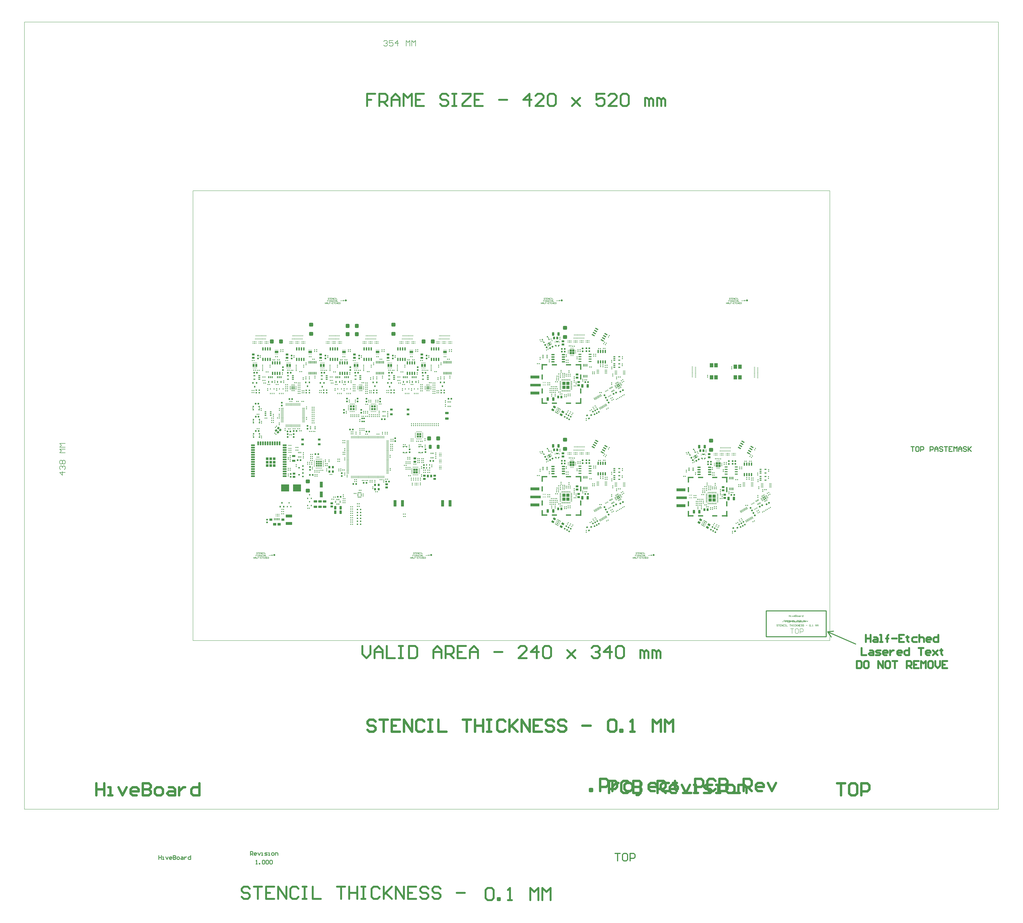
<source format=gtp>
G04*
G04 #@! TF.GenerationSoftware,Altium Limited,Altium Designer,20.1.11 (218)*
G04*
G04 Layer_Color=8421504*
%FSLAX24Y24*%
%MOIN*%
G70*
G04*
G04 #@! TF.SameCoordinates,32D8FB58-9F7D-435F-B0ED-68F847CCC549*
G04*
G04*
G04 #@! TF.FilePolarity,Positive*
G04*
G01*
G75*
%ADD11C,0.0200*%
G04:AMPARAMS|DCode=21|XSize=20mil|YSize=20mil|CornerRadius=6mil|HoleSize=0mil|Usage=FLASHONLY|Rotation=180.000|XOffset=0mil|YOffset=0mil|HoleType=Round|Shape=RoundedRectangle|*
%AMROUNDEDRECTD21*
21,1,0.0200,0.0080,0,0,180.0*
21,1,0.0080,0.0200,0,0,180.0*
1,1,0.0120,-0.0040,0.0040*
1,1,0.0120,0.0040,0.0040*
1,1,0.0120,0.0040,-0.0040*
1,1,0.0120,-0.0040,-0.0040*
%
%ADD21ROUNDEDRECTD21*%
%ADD24C,0.0050*%
G04:AMPARAMS|DCode=32|XSize=23.6mil|YSize=9.4mil|CornerRadius=0.5mil|HoleSize=0mil|Usage=FLASHONLY|Rotation=270.000|XOffset=0mil|YOffset=0mil|HoleType=Round|Shape=RoundedRectangle|*
%AMROUNDEDRECTD32*
21,1,0.0236,0.0085,0,0,270.0*
21,1,0.0227,0.0094,0,0,270.0*
1,1,0.0009,-0.0043,-0.0113*
1,1,0.0009,-0.0043,0.0113*
1,1,0.0009,0.0043,0.0113*
1,1,0.0009,0.0043,-0.0113*
%
%ADD32ROUNDEDRECTD32*%
G04:AMPARAMS|DCode=33|XSize=23.6mil|YSize=9.4mil|CornerRadius=0.5mil|HoleSize=0mil|Usage=FLASHONLY|Rotation=180.000|XOffset=0mil|YOffset=0mil|HoleType=Round|Shape=RoundedRectangle|*
%AMROUNDEDRECTD33*
21,1,0.0236,0.0085,0,0,180.0*
21,1,0.0227,0.0094,0,0,180.0*
1,1,0.0009,-0.0113,0.0043*
1,1,0.0009,0.0113,0.0043*
1,1,0.0009,0.0113,-0.0043*
1,1,0.0009,-0.0113,-0.0043*
%
%ADD33ROUNDEDRECTD33*%
%ADD54O,0.0315X0.0098*%
%ADD55O,0.0098X0.0315*%
G04:AMPARAMS|DCode=62|XSize=9.8mil|YSize=33.5mil|CornerRadius=2.5mil|HoleSize=0mil|Usage=FLASHONLY|Rotation=360.000|XOffset=0mil|YOffset=0mil|HoleType=Round|Shape=RoundedRectangle|*
%AMROUNDEDRECTD62*
21,1,0.0098,0.0285,0,0,360.0*
21,1,0.0049,0.0335,0,0,360.0*
1,1,0.0049,0.0025,-0.0143*
1,1,0.0049,-0.0025,-0.0143*
1,1,0.0049,-0.0025,0.0143*
1,1,0.0049,0.0025,0.0143*
%
%ADD62ROUNDEDRECTD62*%
G04:AMPARAMS|DCode=63|XSize=9.8mil|YSize=33.5mil|CornerRadius=2.5mil|HoleSize=0mil|Usage=FLASHONLY|Rotation=90.000|XOffset=0mil|YOffset=0mil|HoleType=Round|Shape=RoundedRectangle|*
%AMROUNDEDRECTD63*
21,1,0.0098,0.0285,0,0,90.0*
21,1,0.0049,0.0335,0,0,90.0*
1,1,0.0049,0.0143,0.0025*
1,1,0.0049,0.0143,-0.0025*
1,1,0.0049,-0.0143,-0.0025*
1,1,0.0049,-0.0143,0.0025*
%
%ADD63ROUNDEDRECTD63*%
G04:AMPARAMS|DCode=71|XSize=23.6mil|YSize=25.6mil|CornerRadius=2.4mil|HoleSize=0mil|Usage=FLASHONLY|Rotation=270.000|XOffset=0mil|YOffset=0mil|HoleType=Round|Shape=RoundedRectangle|*
%AMROUNDEDRECTD71*
21,1,0.0236,0.0209,0,0,270.0*
21,1,0.0189,0.0256,0,0,270.0*
1,1,0.0047,-0.0104,-0.0094*
1,1,0.0047,-0.0104,0.0094*
1,1,0.0047,0.0104,0.0094*
1,1,0.0047,0.0104,-0.0094*
%
%ADD71ROUNDEDRECTD71*%
G04:AMPARAMS|DCode=72|XSize=27.6mil|YSize=13.8mil|CornerRadius=1.4mil|HoleSize=0mil|Usage=FLASHONLY|Rotation=90.000|XOffset=0mil|YOffset=0mil|HoleType=Round|Shape=RoundedRectangle|*
%AMROUNDEDRECTD72*
21,1,0.0276,0.0110,0,0,90.0*
21,1,0.0248,0.0138,0,0,90.0*
1,1,0.0028,0.0055,0.0124*
1,1,0.0028,0.0055,-0.0124*
1,1,0.0028,-0.0055,-0.0124*
1,1,0.0028,-0.0055,0.0124*
%
%ADD72ROUNDEDRECTD72*%
G04:AMPARAMS|DCode=73|XSize=20mil|YSize=20mil|CornerRadius=6mil|HoleSize=0mil|Usage=FLASHONLY|Rotation=90.000|XOffset=0mil|YOffset=0mil|HoleType=Round|Shape=RoundedRectangle|*
%AMROUNDEDRECTD73*
21,1,0.0200,0.0080,0,0,90.0*
21,1,0.0080,0.0200,0,0,90.0*
1,1,0.0120,0.0040,0.0040*
1,1,0.0120,0.0040,-0.0040*
1,1,0.0120,-0.0040,-0.0040*
1,1,0.0120,-0.0040,0.0040*
%
%ADD73ROUNDEDRECTD73*%
G04:AMPARAMS|DCode=74|XSize=35mil|YSize=34mil|CornerRadius=6mil|HoleSize=0mil|Usage=FLASHONLY|Rotation=270.000|XOffset=0mil|YOffset=0mil|HoleType=Round|Shape=RoundedRectangle|*
%AMROUNDEDRECTD74*
21,1,0.0350,0.0221,0,0,270.0*
21,1,0.0231,0.0340,0,0,270.0*
1,1,0.0119,-0.0111,-0.0116*
1,1,0.0119,-0.0111,0.0116*
1,1,0.0119,0.0111,0.0116*
1,1,0.0119,0.0111,-0.0116*
%
%ADD74ROUNDEDRECTD74*%
G04:AMPARAMS|DCode=78|XSize=55mil|YSize=43mil|CornerRadius=8mil|HoleSize=0mil|Usage=FLASHONLY|Rotation=270.000|XOffset=0mil|YOffset=0mil|HoleType=Round|Shape=RoundedRectangle|*
%AMROUNDEDRECTD78*
21,1,0.0550,0.0271,0,0,270.0*
21,1,0.0391,0.0430,0,0,270.0*
1,1,0.0159,-0.0135,-0.0195*
1,1,0.0159,-0.0135,0.0195*
1,1,0.0159,0.0135,0.0195*
1,1,0.0159,0.0135,-0.0195*
%
%ADD78ROUNDEDRECTD78*%
G04:AMPARAMS|DCode=79|XSize=55mil|YSize=43mil|CornerRadius=8mil|HoleSize=0mil|Usage=FLASHONLY|Rotation=180.000|XOffset=0mil|YOffset=0mil|HoleType=Round|Shape=RoundedRectangle|*
%AMROUNDEDRECTD79*
21,1,0.0550,0.0271,0,0,180.0*
21,1,0.0391,0.0430,0,0,180.0*
1,1,0.0159,-0.0195,0.0135*
1,1,0.0159,0.0195,0.0135*
1,1,0.0159,0.0195,-0.0135*
1,1,0.0159,-0.0195,-0.0135*
%
%ADD79ROUNDEDRECTD79*%
%ADD81R,0.1670X0.1500*%
G04:AMPARAMS|DCode=82|XSize=7.9mil|YSize=22.2mil|CornerRadius=1.2mil|HoleSize=0mil|Usage=FLASHONLY|Rotation=90.000|XOffset=0mil|YOffset=0mil|HoleType=Round|Shape=RoundedRectangle|*
%AMROUNDEDRECTD82*
21,1,0.0079,0.0199,0,0,90.0*
21,1,0.0055,0.0222,0,0,90.0*
1,1,0.0024,0.0099,0.0028*
1,1,0.0024,0.0099,-0.0028*
1,1,0.0024,-0.0099,-0.0028*
1,1,0.0024,-0.0099,0.0028*
%
%ADD82ROUNDEDRECTD82*%
G04:AMPARAMS|DCode=86|XSize=7.9mil|YSize=22.2mil|CornerRadius=1.2mil|HoleSize=0mil|Usage=FLASHONLY|Rotation=360.000|XOffset=0mil|YOffset=0mil|HoleType=Round|Shape=RoundedRectangle|*
%AMROUNDEDRECTD86*
21,1,0.0079,0.0199,0,0,360.0*
21,1,0.0055,0.0222,0,0,360.0*
1,1,0.0024,0.0028,-0.0099*
1,1,0.0024,-0.0028,-0.0099*
1,1,0.0024,-0.0028,0.0099*
1,1,0.0024,0.0028,0.0099*
%
%ADD86ROUNDEDRECTD86*%
G04:AMPARAMS|DCode=93|XSize=35mil|YSize=34mil|CornerRadius=6mil|HoleSize=0mil|Usage=FLASHONLY|Rotation=360.000|XOffset=0mil|YOffset=0mil|HoleType=Round|Shape=RoundedRectangle|*
%AMROUNDEDRECTD93*
21,1,0.0350,0.0221,0,0,360.0*
21,1,0.0231,0.0340,0,0,360.0*
1,1,0.0119,0.0116,-0.0111*
1,1,0.0119,-0.0116,-0.0111*
1,1,0.0119,-0.0116,0.0111*
1,1,0.0119,0.0116,0.0111*
%
%ADD93ROUNDEDRECTD93*%
G04:AMPARAMS|DCode=94|XSize=71mil|YSize=47mil|CornerRadius=8mil|HoleSize=0mil|Usage=FLASHONLY|Rotation=90.000|XOffset=0mil|YOffset=0mil|HoleType=Round|Shape=RoundedRectangle|*
%AMROUNDEDRECTD94*
21,1,0.0710,0.0310,0,0,90.0*
21,1,0.0550,0.0470,0,0,90.0*
1,1,0.0160,0.0155,0.0275*
1,1,0.0160,0.0155,-0.0275*
1,1,0.0160,-0.0155,-0.0275*
1,1,0.0160,-0.0155,0.0275*
%
%ADD94ROUNDEDRECTD94*%
G04:AMPARAMS|DCode=95|XSize=71mil|YSize=47mil|CornerRadius=8mil|HoleSize=0mil|Usage=FLASHONLY|Rotation=180.000|XOffset=0mil|YOffset=0mil|HoleType=Round|Shape=RoundedRectangle|*
%AMROUNDEDRECTD95*
21,1,0.0710,0.0310,0,0,180.0*
21,1,0.0550,0.0470,0,0,180.0*
1,1,0.0160,-0.0275,0.0155*
1,1,0.0160,0.0275,0.0155*
1,1,0.0160,0.0275,-0.0155*
1,1,0.0160,-0.0275,-0.0155*
%
%ADD95ROUNDEDRECTD95*%
G04:AMPARAMS|DCode=96|XSize=20mil|YSize=20mil|CornerRadius=6mil|HoleSize=0mil|Usage=FLASHONLY|Rotation=45.000|XOffset=0mil|YOffset=0mil|HoleType=Round|Shape=RoundedRectangle|*
%AMROUNDEDRECTD96*
21,1,0.0200,0.0080,0,0,45.0*
21,1,0.0080,0.0200,0,0,45.0*
1,1,0.0120,0.0057,0.0000*
1,1,0.0120,0.0000,-0.0057*
1,1,0.0120,-0.0057,0.0000*
1,1,0.0120,0.0000,0.0057*
%
%ADD96ROUNDEDRECTD96*%
G04:AMPARAMS|DCode=97|XSize=20mil|YSize=20mil|CornerRadius=6mil|HoleSize=0mil|Usage=FLASHONLY|Rotation=135.000|XOffset=0mil|YOffset=0mil|HoleType=Round|Shape=RoundedRectangle|*
%AMROUNDEDRECTD97*
21,1,0.0200,0.0080,0,0,135.0*
21,1,0.0080,0.0200,0,0,135.0*
1,1,0.0120,0.0000,0.0057*
1,1,0.0120,0.0057,0.0000*
1,1,0.0120,0.0000,-0.0057*
1,1,0.0120,-0.0057,0.0000*
%
%ADD97ROUNDEDRECTD97*%
G04:AMPARAMS|DCode=99|XSize=27.6mil|YSize=13.8mil|CornerRadius=1.4mil|HoleSize=0mil|Usage=FLASHONLY|Rotation=360.000|XOffset=0mil|YOffset=0mil|HoleType=Round|Shape=RoundedRectangle|*
%AMROUNDEDRECTD99*
21,1,0.0276,0.0110,0,0,360.0*
21,1,0.0248,0.0138,0,0,360.0*
1,1,0.0028,0.0124,-0.0055*
1,1,0.0028,-0.0124,-0.0055*
1,1,0.0028,-0.0124,0.0055*
1,1,0.0028,0.0124,0.0055*
%
%ADD99ROUNDEDRECTD99*%
G04:AMPARAMS|DCode=100|XSize=23.6mil|YSize=25.6mil|CornerRadius=2.4mil|HoleSize=0mil|Usage=FLASHONLY|Rotation=360.000|XOffset=0mil|YOffset=0mil|HoleType=Round|Shape=RoundedRectangle|*
%AMROUNDEDRECTD100*
21,1,0.0236,0.0209,0,0,360.0*
21,1,0.0189,0.0256,0,0,360.0*
1,1,0.0047,0.0094,-0.0104*
1,1,0.0047,-0.0094,-0.0104*
1,1,0.0047,-0.0094,0.0104*
1,1,0.0047,0.0094,0.0104*
%
%ADD100ROUNDEDRECTD100*%
%ADD106C,0.0060*%
%ADD109C,0.0100*%
G04:AMPARAMS|DCode=113|XSize=11.8mil|YSize=17.7mil|CornerRadius=1.2mil|HoleSize=0mil|Usage=FLASHONLY|Rotation=300.000|XOffset=0mil|YOffset=0mil|HoleType=Round|Shape=RoundedRectangle|*
%AMROUNDEDRECTD113*
21,1,0.0118,0.0154,0,0,300.0*
21,1,0.0094,0.0177,0,0,300.0*
1,1,0.0024,-0.0043,-0.0079*
1,1,0.0024,-0.0090,0.0003*
1,1,0.0024,0.0043,0.0079*
1,1,0.0024,0.0090,-0.0003*
%
%ADD113ROUNDEDRECTD113*%
G04:AMPARAMS|DCode=126|XSize=35mil|YSize=34mil|CornerRadius=6mil|HoleSize=0mil|Usage=FLASHONLY|Rotation=300.000|XOffset=0mil|YOffset=0mil|HoleType=Round|Shape=RoundedRectangle|*
%AMROUNDEDRECTD126*
21,1,0.0350,0.0221,0,0,300.0*
21,1,0.0231,0.0340,0,0,300.0*
1,1,0.0119,-0.0038,-0.0155*
1,1,0.0119,-0.0153,0.0045*
1,1,0.0119,0.0038,0.0155*
1,1,0.0119,0.0153,-0.0045*
%
%ADD126ROUNDEDRECTD126*%
G04:AMPARAMS|DCode=129|XSize=20mil|YSize=20mil|CornerRadius=6mil|HoleSize=0mil|Usage=FLASHONLY|Rotation=300.000|XOffset=0mil|YOffset=0mil|HoleType=Round|Shape=RoundedRectangle|*
%AMROUNDEDRECTD129*
21,1,0.0200,0.0080,0,0,300.0*
21,1,0.0080,0.0200,0,0,300.0*
1,1,0.0120,-0.0015,-0.0055*
1,1,0.0120,-0.0055,0.0015*
1,1,0.0120,0.0015,0.0055*
1,1,0.0120,0.0055,-0.0015*
%
%ADD129ROUNDEDRECTD129*%
G04:AMPARAMS|DCode=132|XSize=35mil|YSize=34mil|CornerRadius=6mil|HoleSize=0mil|Usage=FLASHONLY|Rotation=30.000|XOffset=0mil|YOffset=0mil|HoleType=Round|Shape=RoundedRectangle|*
%AMROUNDEDRECTD132*
21,1,0.0350,0.0221,0,0,30.0*
21,1,0.0231,0.0340,0,0,30.0*
1,1,0.0119,0.0155,-0.0038*
1,1,0.0119,-0.0045,-0.0153*
1,1,0.0119,-0.0155,0.0038*
1,1,0.0119,0.0045,0.0153*
%
%ADD132ROUNDEDRECTD132*%
G04:AMPARAMS|DCode=136|XSize=20mil|YSize=20mil|CornerRadius=6mil|HoleSize=0mil|Usage=FLASHONLY|Rotation=150.000|XOffset=0mil|YOffset=0mil|HoleType=Round|Shape=RoundedRectangle|*
%AMROUNDEDRECTD136*
21,1,0.0200,0.0080,0,0,150.0*
21,1,0.0080,0.0200,0,0,150.0*
1,1,0.0120,-0.0015,0.0055*
1,1,0.0120,0.0055,0.0015*
1,1,0.0120,0.0015,-0.0055*
1,1,0.0120,-0.0055,-0.0015*
%
%ADD136ROUNDEDRECTD136*%
G04:AMPARAMS|DCode=138|XSize=9.8mil|YSize=23.6mil|CornerRadius=1mil|HoleSize=0mil|Usage=FLASHONLY|Rotation=360.000|XOffset=0mil|YOffset=0mil|HoleType=Round|Shape=RoundedRectangle|*
%AMROUNDEDRECTD138*
21,1,0.0098,0.0217,0,0,360.0*
21,1,0.0079,0.0236,0,0,360.0*
1,1,0.0020,0.0039,-0.0108*
1,1,0.0020,-0.0039,-0.0108*
1,1,0.0020,-0.0039,0.0108*
1,1,0.0020,0.0039,0.0108*
%
%ADD138ROUNDEDRECTD138*%
G04:AMPARAMS|DCode=139|XSize=9.8mil|YSize=23.6mil|CornerRadius=1mil|HoleSize=0mil|Usage=FLASHONLY|Rotation=270.000|XOffset=0mil|YOffset=0mil|HoleType=Round|Shape=RoundedRectangle|*
%AMROUNDEDRECTD139*
21,1,0.0098,0.0217,0,0,270.0*
21,1,0.0079,0.0236,0,0,270.0*
1,1,0.0020,-0.0108,-0.0039*
1,1,0.0020,-0.0108,0.0039*
1,1,0.0020,0.0108,0.0039*
1,1,0.0020,0.0108,-0.0039*
%
%ADD139ROUNDEDRECTD139*%
G04:AMPARAMS|DCode=141|XSize=20mil|YSize=20mil|CornerRadius=6mil|HoleSize=0mil|Usage=FLASHONLY|Rotation=210.000|XOffset=0mil|YOffset=0mil|HoleType=Round|Shape=RoundedRectangle|*
%AMROUNDEDRECTD141*
21,1,0.0200,0.0080,0,0,210.0*
21,1,0.0080,0.0200,0,0,210.0*
1,1,0.0120,-0.0055,0.0015*
1,1,0.0120,0.0015,0.0055*
1,1,0.0120,0.0055,-0.0015*
1,1,0.0120,-0.0015,-0.0055*
%
%ADD141ROUNDEDRECTD141*%
G04:AMPARAMS|DCode=142|XSize=27.6mil|YSize=13.8mil|CornerRadius=1.4mil|HoleSize=0mil|Usage=FLASHONLY|Rotation=300.000|XOffset=0mil|YOffset=0mil|HoleType=Round|Shape=RoundedRectangle|*
%AMROUNDEDRECTD142*
21,1,0.0276,0.0110,0,0,300.0*
21,1,0.0248,0.0138,0,0,300.0*
1,1,0.0028,0.0014,-0.0135*
1,1,0.0028,-0.0110,0.0080*
1,1,0.0028,-0.0014,0.0135*
1,1,0.0028,0.0110,-0.0080*
%
%ADD142ROUNDEDRECTD142*%
G04:AMPARAMS|DCode=143|XSize=23.6mil|YSize=25.6mil|CornerRadius=2.4mil|HoleSize=0mil|Usage=FLASHONLY|Rotation=300.000|XOffset=0mil|YOffset=0mil|HoleType=Round|Shape=RoundedRectangle|*
%AMROUNDEDRECTD143*
21,1,0.0236,0.0209,0,0,300.0*
21,1,0.0189,0.0256,0,0,300.0*
1,1,0.0047,-0.0043,-0.0134*
1,1,0.0047,-0.0138,0.0030*
1,1,0.0047,0.0043,0.0134*
1,1,0.0047,0.0138,-0.0030*
%
%ADD143ROUNDEDRECTD143*%
G04:AMPARAMS|DCode=150|XSize=55mil|YSize=43mil|CornerRadius=8mil|HoleSize=0mil|Usage=FLASHONLY|Rotation=150.000|XOffset=0mil|YOffset=0mil|HoleType=Round|Shape=RoundedRectangle|*
%AMROUNDEDRECTD150*
21,1,0.0550,0.0271,0,0,150.0*
21,1,0.0391,0.0430,0,0,150.0*
1,1,0.0159,-0.0102,0.0215*
1,1,0.0159,0.0237,0.0020*
1,1,0.0159,0.0102,-0.0215*
1,1,0.0159,-0.0237,-0.0020*
%
%ADD150ROUNDEDRECTD150*%
%ADD257C,0.0500*%
%ADD276C,0.0236*%
%ADD278C,0.0157*%
%ADD285C,0.0394*%
%ADD286R,0.0750X0.0900*%
%ADD287R,0.0423X0.0423*%
%ADD288R,0.0433X0.0630*%
%ADD289R,0.0276X0.0276*%
%ADD290R,0.0354X0.0354*%
%ADD291R,0.0433X0.0433*%
%ADD292R,0.0222X0.0142*%
%ADD293R,0.0142X0.0222*%
%ADD294P,0.0390X4X75.0*%
%ADD295P,0.0390X4X345.0*%
%ADD296R,0.0453X0.0453*%
%ADD297R,0.0118X0.0079*%
%ADD298R,0.0689X0.0689*%
%ADD299R,0.0256X0.0098*%
%ADD300R,0.0177X0.0276*%
G04:AMPARAMS|DCode=301|XSize=41.3mil|YSize=45.3mil|CornerRadius=3.3mil|HoleSize=0mil|Usage=FLASHONLY|Rotation=315.000|XOffset=0mil|YOffset=0mil|HoleType=Round|Shape=RoundedRectangle|*
%AMROUNDEDRECTD301*
21,1,0.0413,0.0386,0,0,315.0*
21,1,0.0346,0.0453,0,0,315.0*
1,1,0.0067,-0.0014,-0.0259*
1,1,0.0067,-0.0259,-0.0014*
1,1,0.0067,0.0014,0.0259*
1,1,0.0067,0.0259,0.0014*
%
%ADD301ROUNDEDRECTD301*%
G04:AMPARAMS|DCode=302|XSize=23.6mil|YSize=31.5mil|CornerRadius=0.3mil|HoleSize=0mil|Usage=FLASHONLY|Rotation=270.000|XOffset=0mil|YOffset=0mil|HoleType=Round|Shape=RoundedRectangle|*
%AMROUNDEDRECTD302*
21,1,0.0236,0.0309,0,0,270.0*
21,1,0.0230,0.0315,0,0,270.0*
1,1,0.0006,-0.0155,-0.0115*
1,1,0.0006,-0.0155,0.0115*
1,1,0.0006,0.0155,0.0115*
1,1,0.0006,0.0155,-0.0115*
%
%ADD302ROUNDEDRECTD302*%
G04:AMPARAMS|DCode=303|XSize=39.4mil|YSize=47.2mil|CornerRadius=0.2mil|HoleSize=0mil|Usage=FLASHONLY|Rotation=180.000|XOffset=0mil|YOffset=0mil|HoleType=Round|Shape=RoundedRectangle|*
%AMROUNDEDRECTD303*
21,1,0.0394,0.0469,0,0,180.0*
21,1,0.0390,0.0472,0,0,180.0*
1,1,0.0004,-0.0195,0.0234*
1,1,0.0004,0.0195,0.0234*
1,1,0.0004,0.0195,-0.0234*
1,1,0.0004,-0.0195,-0.0234*
%
%ADD303ROUNDEDRECTD303*%
G04:AMPARAMS|DCode=304|XSize=68.9mil|YSize=37.4mil|CornerRadius=3mil|HoleSize=0mil|Usage=FLASHONLY|Rotation=180.000|XOffset=0mil|YOffset=0mil|HoleType=Round|Shape=RoundedRectangle|*
%AMROUNDEDRECTD304*
21,1,0.0689,0.0315,0,0,180.0*
21,1,0.0630,0.0374,0,0,180.0*
1,1,0.0059,-0.0315,0.0157*
1,1,0.0059,0.0315,0.0157*
1,1,0.0059,0.0315,-0.0157*
1,1,0.0059,-0.0315,-0.0157*
%
%ADD304ROUNDEDRECTD304*%
%ADD305R,0.0236X0.0315*%
G04:AMPARAMS|DCode=306|XSize=29.5mil|YSize=13.8mil|CornerRadius=0.6mil|HoleSize=0mil|Usage=FLASHONLY|Rotation=360.000|XOffset=0mil|YOffset=0mil|HoleType=Round|Shape=RoundedRectangle|*
%AMROUNDEDRECTD306*
21,1,0.0295,0.0126,0,0,360.0*
21,1,0.0283,0.0138,0,0,360.0*
1,1,0.0012,0.0142,-0.0063*
1,1,0.0012,-0.0142,-0.0063*
1,1,0.0012,-0.0142,0.0063*
1,1,0.0012,0.0142,0.0063*
%
%ADD306ROUNDEDRECTD306*%
G04:AMPARAMS|DCode=307|XSize=19.7mil|YSize=37.4mil|CornerRadius=1.2mil|HoleSize=0mil|Usage=FLASHONLY|Rotation=270.000|XOffset=0mil|YOffset=0mil|HoleType=Round|Shape=RoundedRectangle|*
%AMROUNDEDRECTD307*
21,1,0.0197,0.0350,0,0,270.0*
21,1,0.0173,0.0374,0,0,270.0*
1,1,0.0024,-0.0175,-0.0087*
1,1,0.0024,-0.0175,0.0087*
1,1,0.0024,0.0175,0.0087*
1,1,0.0024,0.0175,-0.0087*
%
%ADD307ROUNDEDRECTD307*%
G04:AMPARAMS|DCode=308|XSize=9.8mil|YSize=19.3mil|CornerRadius=0.2mil|HoleSize=0mil|Usage=FLASHONLY|Rotation=180.000|XOffset=0mil|YOffset=0mil|HoleType=Round|Shape=RoundedRectangle|*
%AMROUNDEDRECTD308*
21,1,0.0098,0.0189,0,0,180.0*
21,1,0.0094,0.0193,0,0,180.0*
1,1,0.0004,-0.0047,0.0094*
1,1,0.0004,0.0047,0.0094*
1,1,0.0004,0.0047,-0.0094*
1,1,0.0004,-0.0047,-0.0094*
%
%ADD308ROUNDEDRECTD308*%
G04:AMPARAMS|DCode=309|XSize=29.5mil|YSize=13.8mil|CornerRadius=0.6mil|HoleSize=0mil|Usage=FLASHONLY|Rotation=90.000|XOffset=0mil|YOffset=0mil|HoleType=Round|Shape=RoundedRectangle|*
%AMROUNDEDRECTD309*
21,1,0.0295,0.0126,0,0,90.0*
21,1,0.0283,0.0138,0,0,90.0*
1,1,0.0012,0.0063,0.0142*
1,1,0.0012,0.0063,-0.0142*
1,1,0.0012,-0.0063,-0.0142*
1,1,0.0012,-0.0063,0.0142*
%
%ADD309ROUNDEDRECTD309*%
G04:AMPARAMS|DCode=310|XSize=14.6mil|YSize=21.7mil|CornerRadius=0.7mil|HoleSize=0mil|Usage=FLASHONLY|Rotation=270.000|XOffset=0mil|YOffset=0mil|HoleType=Round|Shape=RoundedRectangle|*
%AMROUNDEDRECTD310*
21,1,0.0146,0.0203,0,0,270.0*
21,1,0.0132,0.0217,0,0,270.0*
1,1,0.0013,-0.0102,-0.0066*
1,1,0.0013,-0.0102,0.0066*
1,1,0.0013,0.0102,0.0066*
1,1,0.0013,0.0102,-0.0066*
%
%ADD310ROUNDEDRECTD310*%
G04:AMPARAMS|DCode=311|XSize=14.6mil|YSize=21.7mil|CornerRadius=0.7mil|HoleSize=0mil|Usage=FLASHONLY|Rotation=360.000|XOffset=0mil|YOffset=0mil|HoleType=Round|Shape=RoundedRectangle|*
%AMROUNDEDRECTD311*
21,1,0.0146,0.0203,0,0,360.0*
21,1,0.0132,0.0217,0,0,360.0*
1,1,0.0013,0.0066,-0.0102*
1,1,0.0013,-0.0066,-0.0102*
1,1,0.0013,-0.0066,0.0102*
1,1,0.0013,0.0066,0.0102*
%
%ADD311ROUNDEDRECTD311*%
%ADD312R,0.0768X0.0453*%
%ADD313R,0.0079X0.0177*%
G04:AMPARAMS|DCode=314|XSize=23.6mil|YSize=66.9mil|CornerRadius=2.9mil|HoleSize=0mil|Usage=FLASHONLY|Rotation=180.000|XOffset=0mil|YOffset=0mil|HoleType=Round|Shape=RoundedRectangle|*
%AMROUNDEDRECTD314*
21,1,0.0236,0.0612,0,0,180.0*
21,1,0.0179,0.0669,0,0,180.0*
1,1,0.0057,-0.0090,0.0306*
1,1,0.0057,0.0090,0.0306*
1,1,0.0057,0.0090,-0.0306*
1,1,0.0057,-0.0090,-0.0306*
%
%ADD314ROUNDEDRECTD314*%
G04:AMPARAMS|DCode=315|XSize=11.8mil|YSize=51.2mil|CornerRadius=0.4mil|HoleSize=0mil|Usage=FLASHONLY|Rotation=180.000|XOffset=0mil|YOffset=0mil|HoleType=Round|Shape=RoundedRectangle|*
%AMROUNDEDRECTD315*
21,1,0.0118,0.0504,0,0,180.0*
21,1,0.0110,0.0512,0,0,180.0*
1,1,0.0008,-0.0055,0.0252*
1,1,0.0008,0.0055,0.0252*
1,1,0.0008,0.0055,-0.0252*
1,1,0.0008,-0.0055,-0.0252*
%
%ADD315ROUNDEDRECTD315*%
G04:AMPARAMS|DCode=316|XSize=9.1mil|YSize=25.6mil|CornerRadius=0mil|HoleSize=0mil|Usage=FLASHONLY|Rotation=180.000|XOffset=0mil|YOffset=0mil|HoleType=Round|Shape=RoundedRectangle|*
%AMROUNDEDRECTD316*
21,1,0.0091,0.0256,0,0,180.0*
21,1,0.0091,0.0256,0,0,180.0*
1,1,0.0000,-0.0045,0.0128*
1,1,0.0000,0.0045,0.0128*
1,1,0.0000,0.0045,-0.0128*
1,1,0.0000,-0.0045,-0.0128*
%
%ADD316ROUNDEDRECTD316*%
G04:AMPARAMS|DCode=317|XSize=9.1mil|YSize=25.6mil|CornerRadius=0mil|HoleSize=0mil|Usage=FLASHONLY|Rotation=90.000|XOffset=0mil|YOffset=0mil|HoleType=Round|Shape=RoundedRectangle|*
%AMROUNDEDRECTD317*
21,1,0.0091,0.0256,0,0,90.0*
21,1,0.0091,0.0256,0,0,90.0*
1,1,0.0000,0.0128,0.0045*
1,1,0.0000,0.0128,-0.0045*
1,1,0.0000,-0.0128,-0.0045*
1,1,0.0000,-0.0128,0.0045*
%
%ADD317ROUNDEDRECTD317*%
%ADD318R,0.0374X0.0197*%
%ADD319R,0.0010X0.0010*%
G04:AMPARAMS|DCode=320|XSize=7.9mil|YSize=29.5mil|CornerRadius=1.5mil|HoleSize=0mil|Usage=FLASHONLY|Rotation=90.000|XOffset=0mil|YOffset=0mil|HoleType=Round|Shape=RoundedRectangle|*
%AMROUNDEDRECTD320*
21,1,0.0079,0.0266,0,0,90.0*
21,1,0.0049,0.0295,0,0,90.0*
1,1,0.0030,0.0133,0.0025*
1,1,0.0030,0.0133,-0.0025*
1,1,0.0030,-0.0133,-0.0025*
1,1,0.0030,-0.0133,0.0025*
%
%ADD320ROUNDEDRECTD320*%
G04:AMPARAMS|DCode=321|XSize=7.9mil|YSize=29.5mil|CornerRadius=1.5mil|HoleSize=0mil|Usage=FLASHONLY|Rotation=180.000|XOffset=0mil|YOffset=0mil|HoleType=Round|Shape=RoundedRectangle|*
%AMROUNDEDRECTD321*
21,1,0.0079,0.0266,0,0,180.0*
21,1,0.0049,0.0295,0,0,180.0*
1,1,0.0030,-0.0025,0.0133*
1,1,0.0030,0.0025,0.0133*
1,1,0.0030,0.0025,-0.0133*
1,1,0.0030,-0.0025,-0.0133*
%
%ADD321ROUNDEDRECTD321*%
G04:AMPARAMS|DCode=322|XSize=59.4mil|YSize=9.1mil|CornerRadius=0.4mil|HoleSize=0mil|Usage=FLASHONLY|Rotation=180.000|XOffset=0mil|YOffset=0mil|HoleType=Round|Shape=RoundedRectangle|*
%AMROUNDEDRECTD322*
21,1,0.0594,0.0083,0,0,180.0*
21,1,0.0587,0.0091,0,0,180.0*
1,1,0.0008,-0.0293,0.0041*
1,1,0.0008,0.0293,0.0041*
1,1,0.0008,0.0293,-0.0041*
1,1,0.0008,-0.0293,-0.0041*
%
%ADD322ROUNDEDRECTD322*%
G04:AMPARAMS|DCode=323|XSize=59.4mil|YSize=9.1mil|CornerRadius=0.4mil|HoleSize=0mil|Usage=FLASHONLY|Rotation=270.000|XOffset=0mil|YOffset=0mil|HoleType=Round|Shape=RoundedRectangle|*
%AMROUNDEDRECTD323*
21,1,0.0594,0.0083,0,0,270.0*
21,1,0.0587,0.0091,0,0,270.0*
1,1,0.0008,-0.0041,-0.0293*
1,1,0.0008,-0.0041,0.0293*
1,1,0.0008,0.0041,0.0293*
1,1,0.0008,0.0041,-0.0293*
%
%ADD323ROUNDEDRECTD323*%
G04:AMPARAMS|DCode=324|XSize=76.8mil|YSize=33.5mil|CornerRadius=2.6mil|HoleSize=0mil|Usage=FLASHONLY|Rotation=360.000|XOffset=0mil|YOffset=0mil|HoleType=Round|Shape=RoundedRectangle|*
%AMROUNDEDRECTD324*
21,1,0.0768,0.0283,0,0,360.0*
21,1,0.0717,0.0335,0,0,360.0*
1,1,0.0051,0.0358,-0.0142*
1,1,0.0051,-0.0358,-0.0142*
1,1,0.0051,-0.0358,0.0142*
1,1,0.0051,0.0358,0.0142*
%
%ADD324ROUNDEDRECTD324*%
G04:AMPARAMS|DCode=325|XSize=76.8mil|YSize=33.5mil|CornerRadius=2.6mil|HoleSize=0mil|Usage=FLASHONLY|Rotation=270.000|XOffset=0mil|YOffset=0mil|HoleType=Round|Shape=RoundedRectangle|*
%AMROUNDEDRECTD325*
21,1,0.0768,0.0283,0,0,270.0*
21,1,0.0717,0.0335,0,0,270.0*
1,1,0.0051,-0.0142,-0.0358*
1,1,0.0051,-0.0142,0.0358*
1,1,0.0051,0.0142,0.0358*
1,1,0.0051,0.0142,-0.0358*
%
%ADD325ROUNDEDRECTD325*%
G04:AMPARAMS|DCode=326|XSize=33.5mil|YSize=76.8mil|CornerRadius=2.6mil|HoleSize=0mil|Usage=FLASHONLY|Rotation=270.000|XOffset=0mil|YOffset=0mil|HoleType=Round|Shape=RoundedRectangle|*
%AMROUNDEDRECTD326*
21,1,0.0335,0.0717,0,0,270.0*
21,1,0.0283,0.0768,0,0,270.0*
1,1,0.0051,-0.0358,-0.0142*
1,1,0.0051,-0.0358,0.0142*
1,1,0.0051,0.0358,0.0142*
1,1,0.0051,0.0358,-0.0142*
%
%ADD326ROUNDEDRECTD326*%
G04:AMPARAMS|DCode=327|XSize=50.4mil|YSize=50.4mil|CornerRadius=0mil|HoleSize=0mil|Usage=FLASHONLY|Rotation=360.000|XOffset=0mil|YOffset=0mil|HoleType=Round|Shape=RoundedRectangle|*
%AMROUNDEDRECTD327*
21,1,0.0504,0.0504,0,0,360.0*
21,1,0.0504,0.0504,0,0,360.0*
1,1,0.0000,0.0252,-0.0252*
1,1,0.0000,-0.0252,-0.0252*
1,1,0.0000,-0.0252,0.0252*
1,1,0.0000,0.0252,0.0252*
%
%ADD327ROUNDEDRECTD327*%
%ADD328R,0.0207X0.0118*%
%ADD329R,0.0118X0.0207*%
%ADD330R,0.0276X0.0118*%
%ADD331R,0.0118X0.0276*%
G04:AMPARAMS|DCode=332|XSize=9.8mil|YSize=51.2mil|CornerRadius=2mil|HoleSize=0mil|Usage=FLASHONLY|Rotation=180.000|XOffset=0mil|YOffset=0mil|HoleType=Round|Shape=RoundedRectangle|*
%AMROUNDEDRECTD332*
21,1,0.0098,0.0472,0,0,180.0*
21,1,0.0059,0.0512,0,0,180.0*
1,1,0.0039,-0.0030,0.0236*
1,1,0.0039,0.0030,0.0236*
1,1,0.0039,0.0030,-0.0236*
1,1,0.0039,-0.0030,-0.0236*
%
%ADD332ROUNDEDRECTD332*%
G04:AMPARAMS|DCode=333|XSize=9.8mil|YSize=51.2mil|CornerRadius=2mil|HoleSize=0mil|Usage=FLASHONLY|Rotation=90.000|XOffset=0mil|YOffset=0mil|HoleType=Round|Shape=RoundedRectangle|*
%AMROUNDEDRECTD333*
21,1,0.0098,0.0472,0,0,90.0*
21,1,0.0059,0.0512,0,0,90.0*
1,1,0.0039,0.0236,0.0030*
1,1,0.0039,0.0236,-0.0030*
1,1,0.0039,-0.0236,-0.0030*
1,1,0.0039,-0.0236,0.0030*
%
%ADD333ROUNDEDRECTD333*%
%ADD334R,0.0571X0.0413*%
%ADD335R,0.0335X0.0295*%
%ADD336R,0.0295X0.0335*%
%ADD337R,0.0200X0.0265*%
%ADD338R,0.0098X0.0256*%
G04:AMPARAMS|DCode=339|XSize=83.9mil|YSize=61.8mil|CornerRadius=15mil|HoleSize=0mil|Usage=FLASHONLY|Rotation=270.000|XOffset=0mil|YOffset=0mil|HoleType=Round|Shape=RoundedRectangle|*
%AMROUNDEDRECTD339*
21,1,0.0839,0.0319,0,0,270.0*
21,1,0.0539,0.0618,0,0,270.0*
1,1,0.0299,-0.0159,-0.0270*
1,1,0.0299,-0.0159,0.0270*
1,1,0.0299,0.0159,0.0270*
1,1,0.0299,0.0159,-0.0270*
%
%ADD339ROUNDEDRECTD339*%
%ADD340R,0.0295X0.0295*%
G04:AMPARAMS|DCode=341|XSize=87mil|YSize=83.1mil|CornerRadius=20.3mil|HoleSize=0mil|Usage=FLASHONLY|Rotation=270.000|XOffset=0mil|YOffset=0mil|HoleType=Round|Shape=RoundedRectangle|*
%AMROUNDEDRECTD341*
21,1,0.0870,0.0425,0,0,270.0*
21,1,0.0465,0.0831,0,0,270.0*
1,1,0.0406,-0.0213,-0.0232*
1,1,0.0406,-0.0213,0.0232*
1,1,0.0406,0.0213,0.0232*
1,1,0.0406,0.0213,-0.0232*
%
%ADD341ROUNDEDRECTD341*%
G04:AMPARAMS|DCode=342|XSize=87mil|YSize=83.1mil|CornerRadius=20.3mil|HoleSize=0mil|Usage=FLASHONLY|Rotation=180.000|XOffset=0mil|YOffset=0mil|HoleType=Round|Shape=RoundedRectangle|*
%AMROUNDEDRECTD342*
21,1,0.0870,0.0425,0,0,180.0*
21,1,0.0465,0.0831,0,0,180.0*
1,1,0.0406,-0.0232,0.0213*
1,1,0.0406,0.0232,0.0213*
1,1,0.0406,0.0232,-0.0213*
1,1,0.0406,-0.0232,-0.0213*
%
%ADD342ROUNDEDRECTD342*%
%ADD343R,0.0236X0.0217*%
%ADD344R,0.0217X0.0256*%
%ADD345R,0.0618X0.1244*%
G04:AMPARAMS|DCode=346|XSize=61mil|YSize=135.8mil|CornerRadius=6.9mil|HoleSize=0mil|Usage=FLASHONLY|Rotation=360.000|XOffset=0mil|YOffset=0mil|HoleType=Round|Shape=RoundedRectangle|*
%AMROUNDEDRECTD346*
21,1,0.0610,0.1220,0,0,360.0*
21,1,0.0472,0.1358,0,0,360.0*
1,1,0.0138,0.0236,-0.0610*
1,1,0.0138,-0.0236,-0.0610*
1,1,0.0138,-0.0236,0.0610*
1,1,0.0138,0.0236,0.0610*
%
%ADD346ROUNDEDRECTD346*%
G04:AMPARAMS|DCode=347|XSize=19.7mil|YSize=37.4mil|CornerRadius=1.2mil|HoleSize=0mil|Usage=FLASHONLY|Rotation=360.000|XOffset=0mil|YOffset=0mil|HoleType=Round|Shape=RoundedRectangle|*
%AMROUNDEDRECTD347*
21,1,0.0197,0.0350,0,0,360.0*
21,1,0.0173,0.0374,0,0,360.0*
1,1,0.0024,0.0087,-0.0175*
1,1,0.0024,-0.0087,-0.0175*
1,1,0.0024,-0.0087,0.0175*
1,1,0.0024,0.0087,0.0175*
%
%ADD347ROUNDEDRECTD347*%
G04:AMPARAMS|DCode=348|XSize=61mil|YSize=135.8mil|CornerRadius=6.9mil|HoleSize=0mil|Usage=FLASHONLY|Rotation=270.000|XOffset=0mil|YOffset=0mil|HoleType=Round|Shape=RoundedRectangle|*
%AMROUNDEDRECTD348*
21,1,0.0610,0.1220,0,0,270.0*
21,1,0.0472,0.1358,0,0,270.0*
1,1,0.0138,-0.0610,-0.0236*
1,1,0.0138,-0.0610,0.0236*
1,1,0.0138,0.0610,0.0236*
1,1,0.0138,0.0610,-0.0236*
%
%ADD348ROUNDEDRECTD348*%
G04:AMPARAMS|DCode=349|XSize=11.8mil|YSize=49.2mil|CornerRadius=2mil|HoleSize=0mil|Usage=FLASHONLY|Rotation=360.000|XOffset=0mil|YOffset=0mil|HoleType=Round|Shape=RoundedRectangle|*
%AMROUNDEDRECTD349*
21,1,0.0118,0.0453,0,0,360.0*
21,1,0.0079,0.0492,0,0,360.0*
1,1,0.0039,0.0039,-0.0226*
1,1,0.0039,-0.0039,-0.0226*
1,1,0.0039,-0.0039,0.0226*
1,1,0.0039,0.0039,0.0226*
%
%ADD349ROUNDEDRECTD349*%
%ADD350R,0.0709X0.0571*%
%ADD351R,0.0591X0.0512*%
%ADD352R,0.1220X0.0315*%
%ADD353R,0.0315X0.1220*%
%ADD354R,0.1063X0.0315*%
%ADD355R,0.0315X0.1063*%
G04:AMPARAMS|DCode=356|XSize=29.5mil|YSize=33.5mil|CornerRadius=0mil|HoleSize=0mil|Usage=FLASHONLY|Rotation=120.000|XOffset=0mil|YOffset=0mil|HoleType=Round|Shape=Rectangle|*
%AMROTATEDRECTD356*
4,1,4,0.0219,-0.0044,-0.0071,-0.0212,-0.0219,0.0044,0.0071,0.0212,0.0219,-0.0044,0.0*
%
%ADD356ROTATEDRECTD356*%

%ADD357R,0.1909X0.0610*%
%ADD358R,0.2185X0.0571*%
G04:AMPARAMS|DCode=359|XSize=23.6mil|YSize=66.9mil|CornerRadius=2.9mil|HoleSize=0mil|Usage=FLASHONLY|Rotation=240.000|XOffset=0mil|YOffset=0mil|HoleType=Round|Shape=RoundedRectangle|*
%AMROUNDEDRECTD359*
21,1,0.0236,0.0612,0,0,240.0*
21,1,0.0179,0.0669,0,0,240.0*
1,1,0.0057,-0.0310,0.0075*
1,1,0.0057,-0.0220,0.0231*
1,1,0.0057,0.0310,-0.0075*
1,1,0.0057,0.0220,-0.0231*
%
%ADD359ROUNDEDRECTD359*%
G04:AMPARAMS|DCode=360|XSize=9.8mil|YSize=55.1mil|CornerRadius=0.8mil|HoleSize=0mil|Usage=FLASHONLY|Rotation=270.000|XOffset=0mil|YOffset=0mil|HoleType=Round|Shape=RoundedRectangle|*
%AMROUNDEDRECTD360*
21,1,0.0098,0.0535,0,0,270.0*
21,1,0.0083,0.0551,0,0,270.0*
1,1,0.0016,-0.0268,-0.0041*
1,1,0.0016,-0.0268,0.0041*
1,1,0.0016,0.0268,0.0041*
1,1,0.0016,0.0268,-0.0041*
%
%ADD360ROUNDEDRECTD360*%
G04:AMPARAMS|DCode=361|XSize=11.8mil|YSize=51.2mil|CornerRadius=0.4mil|HoleSize=0mil|Usage=FLASHONLY|Rotation=30.000|XOffset=0mil|YOffset=0mil|HoleType=Round|Shape=RoundedRectangle|*
%AMROUNDEDRECTD361*
21,1,0.0118,0.0504,0,0,30.0*
21,1,0.0110,0.0512,0,0,30.0*
1,1,0.0008,0.0174,-0.0191*
1,1,0.0008,0.0078,-0.0246*
1,1,0.0008,-0.0174,0.0191*
1,1,0.0008,-0.0078,0.0246*
%
%ADD361ROUNDEDRECTD361*%
G04:AMPARAMS|DCode=362|XSize=7.9mil|YSize=25.6mil|CornerRadius=0mil|HoleSize=0mil|Usage=FLASHONLY|Rotation=30.000|XOffset=0mil|YOffset=0mil|HoleType=Round|Shape=RoundedRectangle|*
%AMROUNDEDRECTD362*
21,1,0.0079,0.0256,0,0,30.0*
21,1,0.0079,0.0256,0,0,30.0*
1,1,0.0000,0.0098,-0.0091*
1,1,0.0000,0.0030,-0.0131*
1,1,0.0000,-0.0098,0.0091*
1,1,0.0000,-0.0030,0.0131*
%
%ADD362ROUNDEDRECTD362*%
G04:AMPARAMS|DCode=363|XSize=13.8mil|YSize=29.5mil|CornerRadius=0.6mil|HoleSize=0mil|Usage=FLASHONLY|Rotation=30.000|XOffset=0mil|YOffset=0mil|HoleType=Round|Shape=RoundedRectangle|*
%AMROUNDEDRECTD363*
21,1,0.0138,0.0283,0,0,30.0*
21,1,0.0126,0.0295,0,0,30.0*
1,1,0.0012,0.0125,-0.0091*
1,1,0.0012,0.0016,-0.0154*
1,1,0.0012,-0.0125,0.0091*
1,1,0.0012,-0.0016,0.0154*
%
%ADD363ROUNDEDRECTD363*%
G04:AMPARAMS|DCode=364|XSize=9.1mil|YSize=25.6mil|CornerRadius=0mil|HoleSize=0mil|Usage=FLASHONLY|Rotation=30.000|XOffset=0mil|YOffset=0mil|HoleType=Round|Shape=RoundedRectangle|*
%AMROUNDEDRECTD364*
21,1,0.0091,0.0256,0,0,30.0*
21,1,0.0091,0.0256,0,0,30.0*
1,1,0.0000,0.0103,-0.0088*
1,1,0.0000,0.0025,-0.0133*
1,1,0.0000,-0.0103,0.0088*
1,1,0.0000,-0.0025,0.0133*
%
%ADD364ROUNDEDRECTD364*%
G04:AMPARAMS|DCode=365|XSize=9.1mil|YSize=25.6mil|CornerRadius=0mil|HoleSize=0mil|Usage=FLASHONLY|Rotation=300.000|XOffset=0mil|YOffset=0mil|HoleType=Round|Shape=RoundedRectangle|*
%AMROUNDEDRECTD365*
21,1,0.0091,0.0256,0,0,300.0*
21,1,0.0091,0.0256,0,0,300.0*
1,1,0.0000,-0.0088,-0.0103*
1,1,0.0000,-0.0133,-0.0025*
1,1,0.0000,0.0088,0.0103*
1,1,0.0000,0.0133,0.0025*
%
%ADD365ROUNDEDRECTD365*%
%ADD366P,0.0418X4X195.0*%
%ADD367R,0.0118X0.0089*%
%ADD368R,0.0118X0.0039*%
G04:AMPARAMS|DCode=369|XSize=21.7mil|YSize=61mil|CornerRadius=1.4mil|HoleSize=0mil|Usage=FLASHONLY|Rotation=90.000|XOffset=0mil|YOffset=0mil|HoleType=Round|Shape=RoundedRectangle|*
%AMROUNDEDRECTD369*
21,1,0.0217,0.0583,0,0,90.0*
21,1,0.0189,0.0610,0,0,90.0*
1,1,0.0028,0.0291,0.0094*
1,1,0.0028,0.0291,-0.0094*
1,1,0.0028,-0.0291,-0.0094*
1,1,0.0028,-0.0291,0.0094*
%
%ADD369ROUNDEDRECTD369*%
G04:AMPARAMS|DCode=370|XSize=13.8mil|YSize=33.5mil|CornerRadius=0mil|HoleSize=0mil|Usage=FLASHONLY|Rotation=270.000|XOffset=0mil|YOffset=0mil|HoleType=Round|Shape=RoundedRectangle|*
%AMROUNDEDRECTD370*
21,1,0.0138,0.0335,0,0,270.0*
21,1,0.0138,0.0335,0,0,270.0*
1,1,0.0000,-0.0167,-0.0069*
1,1,0.0000,-0.0167,0.0069*
1,1,0.0000,0.0167,0.0069*
1,1,0.0000,0.0167,-0.0069*
%
%ADD370ROUNDEDRECTD370*%
G04:AMPARAMS|DCode=371|XSize=23.6mil|YSize=66.9mil|CornerRadius=2.9mil|HoleSize=0mil|Usage=FLASHONLY|Rotation=270.000|XOffset=0mil|YOffset=0mil|HoleType=Round|Shape=RoundedRectangle|*
%AMROUNDEDRECTD371*
21,1,0.0236,0.0612,0,0,270.0*
21,1,0.0179,0.0669,0,0,270.0*
1,1,0.0057,-0.0306,-0.0090*
1,1,0.0057,-0.0306,0.0090*
1,1,0.0057,0.0306,0.0090*
1,1,0.0057,0.0306,-0.0090*
%
%ADD371ROUNDEDRECTD371*%
%ADD372P,0.0418X4X255.0*%
G04:AMPARAMS|DCode=373|XSize=13.8mil|YSize=55.1mil|CornerRadius=0mil|HoleSize=0mil|Usage=FLASHONLY|Rotation=360.000|XOffset=0mil|YOffset=0mil|HoleType=Round|Shape=RoundedRectangle|*
%AMROUNDEDRECTD373*
21,1,0.0138,0.0551,0,0,360.0*
21,1,0.0138,0.0551,0,0,360.0*
1,1,0.0000,0.0069,-0.0276*
1,1,0.0000,-0.0069,-0.0276*
1,1,0.0000,-0.0069,0.0276*
1,1,0.0000,0.0069,0.0276*
%
%ADD373ROUNDEDRECTD373*%
G04:AMPARAMS|DCode=374|XSize=29.5mil|YSize=9.8mil|CornerRadius=0.2mil|HoleSize=0mil|Usage=FLASHONLY|Rotation=90.000|XOffset=0mil|YOffset=0mil|HoleType=Round|Shape=RoundedRectangle|*
%AMROUNDEDRECTD374*
21,1,0.0295,0.0094,0,0,90.0*
21,1,0.0291,0.0098,0,0,90.0*
1,1,0.0004,0.0047,0.0146*
1,1,0.0004,0.0047,-0.0146*
1,1,0.0004,-0.0047,-0.0146*
1,1,0.0004,-0.0047,0.0146*
%
%ADD374ROUNDEDRECTD374*%
G04:AMPARAMS|DCode=375|XSize=35.4mil|YSize=6.7mil|CornerRadius=0mil|HoleSize=0mil|Usage=FLASHONLY|Rotation=270.000|XOffset=0mil|YOffset=0mil|HoleType=Round|Shape=RoundedRectangle|*
%AMROUNDEDRECTD375*
21,1,0.0354,0.0067,0,0,270.0*
21,1,0.0354,0.0067,0,0,270.0*
1,1,0.0000,-0.0033,-0.0177*
1,1,0.0000,-0.0033,0.0177*
1,1,0.0000,0.0033,0.0177*
1,1,0.0000,0.0033,-0.0177*
%
%ADD375ROUNDEDRECTD375*%
G04:AMPARAMS|DCode=376|XSize=35.4mil|YSize=6.7mil|CornerRadius=0mil|HoleSize=0mil|Usage=FLASHONLY|Rotation=360.000|XOffset=0mil|YOffset=0mil|HoleType=Round|Shape=RoundedRectangle|*
%AMROUNDEDRECTD376*
21,1,0.0354,0.0067,0,0,360.0*
21,1,0.0354,0.0067,0,0,360.0*
1,1,0.0000,0.0177,-0.0033*
1,1,0.0000,-0.0177,-0.0033*
1,1,0.0000,-0.0177,0.0033*
1,1,0.0000,0.0177,0.0033*
%
%ADD376ROUNDEDRECTD376*%
G36*
X108614Y57632D02*
X108650Y57617D01*
X108682Y57596D01*
X108710Y57568D01*
X108731Y57536D01*
X108746Y57500D01*
X108754Y57462D01*
Y57443D01*
Y57424D01*
X108746Y57385D01*
X108731Y57350D01*
X108710Y57317D01*
X108682Y57290D01*
X108650Y57268D01*
X108614Y57254D01*
X108576Y57246D01*
X108538D01*
X108500Y57254D01*
X108464Y57268D01*
X108432Y57290D01*
X108404Y57317D01*
X108383Y57350D01*
X108368Y57385D01*
X108360Y57424D01*
Y57443D01*
Y57462D01*
X108368Y57500D01*
X108383Y57536D01*
X108404Y57568D01*
X108432Y57596D01*
X108464Y57617D01*
X108500Y57632D01*
X108538Y57640D01*
X108576D01*
X108614Y57632D01*
D02*
G37*
G36*
X69674D02*
X69709Y57617D01*
X69742Y57596D01*
X69769Y57568D01*
X69791Y57536D01*
X69806Y57500D01*
X69813Y57462D01*
Y57443D01*
Y57424D01*
X69806Y57385D01*
X69791Y57350D01*
X69769Y57317D01*
X69742Y57290D01*
X69709Y57268D01*
X69674Y57254D01*
X69636Y57246D01*
X69597D01*
X69559Y57254D01*
X69523Y57268D01*
X69491Y57290D01*
X69463Y57317D01*
X69442Y57350D01*
X69427Y57385D01*
X69419Y57424D01*
Y57443D01*
Y57462D01*
X69427Y57500D01*
X69442Y57536D01*
X69463Y57568D01*
X69491Y57596D01*
X69523Y57617D01*
X69559Y57632D01*
X69597Y57640D01*
X69636D01*
X69674Y57632D01*
D02*
G37*
G36*
X24289D02*
X24325Y57617D01*
X24357Y57596D01*
X24384Y57568D01*
X24406Y57536D01*
X24421Y57500D01*
X24428Y57462D01*
Y57443D01*
Y57424D01*
X24421Y57385D01*
X24406Y57350D01*
X24384Y57317D01*
X24357Y57290D01*
X24325Y57268D01*
X24289Y57254D01*
X24251Y57246D01*
X24212D01*
X24174Y57254D01*
X24138Y57268D01*
X24106Y57290D01*
X24078Y57317D01*
X24057Y57350D01*
X24042Y57385D01*
X24034Y57424D01*
Y57443D01*
Y57462D01*
X24042Y57500D01*
X24057Y57536D01*
X24078Y57568D01*
X24106Y57596D01*
X24138Y57617D01*
X24174Y57632D01*
X24212Y57640D01*
X24251D01*
X24289Y57632D01*
D02*
G37*
G36*
X68916Y48899D02*
X68916Y48899D01*
X68917Y48895D01*
X68920Y48888D01*
X68925Y48883D01*
X68932Y48880D01*
X68936Y48880D01*
X68956Y48880D01*
Y48643D01*
X68405Y48643D01*
Y48880D01*
X68424D01*
X68428Y48880D01*
X68435Y48883D01*
X68441Y48888D01*
X68444Y48895D01*
X68444Y48899D01*
Y48998D01*
X68523D01*
Y48899D01*
X68523Y48895D01*
X68526Y48888D01*
X68531Y48883D01*
X68539Y48880D01*
X68542Y48880D01*
X68818D01*
X68822Y48880D01*
X68829Y48883D01*
X68834Y48888D01*
X68837Y48895D01*
X68838Y48899D01*
Y48998D01*
X68916D01*
Y48899D01*
D02*
G37*
G36*
X67039Y48641D02*
X67045Y48636D01*
X67047Y48633D01*
X67175Y48412D01*
X66834Y48215D01*
X66706Y48436D01*
X66706Y48436D01*
X66704Y48440D01*
X66703Y48448D01*
X66705Y48455D01*
X66710Y48462D01*
X66713Y48464D01*
X67020Y48640D01*
X67020Y48640D01*
X67023Y48642D01*
X67031Y48643D01*
X67039Y48641D01*
D02*
G37*
G36*
X67342Y48122D02*
X67342Y48122D01*
X67344Y48118D01*
X67345Y48111D01*
X67343Y48103D01*
X67338Y48097D01*
X67335Y48095D01*
X67028Y47918D01*
X67028D01*
X67025Y47916D01*
X67017Y47915D01*
X67009Y47917D01*
X67003Y47922D01*
X67001Y47925D01*
X66873Y48147D01*
X67214Y48343D01*
X67342Y48122D01*
D02*
G37*
G36*
X69212Y47984D02*
X69113Y47984D01*
X69113Y47984D01*
X69109Y47983D01*
X69102Y47980D01*
X69097Y47975D01*
X69094Y47968D01*
X69093Y47964D01*
X69093Y47777D01*
X68936Y47777D01*
X68936Y47777D01*
X68932Y47777D01*
X68925Y47774D01*
X68920Y47768D01*
X68917Y47761D01*
X68916Y47757D01*
X68916Y47659D01*
X68847Y47659D01*
X68847Y48043D01*
Y48047D01*
X68850Y48054D01*
X68856Y48060D01*
X68863Y48063D01*
X68867D01*
X69212Y48063D01*
Y47984D01*
D02*
G37*
G36*
X68493Y48062D02*
X68497D01*
X68505Y48059D01*
X68510Y48054D01*
X68513Y48047D01*
Y48043D01*
X68513Y47659D01*
X68444D01*
Y47757D01*
X68444Y47761D01*
X68441Y47768D01*
X68435Y47774D01*
X68428Y47777D01*
X68425Y47777D01*
X68424Y47777D01*
X68267Y47777D01*
Y47964D01*
X68266Y47968D01*
X68264Y47975D01*
X68258Y47980D01*
X68251Y47983D01*
X68247Y47984D01*
X68247Y47984D01*
X68149Y47984D01*
Y48062D01*
X68493Y48062D01*
D02*
G37*
G36*
X81562Y40158D02*
X81562Y40158D01*
X81562Y40158D01*
X81564Y40154D01*
X81567Y40145D01*
X81568Y40136D01*
X81567Y40128D01*
X81565Y40119D01*
X81561Y40111D01*
X81556Y40104D01*
X81549Y40098D01*
X81541Y40094D01*
X81533Y40091D01*
X81524Y40090D01*
X81515Y40090D01*
X81507Y40093D01*
X81499Y40096D01*
X81492Y40102D01*
X81486Y40109D01*
X81483Y40112D01*
X81419Y40223D01*
X81498Y40268D01*
X81562Y40158D01*
D02*
G37*
G36*
X81898Y40095D02*
X81787Y40031D01*
X81787Y40031D01*
X81787Y40031D01*
X81783Y40029D01*
X81775Y40026D01*
X81766Y40025D01*
X81757Y40025D01*
X81749Y40028D01*
X81741Y40032D01*
X81733Y40037D01*
X81728Y40044D01*
X81723Y40051D01*
X81720Y40060D01*
X81719Y40069D01*
X81720Y40078D01*
X81722Y40086D01*
X81726Y40094D01*
X81731Y40101D01*
X81738Y40107D01*
X81742Y40109D01*
X81853Y40173D01*
X81898Y40095D01*
D02*
G37*
G36*
X81391Y40059D02*
X81391Y40059D01*
X81393Y40055D01*
X81396Y40047D01*
X81397Y40038D01*
X81397Y40029D01*
X81395Y40021D01*
X81391Y40013D01*
X81385Y40006D01*
X81379Y40000D01*
X81371Y39995D01*
X81362Y39992D01*
X81354Y39991D01*
X81345Y39992D01*
X81336Y39994D01*
X81328Y39998D01*
X81321Y40003D01*
X81315Y40010D01*
X81313Y40014D01*
X81249Y40125D01*
X81327Y40170D01*
X81391Y40059D01*
D02*
G37*
G36*
X81221Y39961D02*
X81221Y39961D01*
X81223Y39957D01*
X81226Y39948D01*
X81227Y39940D01*
X81226Y39931D01*
X81224Y39922D01*
X81220Y39914D01*
X81215Y39907D01*
X81208Y39901D01*
X81200Y39897D01*
X81192Y39894D01*
X81183Y39893D01*
X81174Y39893D01*
X81166Y39896D01*
X81158Y39900D01*
X81151Y39905D01*
X81145Y39912D01*
X81142Y39916D01*
X81079Y40026D01*
X81157Y40072D01*
X81221Y39961D01*
D02*
G37*
G36*
X81996Y39925D02*
X81886Y39861D01*
X81886Y39861D01*
X81882Y39858D01*
X81873Y39855D01*
X81864Y39854D01*
X81856Y39855D01*
X81847Y39857D01*
X81839Y39861D01*
X81832Y39867D01*
X81826Y39873D01*
X81822Y39881D01*
X81819Y39889D01*
X81818Y39898D01*
X81818Y39907D01*
X81820Y39916D01*
X81824Y39924D01*
X81830Y39931D01*
X81837Y39937D01*
X81840Y39939D01*
X81951Y40003D01*
X81996Y39925D01*
D02*
G37*
G36*
X81050Y39862D02*
X81050Y39862D01*
X81050Y39862D01*
X81052Y39858D01*
X81055Y39850D01*
X81057Y39841D01*
X81056Y39832D01*
X81054Y39824D01*
X81050Y39816D01*
X81044Y39809D01*
X81038Y39803D01*
X81030Y39798D01*
X81021Y39796D01*
X81013Y39794D01*
X81004Y39795D01*
X80995Y39797D01*
X80987Y39801D01*
X80980Y39807D01*
X80974Y39813D01*
X80972Y39817D01*
X80908Y39928D01*
X80986Y39973D01*
X81050Y39862D01*
D02*
G37*
G36*
X82095Y39754D02*
X81984Y39690D01*
X81984Y39690D01*
X81984Y39690D01*
X81980Y39688D01*
X81972Y39685D01*
X81963Y39684D01*
X81954Y39684D01*
X81945Y39687D01*
X81937Y39691D01*
X81930Y39696D01*
X81924Y39703D01*
X81920Y39710D01*
X81917Y39719D01*
X81916Y39728D01*
X81917Y39737D01*
X81919Y39745D01*
X81923Y39753D01*
X81928Y39760D01*
X81935Y39766D01*
X81939Y39768D01*
X82050Y39832D01*
X82095Y39754D01*
D02*
G37*
G36*
X82193Y39584D02*
X82082Y39520D01*
X82082Y39520D01*
X82082Y39520D01*
X82079Y39517D01*
X82070Y39515D01*
X82061Y39513D01*
X82052Y39514D01*
X82044Y39516D01*
X82036Y39520D01*
X82029Y39526D01*
X82023Y39532D01*
X82018Y39540D01*
X82016Y39548D01*
X82014Y39557D01*
X82015Y39566D01*
X82017Y39575D01*
X82021Y39583D01*
X82027Y39590D01*
X82033Y39596D01*
X82037Y39598D01*
X82148Y39662D01*
X82193Y39584D01*
D02*
G37*
G36*
X41854Y39550D02*
X41854Y39550D01*
Y39550D01*
Y39550D01*
X41854Y39545D01*
X41852Y39536D01*
X41849Y39528D01*
X41844Y39521D01*
X41837Y39515D01*
X41830Y39510D01*
X41822Y39506D01*
X41813Y39504D01*
X41804Y39504D01*
X41795Y39506D01*
X41787Y39510D01*
X41780Y39515D01*
X41773Y39521D01*
X41768Y39528D01*
X41765Y39536D01*
X41763Y39545D01*
X41763Y39550D01*
Y39550D01*
Y39550D01*
X41763Y39678D01*
X41854D01*
X41854Y39550D01*
D02*
G37*
G36*
X41657D02*
X41657Y39550D01*
Y39550D01*
Y39550D01*
X41657Y39545D01*
X41655Y39536D01*
X41652Y39528D01*
X41647Y39521D01*
X41640Y39515D01*
X41633Y39510D01*
X41625Y39506D01*
X41616Y39504D01*
X41607Y39504D01*
X41598Y39506D01*
X41590Y39510D01*
X41583Y39515D01*
X41577Y39521D01*
X41572Y39528D01*
X41568Y39536D01*
X41566Y39545D01*
X41566Y39550D01*
Y39550D01*
Y39550D01*
X41566Y39678D01*
X41657D01*
X41657Y39550D01*
D02*
G37*
G36*
X41460D02*
X41460Y39550D01*
Y39550D01*
Y39550D01*
X41460Y39545D01*
X41458Y39536D01*
X41455Y39528D01*
X41450Y39521D01*
X41444Y39515D01*
X41436Y39510D01*
X41428Y39506D01*
X41419Y39504D01*
X41410Y39504D01*
X41402Y39506D01*
X41393Y39510D01*
X41386Y39515D01*
X41380Y39521D01*
X41375Y39528D01*
X41371Y39536D01*
X41370Y39545D01*
X41370Y39550D01*
Y39550D01*
Y39550D01*
X41370Y39678D01*
X41460D01*
X41460Y39550D01*
D02*
G37*
G36*
X41263D02*
X41263Y39550D01*
Y39550D01*
Y39550D01*
X41263Y39545D01*
X41261Y39536D01*
X41258Y39528D01*
X41253Y39521D01*
X41247Y39515D01*
X41239Y39510D01*
X41231Y39506D01*
X41222Y39504D01*
X41214Y39504D01*
X41205Y39506D01*
X41197Y39510D01*
X41189Y39515D01*
X41183Y39521D01*
X41178Y39528D01*
X41175Y39536D01*
X41173Y39545D01*
X41173Y39550D01*
Y39550D01*
Y39550D01*
X41173Y39678D01*
X41263D01*
X41263Y39550D01*
D02*
G37*
G36*
X27680D02*
X27680Y39550D01*
Y39550D01*
Y39550D01*
X27680Y39545D01*
X27679Y39536D01*
X27675Y39528D01*
X27670Y39521D01*
X27664Y39515D01*
X27657Y39510D01*
X27648Y39506D01*
X27640Y39504D01*
X27631Y39504D01*
X27622Y39506D01*
X27614Y39510D01*
X27606Y39515D01*
X27600Y39521D01*
X27595Y39528D01*
X27592Y39536D01*
X27590Y39545D01*
X27590Y39550D01*
Y39550D01*
Y39550D01*
X27590Y39678D01*
X27680D01*
X27680Y39550D01*
D02*
G37*
G36*
X27484D02*
X27484Y39550D01*
Y39550D01*
Y39550D01*
X27484Y39545D01*
X27482Y39536D01*
X27478Y39528D01*
X27474Y39521D01*
X27467Y39515D01*
X27460Y39510D01*
X27452Y39506D01*
X27443Y39504D01*
X27434Y39504D01*
X27425Y39506D01*
X27417Y39510D01*
X27410Y39515D01*
X27403Y39521D01*
X27398Y39528D01*
X27395Y39536D01*
X27393Y39545D01*
X27393Y39550D01*
Y39550D01*
Y39550D01*
X27393Y39678D01*
X27484D01*
X27484Y39550D01*
D02*
G37*
G36*
X27287D02*
X27287Y39550D01*
Y39550D01*
Y39550D01*
X27287Y39545D01*
X27285Y39536D01*
X27282Y39528D01*
X27277Y39521D01*
X27270Y39515D01*
X27263Y39510D01*
X27255Y39506D01*
X27246Y39504D01*
X27237Y39504D01*
X27228Y39506D01*
X27220Y39510D01*
X27213Y39515D01*
X27206Y39521D01*
X27202Y39528D01*
X27198Y39536D01*
X27196Y39545D01*
X27196Y39550D01*
Y39550D01*
Y39550D01*
X27196Y39678D01*
X27287D01*
X27287Y39550D01*
D02*
G37*
G36*
X27090D02*
X27090Y39550D01*
Y39550D01*
Y39550D01*
X27090Y39545D01*
X27088Y39536D01*
X27085Y39528D01*
X27080Y39521D01*
X27074Y39515D01*
X27066Y39510D01*
X27058Y39506D01*
X27049Y39504D01*
X27040Y39504D01*
X27032Y39506D01*
X27023Y39510D01*
X27016Y39515D01*
X27010Y39521D01*
X27005Y39528D01*
X27001Y39536D01*
X27000Y39545D01*
X27000Y39550D01*
Y39550D01*
Y39550D01*
X27000Y39678D01*
X27090D01*
X27090Y39550D01*
D02*
G37*
G36*
X13507D02*
X13507Y39550D01*
Y39550D01*
Y39550D01*
X13507Y39545D01*
X13506Y39536D01*
X13502Y39528D01*
X13497Y39521D01*
X13491Y39515D01*
X13483Y39510D01*
X13475Y39506D01*
X13467Y39504D01*
X13458Y39504D01*
X13449Y39506D01*
X13441Y39510D01*
X13433Y39515D01*
X13427Y39521D01*
X13422Y39528D01*
X13419Y39536D01*
X13417Y39545D01*
X13417Y39550D01*
Y39550D01*
Y39550D01*
X13417Y39678D01*
X13507D01*
X13507Y39550D01*
D02*
G37*
G36*
X13310D02*
X13310Y39550D01*
Y39550D01*
Y39550D01*
X13310Y39545D01*
X13309Y39536D01*
X13305Y39528D01*
X13300Y39521D01*
X13294Y39515D01*
X13287Y39510D01*
X13278Y39506D01*
X13270Y39504D01*
X13261Y39504D01*
X13252Y39506D01*
X13244Y39510D01*
X13236Y39515D01*
X13230Y39521D01*
X13225Y39528D01*
X13222Y39536D01*
X13220Y39545D01*
X13220Y39550D01*
Y39550D01*
Y39550D01*
X13220Y39678D01*
X13310D01*
X13310Y39550D01*
D02*
G37*
G36*
X13114D02*
X13114Y39550D01*
Y39550D01*
Y39550D01*
X13114Y39545D01*
X13112Y39536D01*
X13108Y39528D01*
X13103Y39521D01*
X13097Y39515D01*
X13090Y39510D01*
X13082Y39506D01*
X13073Y39504D01*
X13064Y39504D01*
X13055Y39506D01*
X13047Y39510D01*
X13040Y39515D01*
X13033Y39521D01*
X13028Y39528D01*
X13025Y39536D01*
X13023Y39545D01*
X13023Y39550D01*
Y39550D01*
Y39550D01*
X13023Y39678D01*
X13114D01*
X13114Y39550D01*
D02*
G37*
G36*
X12917D02*
X12917Y39550D01*
Y39550D01*
Y39550D01*
X12917Y39545D01*
X12915Y39536D01*
X12912Y39528D01*
X12907Y39521D01*
X12900Y39515D01*
X12893Y39510D01*
X12885Y39506D01*
X12876Y39504D01*
X12867Y39504D01*
X12858Y39506D01*
X12850Y39510D01*
X12843Y39515D01*
X12836Y39521D01*
X12831Y39528D01*
X12828Y39536D01*
X12826Y39545D01*
X12826Y39550D01*
Y39550D01*
Y39550D01*
X12826Y39678D01*
X12917D01*
X12917Y39550D01*
D02*
G37*
G36*
X80954Y39643D02*
X80962Y39640D01*
X80970Y39636D01*
X80977Y39631D01*
X80983Y39624D01*
X80988Y39617D01*
X80991Y39608D01*
X80992Y39599D01*
X80991Y39590D01*
X80989Y39582D01*
X80985Y39574D01*
X80979Y39567D01*
X80973Y39561D01*
X80969Y39559D01*
X80858Y39495D01*
X80813Y39573D01*
X80924Y39637D01*
X80924Y39637D01*
X80924Y39637D01*
X80928Y39639D01*
X80936Y39642D01*
X80945Y39643D01*
X80954Y39643D01*
D02*
G37*
G36*
X42114Y39327D02*
X41986Y39327D01*
X41986Y39327D01*
X41986D01*
X41981Y39327D01*
X41972Y39329D01*
X41964Y39332D01*
X41957Y39337D01*
X41951Y39344D01*
X41946Y39351D01*
X41942Y39359D01*
X41940Y39368D01*
X41940Y39377D01*
X41942Y39386D01*
X41946Y39394D01*
X41951Y39401D01*
X41957Y39408D01*
X41964Y39413D01*
X41972Y39416D01*
X41981Y39418D01*
X41986Y39418D01*
X41986D01*
X42114Y39418D01*
Y39327D01*
D02*
G37*
G36*
X27940D02*
X27812Y39327D01*
X27812Y39327D01*
X27812D01*
X27808Y39327D01*
X27799Y39329D01*
X27791Y39332D01*
X27784Y39337D01*
X27777Y39344D01*
X27772Y39351D01*
X27769Y39359D01*
X27767Y39368D01*
X27767Y39377D01*
X27769Y39386D01*
X27772Y39394D01*
X27777Y39401D01*
X27784Y39408D01*
X27791Y39413D01*
X27799Y39416D01*
X27808Y39418D01*
X27812Y39418D01*
X27812D01*
X27940Y39418D01*
Y39327D01*
D02*
G37*
G36*
X13767D02*
X13639Y39327D01*
X13639Y39327D01*
X13639D01*
X13635Y39327D01*
X13626Y39329D01*
X13618Y39332D01*
X13610Y39337D01*
X13604Y39344D01*
X13599Y39351D01*
X13596Y39359D01*
X13594Y39368D01*
X13594Y39377D01*
X13596Y39386D01*
X13599Y39394D01*
X13604Y39401D01*
X13610Y39408D01*
X13618Y39413D01*
X13626Y39416D01*
X13635Y39418D01*
X13639Y39418D01*
X13639D01*
X13767Y39418D01*
Y39327D01*
D02*
G37*
G36*
X41041Y39418D02*
X41045Y39418D01*
X41054Y39416D01*
X41062Y39413D01*
X41070Y39408D01*
X41076Y39401D01*
X41081Y39394D01*
X41084Y39386D01*
X41086Y39377D01*
X41086Y39368D01*
X41084Y39359D01*
X41081Y39351D01*
X41076Y39344D01*
X41070Y39337D01*
X41062Y39332D01*
X41054Y39329D01*
X41045Y39327D01*
X41041Y39327D01*
X41041D01*
X40913Y39327D01*
Y39418D01*
X41041Y39418D01*
X41041Y39418D01*
D02*
G37*
G36*
X26868D02*
X26872Y39418D01*
X26881Y39416D01*
X26889Y39413D01*
X26896Y39408D01*
X26903Y39401D01*
X26908Y39394D01*
X26911Y39386D01*
X26913Y39377D01*
X26913Y39368D01*
X26911Y39359D01*
X26908Y39351D01*
X26903Y39344D01*
X26896Y39337D01*
X26889Y39332D01*
X26881Y39329D01*
X26872Y39327D01*
X26868Y39327D01*
X26868D01*
X26740Y39327D01*
Y39418D01*
X26868Y39418D01*
X26868Y39418D01*
D02*
G37*
G36*
X12694D02*
X12699Y39418D01*
X12708Y39416D01*
X12716Y39413D01*
X12723Y39408D01*
X12729Y39401D01*
X12734Y39394D01*
X12738Y39386D01*
X12740Y39377D01*
X12740Y39368D01*
X12738Y39359D01*
X12734Y39351D01*
X12729Y39344D01*
X12723Y39337D01*
X12716Y39332D01*
X12708Y39329D01*
X12699Y39327D01*
X12694Y39327D01*
X12694D01*
X12566Y39327D01*
Y39418D01*
X12694Y39418D01*
X12694Y39418D01*
D02*
G37*
G36*
X81052Y39472D02*
X81061Y39470D01*
X81069Y39466D01*
X81076Y39460D01*
X81082Y39454D01*
X81086Y39446D01*
X81089Y39438D01*
X81090Y39429D01*
X81090Y39420D01*
X81087Y39411D01*
X81083Y39403D01*
X81078Y39396D01*
X81071Y39390D01*
X81067Y39388D01*
X80957Y39324D01*
X80911Y39402D01*
X81022Y39466D01*
X81022Y39466D01*
X81026Y39469D01*
X81034Y39472D01*
X81043Y39473D01*
X81052Y39472D01*
D02*
G37*
G36*
X42114Y39130D02*
X41986Y39130D01*
X41986Y39130D01*
X41986D01*
X41981Y39130D01*
X41972Y39132D01*
X41964Y39136D01*
X41957Y39141D01*
X41951Y39147D01*
X41946Y39154D01*
X41942Y39162D01*
X41940Y39171D01*
X41940Y39180D01*
X41942Y39189D01*
X41946Y39197D01*
X41951Y39204D01*
X41957Y39211D01*
X41964Y39216D01*
X41972Y39219D01*
X41981Y39221D01*
X41986Y39221D01*
X41986D01*
X42114Y39221D01*
Y39130D01*
D02*
G37*
G36*
X27940D02*
X27812Y39130D01*
X27812Y39130D01*
X27812D01*
X27808Y39130D01*
X27799Y39132D01*
X27791Y39136D01*
X27784Y39141D01*
X27777Y39147D01*
X27772Y39154D01*
X27769Y39162D01*
X27767Y39171D01*
X27767Y39180D01*
X27769Y39189D01*
X27772Y39197D01*
X27777Y39204D01*
X27784Y39211D01*
X27791Y39216D01*
X27799Y39219D01*
X27808Y39221D01*
X27812Y39221D01*
X27812D01*
X27940Y39221D01*
Y39130D01*
D02*
G37*
G36*
X13767D02*
X13639Y39130D01*
X13639Y39130D01*
X13639D01*
X13635Y39130D01*
X13626Y39132D01*
X13618Y39136D01*
X13610Y39141D01*
X13604Y39147D01*
X13599Y39154D01*
X13596Y39162D01*
X13594Y39171D01*
X13594Y39180D01*
X13596Y39189D01*
X13599Y39197D01*
X13604Y39204D01*
X13610Y39211D01*
X13618Y39216D01*
X13626Y39219D01*
X13635Y39221D01*
X13639Y39221D01*
X13639D01*
X13767Y39221D01*
Y39130D01*
D02*
G37*
G36*
X82002Y39362D02*
X82011Y39359D01*
X82019Y39355D01*
X82026Y39350D01*
X82032Y39343D01*
X82034Y39339D01*
X82098Y39229D01*
X82020Y39183D01*
X81956Y39294D01*
X81956Y39294D01*
X81954Y39298D01*
X81951Y39306D01*
X81950Y39315D01*
X81950Y39324D01*
X81952Y39333D01*
X81956Y39341D01*
X81962Y39348D01*
X81969Y39354D01*
X81976Y39358D01*
X81985Y39361D01*
X81993Y39362D01*
X82002Y39362D01*
D02*
G37*
G36*
X81151Y39302D02*
X81159Y39299D01*
X81167Y39295D01*
X81174Y39290D01*
X81180Y39283D01*
X81184Y39276D01*
X81187Y39267D01*
X81189Y39258D01*
X81188Y39249D01*
X81186Y39241D01*
X81182Y39233D01*
X81176Y39226D01*
X81170Y39220D01*
X81166Y39218D01*
X81055Y39154D01*
X81010Y39232D01*
X81121Y39296D01*
X81121Y39296D01*
X81124Y39298D01*
X81133Y39301D01*
X81142Y39302D01*
X81151Y39302D01*
D02*
G37*
G36*
X41041Y39221D02*
X41045Y39221D01*
X41054Y39219D01*
X41062Y39216D01*
X41070Y39211D01*
X41076Y39204D01*
X41081Y39197D01*
X41084Y39189D01*
X41086Y39180D01*
X41086Y39171D01*
X41084Y39162D01*
X41081Y39154D01*
X41076Y39147D01*
X41070Y39141D01*
X41062Y39136D01*
X41054Y39132D01*
X41045Y39130D01*
X41041Y39130D01*
X41041D01*
X40913Y39130D01*
Y39221D01*
X41041Y39221D01*
X41041Y39221D01*
D02*
G37*
G36*
X26868D02*
X26872Y39221D01*
X26881Y39219D01*
X26889Y39216D01*
X26896Y39211D01*
X26903Y39204D01*
X26908Y39197D01*
X26911Y39189D01*
X26913Y39180D01*
X26913Y39171D01*
X26911Y39162D01*
X26908Y39154D01*
X26903Y39147D01*
X26896Y39141D01*
X26889Y39136D01*
X26881Y39132D01*
X26872Y39130D01*
X26868Y39130D01*
X26868D01*
X26740Y39130D01*
Y39221D01*
X26868Y39221D01*
X26868Y39221D01*
D02*
G37*
G36*
X12694D02*
X12699Y39221D01*
X12708Y39219D01*
X12716Y39216D01*
X12723Y39211D01*
X12729Y39204D01*
X12734Y39197D01*
X12738Y39189D01*
X12740Y39180D01*
X12740Y39171D01*
X12738Y39162D01*
X12734Y39154D01*
X12729Y39147D01*
X12723Y39141D01*
X12716Y39136D01*
X12708Y39132D01*
X12699Y39130D01*
X12694Y39130D01*
X12694D01*
X12566Y39130D01*
Y39221D01*
X12694Y39221D01*
X12694Y39221D01*
D02*
G37*
G36*
X81832Y39263D02*
X81840Y39261D01*
X81848Y39257D01*
X81856Y39251D01*
X81861Y39245D01*
X81864Y39241D01*
X81928Y39130D01*
X81849Y39085D01*
X81785Y39196D01*
X81785Y39196D01*
X81785Y39196D01*
X81783Y39200D01*
X81780Y39208D01*
X81779Y39217D01*
X81780Y39226D01*
X81782Y39234D01*
X81786Y39242D01*
X81791Y39249D01*
X81798Y39255D01*
X81806Y39260D01*
X81814Y39263D01*
X81823Y39264D01*
X81832Y39263D01*
D02*
G37*
G36*
X42114Y38934D02*
X41986Y38934D01*
X41986Y38934D01*
X41986D01*
X41981Y38934D01*
X41972Y38935D01*
X41964Y38939D01*
X41957Y38944D01*
X41951Y38950D01*
X41946Y38957D01*
X41942Y38966D01*
X41940Y38974D01*
X41940Y38983D01*
X41942Y38992D01*
X41946Y39000D01*
X41951Y39008D01*
X41957Y39014D01*
X41964Y39019D01*
X41972Y39022D01*
X41981Y39024D01*
X41986Y39024D01*
X41986D01*
X42114Y39024D01*
Y38934D01*
D02*
G37*
G36*
X27940D02*
X27812Y38934D01*
X27812Y38934D01*
X27812D01*
X27808Y38934D01*
X27799Y38935D01*
X27791Y38939D01*
X27784Y38944D01*
X27777Y38950D01*
X27772Y38957D01*
X27769Y38966D01*
X27767Y38974D01*
X27767Y38983D01*
X27769Y38992D01*
X27772Y39000D01*
X27777Y39008D01*
X27784Y39014D01*
X27791Y39019D01*
X27799Y39022D01*
X27808Y39024D01*
X27812Y39024D01*
X27812D01*
X27940Y39024D01*
Y38934D01*
D02*
G37*
G36*
X13767D02*
X13639Y38934D01*
X13639Y38934D01*
X13639D01*
X13635Y38934D01*
X13626Y38935D01*
X13618Y38939D01*
X13610Y38944D01*
X13604Y38950D01*
X13599Y38957D01*
X13596Y38966D01*
X13594Y38974D01*
X13594Y38983D01*
X13596Y38992D01*
X13599Y39000D01*
X13604Y39008D01*
X13610Y39014D01*
X13618Y39019D01*
X13626Y39022D01*
X13635Y39024D01*
X13639Y39024D01*
X13639D01*
X13767Y39024D01*
Y38934D01*
D02*
G37*
G36*
X81661Y39165D02*
X81670Y39162D01*
X81678Y39158D01*
X81685Y39153D01*
X81691Y39146D01*
X81693Y39143D01*
X81757Y39032D01*
X81679Y38987D01*
X81615Y39097D01*
X81615Y39097D01*
X81615Y39097D01*
X81613Y39101D01*
X81610Y39110D01*
X81609Y39118D01*
X81609Y39127D01*
X81612Y39136D01*
X81615Y39144D01*
X81621Y39151D01*
X81628Y39157D01*
X81635Y39161D01*
X81644Y39164D01*
X81653Y39165D01*
X81661Y39165D01*
D02*
G37*
G36*
X81249Y39131D02*
X81258Y39129D01*
X81266Y39125D01*
X81273Y39119D01*
X81278Y39113D01*
X81283Y39105D01*
X81286Y39097D01*
X81287Y39088D01*
X81286Y39079D01*
X81284Y39070D01*
X81280Y39062D01*
X81275Y39055D01*
X81268Y39049D01*
X81264Y39047D01*
X81153Y38983D01*
X81108Y39062D01*
X81219Y39125D01*
X81219Y39125D01*
X81219Y39125D01*
X81223Y39128D01*
X81231Y39131D01*
X81240Y39132D01*
X81249Y39131D01*
D02*
G37*
G36*
X41041Y39024D02*
X41045Y39024D01*
X41054Y39022D01*
X41062Y39019D01*
X41070Y39014D01*
X41076Y39008D01*
X41081Y39000D01*
X41084Y38992D01*
X41086Y38983D01*
X41086Y38974D01*
X41084Y38966D01*
X41081Y38957D01*
X41076Y38950D01*
X41070Y38944D01*
X41062Y38939D01*
X41054Y38935D01*
X41045Y38934D01*
X41041Y38934D01*
X41041D01*
X40913Y38934D01*
Y39024D01*
X41041Y39024D01*
X41041Y39024D01*
D02*
G37*
G36*
X26868D02*
X26872Y39024D01*
X26881Y39022D01*
X26889Y39019D01*
X26896Y39014D01*
X26903Y39008D01*
X26908Y39000D01*
X26911Y38992D01*
X26913Y38983D01*
X26913Y38974D01*
X26911Y38966D01*
X26908Y38957D01*
X26903Y38950D01*
X26896Y38944D01*
X26889Y38939D01*
X26881Y38935D01*
X26872Y38934D01*
X26868Y38934D01*
X26868D01*
X26740Y38934D01*
Y39024D01*
X26868Y39024D01*
X26868Y39024D01*
D02*
G37*
G36*
X12694D02*
X12699Y39024D01*
X12708Y39022D01*
X12716Y39019D01*
X12723Y39014D01*
X12729Y39008D01*
X12734Y39000D01*
X12738Y38992D01*
X12740Y38983D01*
X12740Y38974D01*
X12738Y38966D01*
X12734Y38957D01*
X12729Y38950D01*
X12723Y38944D01*
X12716Y38939D01*
X12708Y38935D01*
X12699Y38934D01*
X12694Y38934D01*
X12694D01*
X12566Y38934D01*
Y39024D01*
X12694Y39024D01*
X12694Y39024D01*
D02*
G37*
G36*
X81491Y39066D02*
X81500Y39064D01*
X81508Y39060D01*
X81515Y39055D01*
X81520Y39048D01*
X81523Y39044D01*
X81587Y38933D01*
X81508Y38888D01*
X81444Y38999D01*
X81444Y38999D01*
X81442Y39003D01*
X81439Y39011D01*
X81438Y39020D01*
X81439Y39029D01*
X81441Y39037D01*
X81445Y39045D01*
X81450Y39053D01*
X81457Y39058D01*
X81465Y39063D01*
X81473Y39066D01*
X81482Y39067D01*
X81491Y39066D01*
D02*
G37*
G36*
X42114Y38737D02*
X41986Y38737D01*
X41986Y38737D01*
X41986D01*
X41981Y38737D01*
X41972Y38739D01*
X41964Y38742D01*
X41957Y38747D01*
X41951Y38753D01*
X41946Y38761D01*
X41942Y38769D01*
X41940Y38778D01*
X41940Y38786D01*
X41942Y38795D01*
X41946Y38803D01*
X41951Y38811D01*
X41957Y38817D01*
X41964Y38822D01*
X41972Y38825D01*
X41981Y38827D01*
X41986Y38827D01*
X41986D01*
X42114Y38827D01*
Y38737D01*
D02*
G37*
G36*
X27940D02*
X27812Y38737D01*
X27812Y38737D01*
X27812D01*
X27808Y38737D01*
X27799Y38739D01*
X27791Y38742D01*
X27784Y38747D01*
X27777Y38753D01*
X27772Y38761D01*
X27769Y38769D01*
X27767Y38778D01*
X27767Y38786D01*
X27769Y38795D01*
X27772Y38803D01*
X27777Y38811D01*
X27784Y38817D01*
X27791Y38822D01*
X27799Y38825D01*
X27808Y38827D01*
X27812Y38827D01*
X27812D01*
X27940Y38827D01*
Y38737D01*
D02*
G37*
G36*
X13767D02*
X13639Y38737D01*
X13639Y38737D01*
X13639D01*
X13635Y38737D01*
X13626Y38739D01*
X13618Y38742D01*
X13610Y38747D01*
X13604Y38753D01*
X13599Y38761D01*
X13596Y38769D01*
X13594Y38778D01*
X13594Y38786D01*
X13596Y38795D01*
X13599Y38803D01*
X13604Y38811D01*
X13610Y38817D01*
X13618Y38822D01*
X13626Y38825D01*
X13635Y38827D01*
X13639Y38827D01*
X13639D01*
X13767Y38827D01*
Y38737D01*
D02*
G37*
G36*
X41041Y38827D02*
X41045Y38827D01*
X41054Y38825D01*
X41062Y38822D01*
X41070Y38817D01*
X41076Y38811D01*
X41081Y38803D01*
X41084Y38795D01*
X41086Y38786D01*
X41086Y38778D01*
X41084Y38769D01*
X41081Y38761D01*
X41076Y38753D01*
X41070Y38747D01*
X41062Y38742D01*
X41054Y38739D01*
X41045Y38737D01*
X41041Y38737D01*
X41041D01*
X40913Y38737D01*
Y38827D01*
X41041Y38827D01*
X41041Y38827D01*
D02*
G37*
G36*
X26868D02*
X26872Y38827D01*
X26881Y38825D01*
X26889Y38822D01*
X26896Y38817D01*
X26903Y38811D01*
X26908Y38803D01*
X26911Y38795D01*
X26913Y38786D01*
X26913Y38778D01*
X26911Y38769D01*
X26908Y38761D01*
X26903Y38753D01*
X26896Y38747D01*
X26889Y38742D01*
X26881Y38739D01*
X26872Y38737D01*
X26868Y38737D01*
X26868D01*
X26740Y38737D01*
Y38827D01*
X26868Y38827D01*
X26868Y38827D01*
D02*
G37*
G36*
X12694D02*
X12699Y38827D01*
X12708Y38825D01*
X12716Y38822D01*
X12723Y38817D01*
X12729Y38811D01*
X12734Y38803D01*
X12738Y38795D01*
X12740Y38786D01*
X12740Y38778D01*
X12738Y38769D01*
X12734Y38761D01*
X12729Y38753D01*
X12723Y38747D01*
X12716Y38742D01*
X12708Y38739D01*
X12699Y38737D01*
X12694Y38737D01*
X12694D01*
X12566Y38737D01*
Y38827D01*
X12694Y38827D01*
X12694Y38827D01*
D02*
G37*
G36*
X41822Y38648D02*
X41830Y38645D01*
X41837Y38640D01*
X41844Y38634D01*
X41849Y38626D01*
X41852Y38618D01*
X41854Y38609D01*
X41854Y38605D01*
Y38605D01*
Y38605D01*
X41854Y38477D01*
X41763D01*
X41763Y38605D01*
X41763Y38605D01*
Y38605D01*
Y38605D01*
X41763Y38609D01*
X41765Y38618D01*
X41768Y38626D01*
X41773Y38634D01*
X41780Y38640D01*
X41787Y38645D01*
X41795Y38648D01*
X41804Y38650D01*
X41813Y38650D01*
X41822Y38648D01*
D02*
G37*
G36*
X41625D02*
X41633Y38645D01*
X41640Y38640D01*
X41647Y38634D01*
X41652Y38626D01*
X41655Y38618D01*
X41657Y38609D01*
X41657Y38605D01*
Y38605D01*
Y38605D01*
X41657Y38477D01*
X41566D01*
X41566Y38605D01*
X41566Y38605D01*
Y38605D01*
Y38605D01*
X41566Y38609D01*
X41568Y38618D01*
X41572Y38626D01*
X41577Y38634D01*
X41583Y38640D01*
X41590Y38645D01*
X41598Y38648D01*
X41607Y38650D01*
X41616Y38650D01*
X41625Y38648D01*
D02*
G37*
G36*
X41428D02*
X41436Y38645D01*
X41444Y38640D01*
X41450Y38634D01*
X41455Y38626D01*
X41458Y38618D01*
X41460Y38609D01*
X41460Y38605D01*
Y38605D01*
Y38605D01*
X41460Y38477D01*
X41370D01*
X41370Y38605D01*
X41370Y38605D01*
Y38605D01*
Y38605D01*
X41370Y38609D01*
X41371Y38618D01*
X41375Y38626D01*
X41380Y38634D01*
X41386Y38640D01*
X41393Y38645D01*
X41402Y38648D01*
X41410Y38650D01*
X41419Y38650D01*
X41428Y38648D01*
D02*
G37*
G36*
X41231D02*
X41239Y38645D01*
X41247Y38640D01*
X41253Y38634D01*
X41258Y38626D01*
X41261Y38618D01*
X41263Y38609D01*
X41263Y38605D01*
Y38605D01*
Y38605D01*
X41263Y38477D01*
X41173D01*
X41173Y38605D01*
X41173Y38605D01*
Y38605D01*
Y38605D01*
X41173Y38609D01*
X41175Y38618D01*
X41178Y38626D01*
X41183Y38634D01*
X41189Y38640D01*
X41197Y38645D01*
X41205Y38648D01*
X41214Y38650D01*
X41222Y38650D01*
X41231Y38648D01*
D02*
G37*
G36*
X27648D02*
X27657Y38645D01*
X27664Y38640D01*
X27670Y38634D01*
X27675Y38626D01*
X27679Y38618D01*
X27680Y38609D01*
X27680Y38605D01*
Y38605D01*
Y38605D01*
X27680Y38477D01*
X27590D01*
X27590Y38605D01*
X27590Y38605D01*
Y38605D01*
Y38605D01*
X27590Y38609D01*
X27592Y38618D01*
X27595Y38626D01*
X27600Y38634D01*
X27606Y38640D01*
X27614Y38645D01*
X27622Y38648D01*
X27631Y38650D01*
X27640Y38650D01*
X27648Y38648D01*
D02*
G37*
G36*
X27452D02*
X27460Y38645D01*
X27467Y38640D01*
X27474Y38634D01*
X27478Y38626D01*
X27482Y38618D01*
X27484Y38609D01*
X27484Y38605D01*
Y38605D01*
Y38605D01*
X27484Y38477D01*
X27393D01*
X27393Y38605D01*
X27393Y38605D01*
Y38605D01*
Y38605D01*
X27393Y38609D01*
X27395Y38618D01*
X27398Y38626D01*
X27403Y38634D01*
X27410Y38640D01*
X27417Y38645D01*
X27425Y38648D01*
X27434Y38650D01*
X27443Y38650D01*
X27452Y38648D01*
D02*
G37*
G36*
X27255D02*
X27263Y38645D01*
X27270Y38640D01*
X27277Y38634D01*
X27282Y38626D01*
X27285Y38618D01*
X27287Y38609D01*
X27287Y38605D01*
Y38605D01*
Y38605D01*
X27287Y38477D01*
X27196D01*
X27196Y38605D01*
X27196Y38605D01*
Y38605D01*
Y38605D01*
X27196Y38609D01*
X27198Y38618D01*
X27202Y38626D01*
X27206Y38634D01*
X27213Y38640D01*
X27220Y38645D01*
X27228Y38648D01*
X27237Y38650D01*
X27246Y38650D01*
X27255Y38648D01*
D02*
G37*
G36*
X27058D02*
X27066Y38645D01*
X27074Y38640D01*
X27080Y38634D01*
X27085Y38626D01*
X27088Y38618D01*
X27090Y38609D01*
X27090Y38605D01*
Y38605D01*
Y38605D01*
X27090Y38477D01*
X27000D01*
X27000Y38605D01*
X27000Y38605D01*
Y38605D01*
Y38605D01*
X27000Y38609D01*
X27001Y38618D01*
X27005Y38626D01*
X27010Y38634D01*
X27016Y38640D01*
X27023Y38645D01*
X27032Y38648D01*
X27040Y38650D01*
X27049Y38650D01*
X27058Y38648D01*
D02*
G37*
G36*
X13475D02*
X13483Y38645D01*
X13491Y38640D01*
X13497Y38634D01*
X13502Y38626D01*
X13506Y38618D01*
X13507Y38609D01*
X13507Y38605D01*
Y38605D01*
Y38605D01*
X13507Y38477D01*
X13417D01*
X13417Y38605D01*
X13417Y38605D01*
Y38605D01*
Y38605D01*
X13417Y38609D01*
X13419Y38618D01*
X13422Y38626D01*
X13427Y38634D01*
X13433Y38640D01*
X13441Y38645D01*
X13449Y38648D01*
X13458Y38650D01*
X13467Y38650D01*
X13475Y38648D01*
D02*
G37*
G36*
X13278D02*
X13287Y38645D01*
X13294Y38640D01*
X13300Y38634D01*
X13305Y38626D01*
X13309Y38618D01*
X13310Y38609D01*
X13310Y38605D01*
Y38605D01*
Y38605D01*
X13310Y38477D01*
X13220D01*
X13220Y38605D01*
X13220Y38605D01*
Y38605D01*
Y38605D01*
X13220Y38609D01*
X13222Y38618D01*
X13225Y38626D01*
X13230Y38634D01*
X13236Y38640D01*
X13244Y38645D01*
X13252Y38648D01*
X13261Y38650D01*
X13270Y38650D01*
X13278Y38648D01*
D02*
G37*
G36*
X13082D02*
X13090Y38645D01*
X13097Y38640D01*
X13103Y38634D01*
X13108Y38626D01*
X13112Y38618D01*
X13114Y38609D01*
X13114Y38605D01*
Y38605D01*
Y38605D01*
X13114Y38477D01*
X13023D01*
X13023Y38605D01*
X13023Y38605D01*
Y38605D01*
Y38605D01*
X13023Y38609D01*
X13025Y38618D01*
X13028Y38626D01*
X13033Y38634D01*
X13040Y38640D01*
X13047Y38645D01*
X13055Y38648D01*
X13064Y38650D01*
X13073Y38650D01*
X13082Y38648D01*
D02*
G37*
G36*
X12885D02*
X12893Y38645D01*
X12900Y38640D01*
X12907Y38634D01*
X12912Y38626D01*
X12915Y38618D01*
X12917Y38609D01*
X12917Y38605D01*
Y38605D01*
Y38605D01*
X12917Y38477D01*
X12826D01*
X12826Y38605D01*
X12826Y38605D01*
Y38605D01*
Y38605D01*
X12826Y38609D01*
X12828Y38618D01*
X12831Y38626D01*
X12836Y38634D01*
X12843Y38640D01*
X12850Y38645D01*
X12858Y38648D01*
X12867Y38650D01*
X12876Y38650D01*
X12885Y38648D01*
D02*
G37*
G36*
X68676Y34661D02*
X68616Y34558D01*
X68514Y34617D01*
X68573Y34720D01*
X68676Y34661D01*
D02*
G37*
G36*
X69440Y34549D02*
X69376Y34438D01*
X68678Y34841D01*
X68741Y34952D01*
X69440Y34549D01*
D02*
G37*
G36*
X68567Y34473D02*
X68508Y34371D01*
X68406Y34430D01*
X68465Y34532D01*
X68567Y34473D01*
D02*
G37*
G36*
X69092Y34397D02*
X69013Y34261D01*
X68706Y34438D01*
X68785Y34575D01*
X69092Y34397D01*
D02*
G37*
G36*
X69323Y34287D02*
X69264Y34184D01*
X69162Y34243D01*
X69221Y34346D01*
X69323Y34287D01*
D02*
G37*
G36*
X68459Y34286D02*
X68400Y34183D01*
X68298Y34242D01*
X68357Y34345D01*
X68459Y34286D01*
D02*
G37*
G36*
X69215Y34099D02*
X69156Y33997D01*
X69054Y34056D01*
X69113Y34158D01*
X69215Y34099D01*
D02*
G37*
G36*
X68915Y34091D02*
X68836Y33954D01*
X68529Y34131D01*
X68608Y34268D01*
X68915Y34091D01*
D02*
G37*
G36*
X69107Y33912D02*
X69048Y33809D01*
X68945Y33868D01*
X69004Y33971D01*
X69107Y33912D01*
D02*
G37*
G36*
X68943Y33688D02*
X68879Y33577D01*
X68180Y33980D01*
X68244Y34091D01*
X68943Y33688D01*
D02*
G37*
G36*
X68916Y25390D02*
X68916Y25390D01*
X68917Y25386D01*
X68920Y25379D01*
X68925Y25374D01*
X68932Y25371D01*
X68936Y25370D01*
X68956Y25371D01*
Y25134D01*
X68405Y25134D01*
Y25371D01*
X68424D01*
X68428Y25371D01*
X68435Y25374D01*
X68441Y25379D01*
X68444Y25386D01*
X68444Y25390D01*
Y25489D01*
X68523D01*
Y25390D01*
X68523Y25386D01*
X68526Y25379D01*
X68531Y25374D01*
X68539Y25371D01*
X68542Y25371D01*
X68818D01*
X68822Y25371D01*
X68829Y25374D01*
X68834Y25379D01*
X68837Y25386D01*
X68838Y25390D01*
Y25489D01*
X68916D01*
Y25390D01*
D02*
G37*
G36*
X99640Y25217D02*
X99640Y25217D01*
X99640Y25213D01*
X99643Y25206D01*
X99649Y25200D01*
X99656Y25198D01*
X99660Y25197D01*
X99679Y25197D01*
Y24961D01*
X99128Y24961D01*
Y25197D01*
X99148D01*
X99152Y25198D01*
X99159Y25200D01*
X99164Y25206D01*
X99167Y25213D01*
X99168Y25217D01*
Y25315D01*
X99246D01*
Y25217D01*
X99247Y25213D01*
X99250Y25206D01*
X99255Y25200D01*
X99262Y25198D01*
X99266Y25197D01*
X99542D01*
X99545Y25198D01*
X99553Y25200D01*
X99558Y25206D01*
X99561Y25213D01*
X99561Y25217D01*
Y25315D01*
X99640D01*
Y25217D01*
D02*
G37*
G36*
X67039Y25132D02*
X67045Y25127D01*
X67047Y25124D01*
X67175Y24902D01*
X66834Y24706D01*
X66706Y24927D01*
X66706Y24927D01*
X66704Y24931D01*
X66703Y24939D01*
X66705Y24946D01*
X66710Y24952D01*
X66713Y24954D01*
X67020Y25131D01*
X67020Y25131D01*
X67023Y25133D01*
X67031Y25134D01*
X67039Y25132D01*
D02*
G37*
G36*
X97762Y24959D02*
X97769Y24954D01*
X97771Y24950D01*
X97898Y24729D01*
X97558Y24532D01*
X97430Y24754D01*
X97430Y24754D01*
X97428Y24757D01*
X97427Y24765D01*
X97429Y24773D01*
X97433Y24779D01*
X97437Y24781D01*
X97743Y24958D01*
X97743Y24958D01*
X97747Y24960D01*
X97754Y24961D01*
X97762Y24959D01*
D02*
G37*
G36*
X67342Y24613D02*
X67342Y24613D01*
X67344Y24609D01*
X67345Y24601D01*
X67343Y24594D01*
X67338Y24588D01*
X67335Y24586D01*
X67028Y24409D01*
X67028D01*
X67025Y24407D01*
X67017Y24406D01*
X67009Y24408D01*
X67003Y24413D01*
X67001Y24416D01*
X66873Y24637D01*
X67214Y24834D01*
X67342Y24613D01*
D02*
G37*
G36*
X98065Y24439D02*
X98065Y24439D01*
X98067Y24436D01*
X98068Y24428D01*
X98066Y24420D01*
X98062Y24414D01*
X98058Y24412D01*
X97752Y24235D01*
X97752D01*
X97748Y24233D01*
X97741Y24232D01*
X97733Y24234D01*
X97727Y24239D01*
X97725Y24243D01*
X97597Y24464D01*
X97937Y24661D01*
X98065Y24439D01*
D02*
G37*
G36*
X69212Y24475D02*
X69113Y24475D01*
X69113Y24475D01*
X69109Y24474D01*
X69102Y24471D01*
X69097Y24466D01*
X69094Y24459D01*
X69093Y24455D01*
X69093Y24268D01*
X68936Y24268D01*
X68936Y24268D01*
X68932Y24268D01*
X68925Y24265D01*
X68920Y24259D01*
X68917Y24252D01*
X68916Y24248D01*
X68916Y24150D01*
X68847Y24150D01*
X68847Y24534D01*
Y24538D01*
X68850Y24545D01*
X68856Y24550D01*
X68863Y24553D01*
X68867D01*
X69212Y24553D01*
Y24475D01*
D02*
G37*
G36*
X68493Y24553D02*
X68497D01*
X68505Y24550D01*
X68510Y24545D01*
X68513Y24538D01*
Y24534D01*
X68513Y24150D01*
X68444D01*
Y24248D01*
X68444Y24252D01*
X68441Y24259D01*
X68435Y24265D01*
X68428Y24267D01*
X68425Y24268D01*
X68424Y24268D01*
X68267Y24268D01*
Y24455D01*
X68266Y24459D01*
X68264Y24466D01*
X68258Y24471D01*
X68251Y24474D01*
X68247Y24475D01*
X68247Y24475D01*
X68149Y24475D01*
Y24553D01*
X68493Y24553D01*
D02*
G37*
G36*
X99935Y24301D02*
X99837Y24301D01*
X99837Y24301D01*
X99833Y24301D01*
X99826Y24298D01*
X99820Y24292D01*
X99817Y24285D01*
X99817Y24282D01*
X99817Y24095D01*
X99660Y24095D01*
X99659Y24095D01*
X99656Y24094D01*
X99649Y24091D01*
X99643Y24086D01*
X99640Y24079D01*
X99640Y24075D01*
X99640Y23976D01*
X99571Y23976D01*
X99571Y24360D01*
Y24364D01*
X99574Y24371D01*
X99579Y24377D01*
X99587Y24380D01*
X99591D01*
X99935Y24380D01*
Y24301D01*
D02*
G37*
G36*
X99217Y24380D02*
X99221D01*
X99228Y24377D01*
X99234Y24371D01*
X99237Y24364D01*
Y24360D01*
X99237Y23976D01*
X99168D01*
Y24075D01*
X99167Y24079D01*
X99164Y24086D01*
X99159Y24091D01*
X99152Y24094D01*
X99148Y24095D01*
X99148Y24095D01*
X98990Y24095D01*
Y24282D01*
X98990Y24285D01*
X98987Y24292D01*
X98982Y24298D01*
X98975Y24301D01*
X98971Y24301D01*
X98971Y24301D01*
X98872Y24301D01*
Y24380D01*
X99217Y24380D01*
D02*
G37*
G36*
X39356Y21630D02*
X38925D01*
Y22062D01*
X39356D01*
Y21630D01*
D02*
G37*
G36*
X38846D02*
X38415D01*
Y22062D01*
X38846D01*
Y21630D01*
D02*
G37*
G36*
X39356Y21120D02*
X38925D01*
Y21551D01*
X39356D01*
Y21120D01*
D02*
G37*
G36*
X38846D02*
X38415D01*
Y21551D01*
X38846D01*
Y21120D01*
D02*
G37*
G36*
X81562Y16648D02*
X81562Y16648D01*
X81562Y16648D01*
X81564Y16645D01*
X81567Y16636D01*
X81568Y16627D01*
X81567Y16618D01*
X81565Y16610D01*
X81561Y16602D01*
X81556Y16595D01*
X81549Y16589D01*
X81541Y16585D01*
X81533Y16582D01*
X81524Y16580D01*
X81515Y16581D01*
X81507Y16583D01*
X81499Y16587D01*
X81492Y16593D01*
X81486Y16599D01*
X81483Y16603D01*
X81419Y16714D01*
X81498Y16759D01*
X81562Y16648D01*
D02*
G37*
G36*
X81898Y16586D02*
X81787Y16522D01*
X81787Y16522D01*
X81787Y16522D01*
X81783Y16520D01*
X81775Y16517D01*
X81766Y16516D01*
X81757Y16516D01*
X81749Y16519D01*
X81741Y16522D01*
X81733Y16528D01*
X81728Y16535D01*
X81723Y16542D01*
X81720Y16551D01*
X81719Y16560D01*
X81720Y16568D01*
X81722Y16577D01*
X81726Y16585D01*
X81731Y16592D01*
X81738Y16598D01*
X81742Y16600D01*
X81853Y16664D01*
X81898Y16586D01*
D02*
G37*
G36*
X81391Y16550D02*
X81391Y16550D01*
X81393Y16546D01*
X81396Y16538D01*
X81397Y16529D01*
X81397Y16520D01*
X81395Y16511D01*
X81391Y16503D01*
X81385Y16496D01*
X81379Y16491D01*
X81371Y16486D01*
X81362Y16483D01*
X81354Y16482D01*
X81345Y16483D01*
X81336Y16485D01*
X81328Y16489D01*
X81321Y16494D01*
X81315Y16501D01*
X81313Y16505D01*
X81249Y16616D01*
X81327Y16661D01*
X81391Y16550D01*
D02*
G37*
G36*
X112285Y16475D02*
X112285Y16475D01*
X112285Y16475D01*
X112288Y16471D01*
X112290Y16463D01*
X112292Y16454D01*
X112291Y16445D01*
X112289Y16437D01*
X112285Y16429D01*
X112279Y16421D01*
X112273Y16416D01*
X112265Y16411D01*
X112256Y16408D01*
X112248Y16407D01*
X112239Y16408D01*
X112230Y16410D01*
X112222Y16414D01*
X112215Y16419D01*
X112209Y16426D01*
X112207Y16430D01*
X112143Y16541D01*
X112221Y16586D01*
X112285Y16475D01*
D02*
G37*
G36*
X81221Y16452D02*
X81221Y16452D01*
X81223Y16448D01*
X81226Y16439D01*
X81227Y16430D01*
X81226Y16422D01*
X81224Y16413D01*
X81220Y16405D01*
X81215Y16398D01*
X81208Y16392D01*
X81200Y16388D01*
X81192Y16385D01*
X81183Y16384D01*
X81174Y16384D01*
X81166Y16387D01*
X81158Y16390D01*
X81151Y16396D01*
X81145Y16403D01*
X81142Y16406D01*
X81079Y16517D01*
X81157Y16562D01*
X81221Y16452D01*
D02*
G37*
G36*
X81996Y16415D02*
X81886Y16351D01*
X81886Y16351D01*
X81882Y16349D01*
X81873Y16346D01*
X81864Y16345D01*
X81856Y16346D01*
X81847Y16348D01*
X81839Y16352D01*
X81832Y16357D01*
X81826Y16364D01*
X81822Y16372D01*
X81819Y16380D01*
X81818Y16389D01*
X81818Y16398D01*
X81820Y16407D01*
X81824Y16415D01*
X81830Y16422D01*
X81837Y16427D01*
X81840Y16430D01*
X81951Y16494D01*
X81996Y16415D01*
D02*
G37*
G36*
X112622Y16412D02*
X112511Y16349D01*
X112511Y16349D01*
X112511Y16349D01*
X112507Y16346D01*
X112498Y16343D01*
X112490Y16342D01*
X112481Y16343D01*
X112472Y16345D01*
X112464Y16349D01*
X112457Y16355D01*
X112451Y16361D01*
X112447Y16369D01*
X112444Y16377D01*
X112443Y16386D01*
X112443Y16395D01*
X112446Y16404D01*
X112450Y16412D01*
X112455Y16419D01*
X112462Y16425D01*
X112466Y16427D01*
X112576Y16491D01*
X112622Y16412D01*
D02*
G37*
G36*
X112115Y16377D02*
X112115Y16377D01*
X112117Y16373D01*
X112120Y16364D01*
X112121Y16356D01*
X112121Y16347D01*
X112118Y16338D01*
X112114Y16330D01*
X112109Y16323D01*
X112102Y16317D01*
X112094Y16313D01*
X112086Y16310D01*
X112077Y16309D01*
X112068Y16309D01*
X112060Y16312D01*
X112052Y16316D01*
X112045Y16321D01*
X112039Y16328D01*
X112037Y16331D01*
X111973Y16442D01*
X112051Y16487D01*
X112115Y16377D01*
D02*
G37*
G36*
X81050Y16353D02*
X81050Y16353D01*
X81050Y16353D01*
X81052Y16349D01*
X81055Y16341D01*
X81057Y16332D01*
X81056Y16323D01*
X81054Y16315D01*
X81050Y16307D01*
X81044Y16300D01*
X81038Y16294D01*
X81030Y16289D01*
X81021Y16286D01*
X81013Y16285D01*
X81004Y16286D01*
X80995Y16288D01*
X80987Y16292D01*
X80980Y16297D01*
X80974Y16304D01*
X80972Y16308D01*
X80908Y16419D01*
X80986Y16464D01*
X81050Y16353D01*
D02*
G37*
G36*
X111944Y16278D02*
X111944Y16278D01*
X111947Y16274D01*
X111949Y16266D01*
X111951Y16257D01*
X111950Y16248D01*
X111948Y16240D01*
X111944Y16232D01*
X111938Y16225D01*
X111932Y16219D01*
X111924Y16214D01*
X111916Y16211D01*
X111907Y16210D01*
X111898Y16211D01*
X111889Y16213D01*
X111881Y16217D01*
X111874Y16223D01*
X111868Y16229D01*
X111866Y16233D01*
X111802Y16344D01*
X111880Y16389D01*
X111944Y16278D01*
D02*
G37*
G36*
X82095Y16245D02*
X81984Y16181D01*
X81984Y16181D01*
X81984Y16181D01*
X81980Y16179D01*
X81972Y16176D01*
X81963Y16175D01*
X81954Y16175D01*
X81945Y16178D01*
X81937Y16182D01*
X81930Y16187D01*
X81924Y16194D01*
X81920Y16201D01*
X81917Y16210D01*
X81916Y16219D01*
X81917Y16227D01*
X81919Y16236D01*
X81923Y16244D01*
X81928Y16251D01*
X81935Y16257D01*
X81939Y16259D01*
X82050Y16323D01*
X82095Y16245D01*
D02*
G37*
G36*
X112720Y16242D02*
X112609Y16178D01*
X112609Y16178D01*
X112605Y16176D01*
X112597Y16173D01*
X112588Y16172D01*
X112579Y16172D01*
X112571Y16175D01*
X112563Y16179D01*
X112556Y16184D01*
X112550Y16191D01*
X112545Y16198D01*
X112542Y16207D01*
X112541Y16216D01*
X112542Y16225D01*
X112544Y16233D01*
X112548Y16241D01*
X112553Y16248D01*
X112560Y16254D01*
X112564Y16256D01*
X112675Y16320D01*
X112720Y16242D01*
D02*
G37*
G36*
X111774Y16180D02*
X111774Y16180D01*
X111774Y16180D01*
X111776Y16176D01*
X111779Y16168D01*
X111780Y16159D01*
X111780Y16150D01*
X111777Y16141D01*
X111773Y16133D01*
X111768Y16126D01*
X111761Y16120D01*
X111753Y16116D01*
X111745Y16113D01*
X111736Y16112D01*
X111727Y16112D01*
X111719Y16115D01*
X111711Y16119D01*
X111704Y16124D01*
X111698Y16131D01*
X111696Y16135D01*
X111632Y16245D01*
X111710Y16291D01*
X111774Y16180D01*
D02*
G37*
G36*
X82193Y16074D02*
X82082Y16010D01*
X82082Y16010D01*
X82082Y16010D01*
X82079Y16008D01*
X82070Y16005D01*
X82061Y16004D01*
X82052Y16005D01*
X82044Y16007D01*
X82036Y16011D01*
X82029Y16016D01*
X82023Y16023D01*
X82018Y16031D01*
X82016Y16039D01*
X82014Y16048D01*
X82015Y16057D01*
X82017Y16066D01*
X82021Y16074D01*
X82027Y16081D01*
X82033Y16086D01*
X82037Y16089D01*
X82148Y16153D01*
X82193Y16074D01*
D02*
G37*
G36*
X112818Y16072D02*
X112708Y16008D01*
X112708Y16008D01*
X112708Y16008D01*
X112704Y16005D01*
X112695Y16002D01*
X112686Y16001D01*
X112678Y16002D01*
X112669Y16004D01*
X112661Y16008D01*
X112654Y16014D01*
X112648Y16020D01*
X112644Y16028D01*
X112641Y16036D01*
X112640Y16045D01*
X112640Y16054D01*
X112643Y16063D01*
X112646Y16071D01*
X112652Y16078D01*
X112659Y16084D01*
X112662Y16086D01*
X112773Y16150D01*
X112818Y16072D01*
D02*
G37*
G36*
X80954Y16133D02*
X80962Y16131D01*
X80970Y16127D01*
X80977Y16122D01*
X80983Y16115D01*
X80988Y16107D01*
X80991Y16099D01*
X80992Y16090D01*
X80991Y16081D01*
X80989Y16073D01*
X80985Y16065D01*
X80979Y16058D01*
X80973Y16052D01*
X80969Y16049D01*
X80858Y15986D01*
X80813Y16064D01*
X80924Y16128D01*
X80924Y16128D01*
X80924Y16128D01*
X80928Y16130D01*
X80936Y16133D01*
X80945Y16134D01*
X80954Y16133D01*
D02*
G37*
G36*
X112917Y15901D02*
X112806Y15837D01*
X112806Y15837D01*
X112806Y15837D01*
X112802Y15835D01*
X112794Y15832D01*
X112785Y15831D01*
X112776Y15831D01*
X112767Y15834D01*
X112759Y15838D01*
X112752Y15843D01*
X112747Y15850D01*
X112742Y15857D01*
X112739Y15866D01*
X112738Y15875D01*
X112739Y15884D01*
X112741Y15892D01*
X112745Y15900D01*
X112750Y15907D01*
X112757Y15913D01*
X112761Y15915D01*
X112872Y15979D01*
X112917Y15901D01*
D02*
G37*
G36*
X81052Y15963D02*
X81061Y15961D01*
X81069Y15957D01*
X81076Y15951D01*
X81082Y15945D01*
X81086Y15937D01*
X81089Y15928D01*
X81090Y15920D01*
X81090Y15911D01*
X81087Y15902D01*
X81083Y15894D01*
X81078Y15887D01*
X81071Y15881D01*
X81067Y15879D01*
X80957Y15815D01*
X80911Y15893D01*
X81022Y15957D01*
X81022Y15957D01*
X81026Y15959D01*
X81034Y15962D01*
X81043Y15964D01*
X81052Y15963D01*
D02*
G37*
G36*
X111677Y15960D02*
X111686Y15958D01*
X111694Y15954D01*
X111701Y15948D01*
X111707Y15942D01*
X111711Y15934D01*
X111714Y15926D01*
X111715Y15917D01*
X111715Y15908D01*
X111712Y15899D01*
X111708Y15891D01*
X111703Y15884D01*
X111696Y15878D01*
X111692Y15876D01*
X111582Y15812D01*
X111537Y15890D01*
X111647Y15954D01*
X111647Y15954D01*
X111647Y15954D01*
X111651Y15957D01*
X111660Y15959D01*
X111668Y15961D01*
X111677Y15960D01*
D02*
G37*
G36*
X82002Y15852D02*
X82011Y15850D01*
X82019Y15846D01*
X82026Y15841D01*
X82032Y15834D01*
X82034Y15830D01*
X82098Y15719D01*
X82020Y15674D01*
X81956Y15785D01*
X81956Y15785D01*
X81954Y15789D01*
X81951Y15797D01*
X81950Y15806D01*
X81950Y15815D01*
X81952Y15824D01*
X81956Y15832D01*
X81962Y15839D01*
X81969Y15845D01*
X81976Y15849D01*
X81985Y15852D01*
X81993Y15853D01*
X82002Y15852D01*
D02*
G37*
G36*
X81151Y15792D02*
X81159Y15790D01*
X81167Y15786D01*
X81174Y15781D01*
X81180Y15774D01*
X81184Y15766D01*
X81187Y15758D01*
X81189Y15749D01*
X81188Y15740D01*
X81186Y15732D01*
X81182Y15724D01*
X81176Y15717D01*
X81170Y15711D01*
X81166Y15709D01*
X81055Y15645D01*
X81010Y15723D01*
X81121Y15787D01*
X81121Y15787D01*
X81124Y15789D01*
X81133Y15792D01*
X81142Y15793D01*
X81151Y15792D01*
D02*
G37*
G36*
X111776Y15790D02*
X111784Y15787D01*
X111792Y15783D01*
X111799Y15778D01*
X111805Y15771D01*
X111810Y15764D01*
X111813Y15755D01*
X111814Y15746D01*
X111813Y15737D01*
X111811Y15729D01*
X111807Y15721D01*
X111801Y15714D01*
X111795Y15708D01*
X111791Y15706D01*
X111680Y15642D01*
X111635Y15720D01*
X111746Y15784D01*
X111746Y15784D01*
X111750Y15786D01*
X111758Y15789D01*
X111767Y15790D01*
X111776Y15790D01*
D02*
G37*
G36*
X81832Y15754D02*
X81840Y15752D01*
X81848Y15748D01*
X81856Y15742D01*
X81861Y15736D01*
X81864Y15732D01*
X81928Y15621D01*
X81849Y15576D01*
X81785Y15687D01*
X81785Y15687D01*
X81785Y15687D01*
X81783Y15690D01*
X81780Y15699D01*
X81779Y15708D01*
X81780Y15717D01*
X81782Y15725D01*
X81786Y15733D01*
X81791Y15740D01*
X81798Y15746D01*
X81806Y15751D01*
X81814Y15753D01*
X81823Y15755D01*
X81832Y15754D01*
D02*
G37*
G36*
X112726Y15679D02*
X112735Y15677D01*
X112743Y15673D01*
X112750Y15667D01*
X112755Y15661D01*
X112758Y15657D01*
X112822Y15546D01*
X112743Y15501D01*
X112679Y15612D01*
X112679Y15612D01*
X112677Y15616D01*
X112674Y15624D01*
X112673Y15633D01*
X112674Y15642D01*
X112676Y15650D01*
X112680Y15658D01*
X112685Y15665D01*
X112692Y15671D01*
X112700Y15676D01*
X112708Y15678D01*
X112717Y15680D01*
X112726Y15679D01*
D02*
G37*
G36*
X81661Y15656D02*
X81670Y15653D01*
X81678Y15649D01*
X81685Y15644D01*
X81691Y15637D01*
X81693Y15633D01*
X81757Y15523D01*
X81679Y15477D01*
X81615Y15588D01*
X81615Y15588D01*
X81615Y15588D01*
X81613Y15592D01*
X81610Y15600D01*
X81609Y15609D01*
X81609Y15618D01*
X81612Y15627D01*
X81615Y15635D01*
X81621Y15642D01*
X81628Y15648D01*
X81635Y15652D01*
X81644Y15655D01*
X81653Y15656D01*
X81661Y15656D01*
D02*
G37*
G36*
X81249Y15622D02*
X81258Y15620D01*
X81266Y15616D01*
X81273Y15610D01*
X81278Y15604D01*
X81283Y15596D01*
X81286Y15587D01*
X81287Y15579D01*
X81286Y15570D01*
X81284Y15561D01*
X81280Y15553D01*
X81275Y15546D01*
X81268Y15540D01*
X81264Y15538D01*
X81153Y15474D01*
X81108Y15552D01*
X81219Y15616D01*
X81219Y15616D01*
X81219Y15616D01*
X81223Y15619D01*
X81231Y15621D01*
X81240Y15623D01*
X81249Y15622D01*
D02*
G37*
G36*
X111874Y15619D02*
X111883Y15617D01*
X111891Y15613D01*
X111898Y15607D01*
X111904Y15601D01*
X111908Y15593D01*
X111911Y15585D01*
X111912Y15576D01*
X111912Y15567D01*
X111909Y15558D01*
X111905Y15550D01*
X111900Y15543D01*
X111893Y15537D01*
X111889Y15535D01*
X111779Y15471D01*
X111733Y15549D01*
X111844Y15613D01*
X111844Y15613D01*
X111848Y15616D01*
X111856Y15619D01*
X111865Y15620D01*
X111874Y15619D01*
D02*
G37*
G36*
X112556Y15581D02*
X112564Y15578D01*
X112572Y15574D01*
X112579Y15569D01*
X112585Y15562D01*
X112587Y15558D01*
X112651Y15448D01*
X112573Y15402D01*
X112509Y15513D01*
X112509Y15513D01*
X112509Y15513D01*
X112507Y15517D01*
X112504Y15526D01*
X112503Y15534D01*
X112503Y15543D01*
X112506Y15552D01*
X112510Y15560D01*
X112515Y15567D01*
X112522Y15573D01*
X112529Y15577D01*
X112538Y15580D01*
X112547Y15581D01*
X112556Y15581D01*
D02*
G37*
G36*
X81491Y15557D02*
X81500Y15555D01*
X81508Y15551D01*
X81515Y15545D01*
X81520Y15539D01*
X81523Y15535D01*
X81587Y15424D01*
X81508Y15379D01*
X81444Y15490D01*
X81444Y15490D01*
X81442Y15494D01*
X81439Y15502D01*
X81438Y15511D01*
X81439Y15520D01*
X81441Y15528D01*
X81445Y15536D01*
X81450Y15543D01*
X81457Y15549D01*
X81465Y15554D01*
X81473Y15557D01*
X81482Y15558D01*
X81491Y15557D01*
D02*
G37*
G36*
X112385Y15482D02*
X112394Y15480D01*
X112402Y15476D01*
X112409Y15471D01*
X112415Y15464D01*
X112417Y15460D01*
X112481Y15349D01*
X112402Y15304D01*
X112339Y15415D01*
X112338Y15415D01*
X112338Y15415D01*
X112336Y15419D01*
X112333Y15427D01*
X112332Y15436D01*
X112333Y15445D01*
X112335Y15453D01*
X112339Y15461D01*
X112345Y15468D01*
X112351Y15474D01*
X112359Y15479D01*
X112367Y15482D01*
X112376Y15483D01*
X112385Y15482D01*
D02*
G37*
G36*
X111973Y15449D02*
X111981Y15446D01*
X111989Y15442D01*
X111996Y15437D01*
X112002Y15430D01*
X112007Y15423D01*
X112009Y15414D01*
X112011Y15405D01*
X112010Y15396D01*
X112008Y15388D01*
X112004Y15380D01*
X111998Y15373D01*
X111992Y15367D01*
X111988Y15365D01*
X111877Y15301D01*
X111832Y15379D01*
X111943Y15443D01*
X111943Y15443D01*
X111943Y15443D01*
X111946Y15445D01*
X111955Y15448D01*
X111964Y15449D01*
X111973Y15449D01*
D02*
G37*
G36*
X112215Y15384D02*
X112223Y15381D01*
X112231Y15378D01*
X112238Y15372D01*
X112244Y15365D01*
X112246Y15362D01*
X112310Y15251D01*
X112232Y15206D01*
X112168Y15316D01*
X112168Y15316D01*
X112166Y15320D01*
X112163Y15329D01*
X112162Y15337D01*
X112162Y15346D01*
X112165Y15355D01*
X112169Y15363D01*
X112174Y15370D01*
X112181Y15376D01*
X112188Y15380D01*
X112197Y15383D01*
X112206Y15384D01*
X112215Y15384D01*
D02*
G37*
G36*
X68676Y11151D02*
X68616Y11049D01*
X68514Y11108D01*
X68573Y11210D01*
X68676Y11151D01*
D02*
G37*
G36*
X69440Y11039D02*
X69376Y10929D01*
X68678Y11332D01*
X68741Y11443D01*
X69440Y11039D01*
D02*
G37*
G36*
X99399Y10978D02*
X99340Y10876D01*
X99238Y10935D01*
X99297Y11037D01*
X99399Y10978D01*
D02*
G37*
G36*
X68567Y10964D02*
X68508Y10862D01*
X68406Y10921D01*
X68465Y11023D01*
X68567Y10964D01*
D02*
G37*
G36*
X100164Y10866D02*
X100100Y10755D01*
X99401Y11159D01*
X99465Y11270D01*
X100164Y10866D01*
D02*
G37*
G36*
X69092Y10888D02*
X69013Y10752D01*
X68706Y10929D01*
X68785Y11065D01*
X69092Y10888D01*
D02*
G37*
G36*
X99291Y10791D02*
X99232Y10688D01*
X99129Y10747D01*
X99189Y10850D01*
X99291Y10791D01*
D02*
G37*
G36*
X69323Y10777D02*
X69264Y10675D01*
X69162Y10734D01*
X69221Y10836D01*
X69323Y10777D01*
D02*
G37*
G36*
X68459Y10776D02*
X68400Y10674D01*
X68298Y10733D01*
X68357Y10835D01*
X68459Y10776D01*
D02*
G37*
G36*
X99816Y10715D02*
X99737Y10579D01*
X99430Y10756D01*
X99509Y10892D01*
X99816Y10715D01*
D02*
G37*
G36*
X100047Y10604D02*
X99988Y10502D01*
X99886Y10561D01*
X99945Y10663D01*
X100047Y10604D01*
D02*
G37*
G36*
X99183Y10603D02*
X99124Y10501D01*
X99021Y10560D01*
X99080Y10662D01*
X99183Y10603D01*
D02*
G37*
G36*
X69215Y10590D02*
X69156Y10488D01*
X69054Y10547D01*
X69113Y10649D01*
X69215Y10590D01*
D02*
G37*
G36*
X68915Y10581D02*
X68836Y10445D01*
X68529Y10622D01*
X68608Y10759D01*
X68915Y10581D01*
D02*
G37*
G36*
X99939Y10416D02*
X99880Y10314D01*
X99777Y10373D01*
X99836Y10476D01*
X99939Y10416D01*
D02*
G37*
G36*
X69107Y10402D02*
X69048Y10300D01*
X68945Y10359D01*
X69004Y10461D01*
X69107Y10402D01*
D02*
G37*
G36*
X99638Y10408D02*
X99560Y10272D01*
X99253Y10449D01*
X99331Y10585D01*
X99638Y10408D01*
D02*
G37*
G36*
X99830Y10229D02*
X99771Y10127D01*
X99669Y10186D01*
X99728Y10288D01*
X99830Y10229D01*
D02*
G37*
G36*
X68943Y10178D02*
X68879Y10068D01*
X68180Y10471D01*
X68244Y10582D01*
X68943Y10178D01*
D02*
G37*
G36*
X99667Y10005D02*
X99603Y9894D01*
X98904Y10298D01*
X98968Y10409D01*
X99667Y10005D01*
D02*
G37*
G36*
X88988Y4148D02*
X89024Y4134D01*
X89056Y4112D01*
X89084Y4085D01*
X89105Y4052D01*
X89120Y4017D01*
X89127Y3979D01*
Y3959D01*
Y3940D01*
X89120Y3902D01*
X89105Y3866D01*
X89084Y3834D01*
X89056Y3806D01*
X89024Y3785D01*
X88988Y3770D01*
X88950Y3762D01*
X88911D01*
X88873Y3770D01*
X88837Y3785D01*
X88805Y3806D01*
X88778Y3834D01*
X88756Y3866D01*
X88741Y3902D01*
X88734Y3940D01*
Y3959D01*
Y3979D01*
X88741Y4017D01*
X88756Y4052D01*
X88778Y4085D01*
X88805Y4112D01*
X88837Y4134D01*
X88873Y4148D01*
X88911Y4156D01*
X88950D01*
X88988Y4148D01*
D02*
G37*
G36*
X42227D02*
X42263Y4134D01*
X42295Y4112D01*
X42322Y4085D01*
X42344Y4052D01*
X42359Y4017D01*
X42366Y3979D01*
Y3959D01*
Y3940D01*
X42359Y3902D01*
X42344Y3866D01*
X42322Y3834D01*
X42295Y3806D01*
X42263Y3785D01*
X42227Y3770D01*
X42189Y3762D01*
X42150D01*
X42112Y3770D01*
X42076Y3785D01*
X42044Y3806D01*
X42017Y3834D01*
X41995Y3866D01*
X41980Y3902D01*
X41973Y3940D01*
Y3959D01*
Y3979D01*
X41980Y4017D01*
X41995Y4052D01*
X42017Y4085D01*
X42044Y4112D01*
X42076Y4134D01*
X42112Y4148D01*
X42150Y4156D01*
X42189D01*
X42227Y4148D01*
D02*
G37*
G36*
X9255D02*
X9291Y4134D01*
X9323Y4112D01*
X9351Y4085D01*
X9372Y4052D01*
X9387Y4017D01*
X9395Y3979D01*
Y3959D01*
Y3940D01*
X9387Y3902D01*
X9372Y3866D01*
X9351Y3834D01*
X9323Y3806D01*
X9291Y3785D01*
X9255Y3770D01*
X9217Y3762D01*
X9178D01*
X9140Y3770D01*
X9104Y3785D01*
X9072Y3806D01*
X9045Y3834D01*
X9023Y3866D01*
X9008Y3902D01*
X9001Y3940D01*
Y3959D01*
Y3979D01*
X9008Y4017D01*
X9023Y4052D01*
X9045Y4085D01*
X9072Y4112D01*
X9104Y4134D01*
X9140Y4148D01*
X9178Y4156D01*
X9217D01*
X9255Y4148D01*
D02*
G37*
D11*
X125498Y-12209D02*
X131416Y-14745D01*
X112598Y-13223D02*
Y-7809D01*
Y-13223D02*
X125197D01*
Y-7809D01*
X112598D02*
X125197D01*
X125498Y-12209D02*
X126278Y-13279D01*
X125498Y-12209D02*
X126728Y-12069D01*
X143041Y26701D02*
X143708D01*
X143374D01*
Y25702D01*
X144541Y26701D02*
X144207D01*
X144041Y26535D01*
Y25868D01*
X144207Y25702D01*
X144541D01*
X144707Y25868D01*
Y26535D01*
X144541Y26701D01*
X145040Y25702D02*
Y26701D01*
X145540D01*
X145707Y26535D01*
Y26202D01*
X145540Y26035D01*
X145040D01*
X147040Y25702D02*
Y26701D01*
X147540D01*
X147706Y26535D01*
Y26202D01*
X147540Y26035D01*
X147040D01*
X148039Y25702D02*
Y26368D01*
X148373Y26701D01*
X148706Y26368D01*
Y25702D01*
Y26202D01*
X148039D01*
X149706Y26535D02*
X149539Y26701D01*
X149206D01*
X149039Y26535D01*
Y26368D01*
X149206Y26202D01*
X149539D01*
X149706Y26035D01*
Y25868D01*
X149539Y25702D01*
X149206D01*
X149039Y25868D01*
X150039Y26701D02*
X150705D01*
X150372D01*
Y25702D01*
X151705Y26701D02*
X151039D01*
Y25702D01*
X151705D01*
X151039Y26202D02*
X151372D01*
X152038Y25702D02*
Y26701D01*
X152371Y26368D01*
X152705Y26701D01*
Y25702D01*
X153038D02*
Y26368D01*
X153371Y26701D01*
X153704Y26368D01*
Y25702D01*
Y26202D01*
X153038D01*
X154704Y26535D02*
X154537Y26701D01*
X154204D01*
X154038Y26535D01*
Y26368D01*
X154204Y26202D01*
X154537D01*
X154704Y26035D01*
Y25868D01*
X154537Y25702D01*
X154204D01*
X154038Y25868D01*
X155037Y26701D02*
Y25702D01*
Y26035D01*
X155704Y26701D01*
X155204Y26202D01*
X155704Y25702D01*
D21*
X100275Y41682D02*
D03*
Y41332D02*
D03*
X105330Y43433D02*
D03*
Y43083D02*
D03*
X36153Y38878D02*
D03*
Y38528D02*
D03*
X38053Y38878D02*
D03*
Y38528D02*
D03*
X21980Y38878D02*
D03*
Y38528D02*
D03*
X23884Y38873D02*
D03*
Y38523D02*
D03*
X7807Y38878D02*
D03*
Y38528D02*
D03*
X9707Y38878D02*
D03*
Y38528D02*
D03*
X31239Y33794D02*
D03*
Y34144D02*
D03*
X26944Y33037D02*
D03*
Y33387D02*
D03*
X27205Y30155D02*
D03*
Y30505D02*
D03*
X27630Y30506D02*
D03*
Y30156D02*
D03*
X28054Y30155D02*
D03*
Y30505D02*
D03*
X27205Y29385D02*
D03*
Y29735D02*
D03*
X18609Y21706D02*
D03*
Y21356D02*
D03*
X23186Y21993D02*
D03*
Y21643D02*
D03*
X22771Y21986D02*
D03*
Y21636D02*
D03*
X29740Y19621D02*
D03*
Y19271D02*
D03*
X29337Y19618D02*
D03*
Y19268D02*
D03*
X31932Y29369D02*
D03*
Y29719D02*
D03*
X32519Y29369D02*
D03*
Y29719D02*
D03*
X32942Y29369D02*
D03*
Y29719D02*
D03*
X37698Y21980D02*
D03*
Y22330D02*
D03*
Y23167D02*
D03*
Y23517D02*
D03*
X37293Y24453D02*
D03*
Y24103D02*
D03*
X40866Y28010D02*
D03*
Y28360D02*
D03*
X43229Y31507D02*
D03*
Y31157D02*
D03*
X40212Y31507D02*
D03*
Y31157D02*
D03*
X43660Y31507D02*
D03*
Y31157D02*
D03*
X40643Y31507D02*
D03*
Y31157D02*
D03*
X42798Y31507D02*
D03*
Y31157D02*
D03*
X39781Y31507D02*
D03*
Y31157D02*
D03*
X42367Y31507D02*
D03*
Y31157D02*
D03*
X39350Y31507D02*
D03*
Y31157D02*
D03*
X41074Y31507D02*
D03*
Y31157D02*
D03*
X38057Y31507D02*
D03*
Y31157D02*
D03*
X41505Y31507D02*
D03*
Y31157D02*
D03*
X38488Y31507D02*
D03*
Y31157D02*
D03*
X41936Y31507D02*
D03*
Y31157D02*
D03*
X38919Y31507D02*
D03*
Y31157D02*
D03*
X12137Y24068D02*
D03*
Y24418D02*
D03*
X32226Y19321D02*
D03*
Y19671D02*
D03*
X40894Y27005D02*
D03*
Y26655D02*
D03*
X15302Y24327D02*
D03*
Y24677D02*
D03*
X42163Y43455D02*
D03*
Y43805D02*
D03*
X27990Y43455D02*
D03*
Y43805D02*
D03*
X13817Y43455D02*
D03*
Y43805D02*
D03*
X43733Y43797D02*
D03*
Y43447D02*
D03*
X29560Y43797D02*
D03*
Y43447D02*
D03*
X15387Y43797D02*
D03*
Y43447D02*
D03*
X37580Y27006D02*
D03*
Y26656D02*
D03*
X42163Y43043D02*
D03*
Y42693D02*
D03*
X27990Y43043D02*
D03*
Y42693D02*
D03*
X13817Y43043D02*
D03*
Y42693D02*
D03*
X43134Y24606D02*
D03*
Y24256D02*
D03*
X46104Y41500D02*
D03*
Y41150D02*
D03*
X31931Y41500D02*
D03*
Y41150D02*
D03*
X17758Y41500D02*
D03*
Y41150D02*
D03*
X33028Y33003D02*
D03*
Y33353D02*
D03*
X35077Y43455D02*
D03*
Y43805D02*
D03*
X20903Y43455D02*
D03*
Y43805D02*
D03*
X6730Y43455D02*
D03*
Y43805D02*
D03*
X45193Y36376D02*
D03*
Y36026D02*
D03*
X36646Y43797D02*
D03*
Y43447D02*
D03*
X22473Y43797D02*
D03*
Y43447D02*
D03*
X8300Y43797D02*
D03*
Y43447D02*
D03*
X35077Y43043D02*
D03*
Y42693D02*
D03*
X20903Y43043D02*
D03*
Y42693D02*
D03*
X6730Y43043D02*
D03*
Y42693D02*
D03*
X13800Y22550D02*
D03*
Y22900D02*
D03*
X12555Y22132D02*
D03*
Y21782D02*
D03*
X26534Y33037D02*
D03*
Y33387D02*
D03*
X26124Y33037D02*
D03*
Y33387D02*
D03*
X25715Y33387D02*
D03*
Y33037D02*
D03*
X25305Y33037D02*
D03*
Y33387D02*
D03*
X31239Y33043D02*
D03*
Y33393D02*
D03*
X30831Y33043D02*
D03*
Y33393D02*
D03*
X29595Y33393D02*
D03*
Y33043D02*
D03*
X30423Y33393D02*
D03*
Y33043D02*
D03*
X29187Y33043D02*
D03*
Y33393D02*
D03*
X30015Y33043D02*
D03*
Y33393D02*
D03*
X37692Y24106D02*
D03*
Y24456D02*
D03*
X37298Y22331D02*
D03*
Y21981D02*
D03*
X8994Y33117D02*
D03*
Y33467D02*
D03*
X6455Y34350D02*
D03*
Y34700D02*
D03*
X11476Y30146D02*
D03*
Y30496D02*
D03*
X42306Y22848D02*
D03*
Y22498D02*
D03*
X37298Y23517D02*
D03*
Y23167D02*
D03*
X20707Y23912D02*
D03*
Y23562D02*
D03*
X39896Y19718D02*
D03*
Y20068D02*
D03*
X36898Y22333D02*
D03*
Y21983D02*
D03*
Y23517D02*
D03*
Y23167D02*
D03*
X38948Y20063D02*
D03*
Y19713D02*
D03*
X39422Y20063D02*
D03*
Y19713D02*
D03*
X38001Y20068D02*
D03*
Y19718D02*
D03*
X38475Y20063D02*
D03*
Y19713D02*
D03*
X6508Y28569D02*
D03*
Y28919D02*
D03*
X16644Y23054D02*
D03*
Y23404D02*
D03*
X17759Y21358D02*
D03*
Y21708D02*
D03*
X23705Y16208D02*
D03*
Y16558D02*
D03*
X17760Y20497D02*
D03*
Y20847D02*
D03*
X6510Y31672D02*
D03*
Y32022D02*
D03*
X18186Y20847D02*
D03*
Y20497D02*
D03*
X16226Y23054D02*
D03*
Y23404D02*
D03*
X18185Y21709D02*
D03*
Y21359D02*
D03*
X37652Y40165D02*
D03*
Y40515D02*
D03*
X23478Y40165D02*
D03*
Y40515D02*
D03*
X9305Y40165D02*
D03*
Y40515D02*
D03*
X15303Y25430D02*
D03*
Y25080D02*
D03*
X43625Y40833D02*
D03*
Y41183D02*
D03*
X29451Y40833D02*
D03*
Y41183D02*
D03*
X15278Y40833D02*
D03*
Y41183D02*
D03*
X24343Y33774D02*
D03*
Y34124D02*
D03*
X43134Y25372D02*
D03*
Y25022D02*
D03*
X46022Y47057D02*
D03*
Y46707D02*
D03*
X31849Y47057D02*
D03*
Y46707D02*
D03*
X17675Y47057D02*
D03*
Y46707D02*
D03*
X46445Y46708D02*
D03*
Y47059D02*
D03*
X32271Y46708D02*
D03*
Y47059D02*
D03*
X18098Y46708D02*
D03*
Y47059D02*
D03*
X41690Y45468D02*
D03*
Y45818D02*
D03*
X27517Y45468D02*
D03*
Y45818D02*
D03*
X13344Y45468D02*
D03*
Y45818D02*
D03*
X39255Y42278D02*
D03*
Y41928D02*
D03*
X25081Y42278D02*
D03*
Y41928D02*
D03*
X10908Y42278D02*
D03*
Y41928D02*
D03*
X39522Y40165D02*
D03*
Y40515D02*
D03*
X25348Y40165D02*
D03*
Y40515D02*
D03*
X11175Y40165D02*
D03*
Y40515D02*
D03*
X34603Y45468D02*
D03*
Y45818D02*
D03*
X20430Y45468D02*
D03*
Y45818D02*
D03*
X6257Y45468D02*
D03*
Y45818D02*
D03*
X44234Y43935D02*
D03*
Y44285D02*
D03*
X30061Y43935D02*
D03*
Y44285D02*
D03*
X15888Y43935D02*
D03*
Y44285D02*
D03*
X38935Y47057D02*
D03*
Y46707D02*
D03*
X24762Y47057D02*
D03*
Y46707D02*
D03*
X10589Y47057D02*
D03*
Y46707D02*
D03*
X39358Y46708D02*
D03*
Y47059D02*
D03*
X25185Y46708D02*
D03*
Y47059D02*
D03*
X11012Y46708D02*
D03*
Y47059D02*
D03*
X26256Y36470D02*
D03*
Y36120D02*
D03*
X24976Y36470D02*
D03*
Y36120D02*
D03*
X30964Y36451D02*
D03*
Y36101D02*
D03*
X30554Y36091D02*
D03*
Y36441D02*
D03*
X29070Y36451D02*
D03*
Y36101D02*
D03*
X12131Y22132D02*
D03*
Y21782D02*
D03*
X33040Y34039D02*
D03*
Y33689D02*
D03*
X27179Y32368D02*
D03*
Y32018D02*
D03*
X29482Y36091D02*
D03*
Y36441D02*
D03*
X28808Y34124D02*
D03*
Y33774D02*
D03*
X28389D02*
D03*
Y34124D02*
D03*
X27973Y33774D02*
D03*
Y34124D02*
D03*
X10238Y33501D02*
D03*
Y33151D02*
D03*
X27876Y16390D02*
D03*
Y16740D02*
D03*
X10247Y31686D02*
D03*
Y31336D02*
D03*
X10284Y34705D02*
D03*
Y34355D02*
D03*
X12557Y24448D02*
D03*
Y24798D02*
D03*
Y24038D02*
D03*
Y23688D02*
D03*
X12138Y20580D02*
D03*
Y20930D02*
D03*
X15977Y34688D02*
D03*
Y35038D02*
D03*
X40157Y22518D02*
D03*
Y22168D02*
D03*
X15987Y32488D02*
D03*
Y32838D02*
D03*
X40157Y20818D02*
D03*
Y20468D02*
D03*
X20210Y21995D02*
D03*
Y21645D02*
D03*
X19955Y23922D02*
D03*
Y23572D02*
D03*
X17207Y22028D02*
D03*
Y22378D02*
D03*
X17062Y23055D02*
D03*
Y23405D02*
D03*
X39920Y18697D02*
D03*
Y19047D02*
D03*
X38223Y18669D02*
D03*
Y19019D02*
D03*
X26367Y29735D02*
D03*
Y29385D02*
D03*
X45193Y35217D02*
D03*
Y35567D02*
D03*
X24007Y20786D02*
D03*
Y21136D02*
D03*
X34130Y28240D02*
D03*
Y27890D02*
D03*
X24524Y20723D02*
D03*
Y20373D02*
D03*
X23994Y23957D02*
D03*
Y24307D02*
D03*
X24017Y25912D02*
D03*
Y26262D02*
D03*
X33733Y27885D02*
D03*
Y28235D02*
D03*
X33551Y24858D02*
D03*
Y24508D02*
D03*
X33571Y22109D02*
D03*
Y21759D02*
D03*
X29900Y18253D02*
D03*
Y17903D02*
D03*
X30355Y19271D02*
D03*
Y19621D02*
D03*
X99955Y25980D02*
D03*
Y25630D02*
D03*
X105508Y8571D02*
D03*
Y8921D02*
D03*
X110818Y21127D02*
D03*
Y20777D02*
D03*
X110868Y19728D02*
D03*
X110868Y19378D02*
D03*
X107216Y18349D02*
D03*
Y18699D02*
D03*
X106837Y18349D02*
D03*
Y18699D02*
D03*
X111867Y17292D02*
D03*
Y17642D02*
D03*
X110837Y16090D02*
D03*
Y16440D02*
D03*
X111053Y17907D02*
D03*
Y18257D02*
D03*
X104204Y23026D02*
D03*
Y23376D02*
D03*
X103770Y23023D02*
D03*
Y23373D02*
D03*
X113105Y21890D02*
D03*
X113105Y21540D02*
D03*
X113079Y20403D02*
D03*
X113079Y20053D02*
D03*
X109000Y19836D02*
D03*
X109000Y20186D02*
D03*
X108507Y19856D02*
D03*
Y20206D02*
D03*
X107054Y22418D02*
D03*
Y22068D02*
D03*
X107457Y22418D02*
D03*
Y22068D02*
D03*
X103561Y21500D02*
D03*
Y21850D02*
D03*
X95812Y21406D02*
D03*
Y21756D02*
D03*
X97728Y20870D02*
D03*
Y21220D02*
D03*
X101287Y22303D02*
D03*
Y21953D02*
D03*
X104765Y17175D02*
D03*
X104765Y16825D02*
D03*
X100556Y18399D02*
D03*
X100556Y18049D02*
D03*
X99674Y17071D02*
D03*
Y17421D02*
D03*
X99270Y17421D02*
D03*
Y17071D02*
D03*
X102961Y17349D02*
D03*
Y17699D02*
D03*
X102115Y13714D02*
D03*
X102115Y14064D02*
D03*
X101300Y13539D02*
D03*
Y13889D02*
D03*
X98977Y13677D02*
D03*
Y14027D02*
D03*
X98245Y13673D02*
D03*
Y14023D02*
D03*
X99370Y15225D02*
D03*
Y14875D02*
D03*
X102087Y18221D02*
D03*
X102087Y17871D02*
D03*
X100939Y18052D02*
D03*
Y18402D02*
D03*
X100071Y17551D02*
D03*
Y17901D02*
D03*
X100193Y18678D02*
D03*
Y19028D02*
D03*
X101298Y17867D02*
D03*
Y18217D02*
D03*
X101698Y17867D02*
D03*
Y18217D02*
D03*
X101876Y18965D02*
D03*
Y18615D02*
D03*
X102961Y16957D02*
D03*
Y16607D02*
D03*
X100918Y13534D02*
D03*
Y13884D02*
D03*
X101708Y14064D02*
D03*
Y13714D02*
D03*
X103351Y16216D02*
D03*
X103351Y16566D02*
D03*
X69232Y26153D02*
D03*
Y25803D02*
D03*
X74784Y8744D02*
D03*
Y9094D02*
D03*
X80094Y21300D02*
D03*
Y20950D02*
D03*
X80144Y19901D02*
D03*
X80144Y19551D02*
D03*
X76492Y18523D02*
D03*
Y18873D02*
D03*
X76113Y18523D02*
D03*
Y18873D02*
D03*
X81144Y17465D02*
D03*
Y17815D02*
D03*
X80113Y16263D02*
D03*
Y16613D02*
D03*
X80329Y18080D02*
D03*
Y18430D02*
D03*
X73481Y23199D02*
D03*
Y23549D02*
D03*
X73046Y23196D02*
D03*
Y23546D02*
D03*
X82382Y22064D02*
D03*
X82382Y21714D02*
D03*
X82356Y20577D02*
D03*
X82356Y20227D02*
D03*
X78276Y20009D02*
D03*
X78276Y20359D02*
D03*
X77784Y20030D02*
D03*
Y20380D02*
D03*
X76331Y22592D02*
D03*
Y22242D02*
D03*
X76734Y22592D02*
D03*
Y22242D02*
D03*
X72837Y21674D02*
D03*
Y22024D02*
D03*
X65089Y21580D02*
D03*
Y21930D02*
D03*
X67005Y21043D02*
D03*
Y21393D02*
D03*
X70563Y22476D02*
D03*
Y22126D02*
D03*
X74041Y17348D02*
D03*
X74041Y16998D02*
D03*
X69832Y18572D02*
D03*
X69832Y18222D02*
D03*
X68950Y17244D02*
D03*
Y17594D02*
D03*
X68546Y17594D02*
D03*
Y17244D02*
D03*
X72238Y17522D02*
D03*
Y17872D02*
D03*
X71391Y13887D02*
D03*
X71391Y14237D02*
D03*
X70576Y13712D02*
D03*
Y14062D02*
D03*
X68253Y13850D02*
D03*
Y14200D02*
D03*
X67521Y13847D02*
D03*
Y14197D02*
D03*
X68646Y15398D02*
D03*
Y15048D02*
D03*
X71364Y18394D02*
D03*
X71364Y18044D02*
D03*
X70215Y18226D02*
D03*
Y18576D02*
D03*
X69347Y17724D02*
D03*
Y18074D02*
D03*
X69470Y18851D02*
D03*
Y19201D02*
D03*
X70575Y18040D02*
D03*
Y18390D02*
D03*
X70975Y18040D02*
D03*
Y18390D02*
D03*
X71152Y19138D02*
D03*
Y18788D02*
D03*
X72238Y17131D02*
D03*
Y16781D02*
D03*
X70194Y13707D02*
D03*
Y14057D02*
D03*
X70985Y14237D02*
D03*
Y13887D02*
D03*
X72627Y16390D02*
D03*
X72627Y16740D02*
D03*
X69232Y49662D02*
D03*
Y49312D02*
D03*
X74784Y32253D02*
D03*
Y32603D02*
D03*
X80094Y44809D02*
D03*
Y44459D02*
D03*
X80144Y43411D02*
D03*
X80144Y43061D02*
D03*
X76492Y42032D02*
D03*
Y42382D02*
D03*
X76113Y42032D02*
D03*
Y42382D02*
D03*
X81144Y40974D02*
D03*
Y41324D02*
D03*
X80113Y39772D02*
D03*
Y40122D02*
D03*
X80329Y41589D02*
D03*
Y41939D02*
D03*
X73481Y46708D02*
D03*
Y47058D02*
D03*
X73046Y46705D02*
D03*
Y47055D02*
D03*
X82382Y45573D02*
D03*
X82382Y45223D02*
D03*
X82356Y44086D02*
D03*
X82356Y43736D02*
D03*
X78276Y43519D02*
D03*
X78276Y43869D02*
D03*
X77784Y43539D02*
D03*
Y43889D02*
D03*
X76331Y46101D02*
D03*
Y45751D02*
D03*
X76734Y46101D02*
D03*
Y45751D02*
D03*
X72837Y45183D02*
D03*
Y45533D02*
D03*
X65089Y45089D02*
D03*
Y45439D02*
D03*
X67005Y44553D02*
D03*
Y44903D02*
D03*
X70563Y45986D02*
D03*
Y45636D02*
D03*
X74041Y40857D02*
D03*
X74041Y40507D02*
D03*
X69832Y42082D02*
D03*
X69832Y41732D02*
D03*
X68950Y40753D02*
D03*
Y41103D02*
D03*
X68546Y41103D02*
D03*
Y40753D02*
D03*
X72238Y41031D02*
D03*
Y41381D02*
D03*
X71391Y37397D02*
D03*
X71391Y37747D02*
D03*
X70576Y37222D02*
D03*
Y37572D02*
D03*
X68253Y37359D02*
D03*
Y37709D02*
D03*
X67521Y37356D02*
D03*
Y37706D02*
D03*
X68646Y38907D02*
D03*
Y38557D02*
D03*
X71364Y41903D02*
D03*
X71364Y41553D02*
D03*
X70215Y41735D02*
D03*
Y42085D02*
D03*
X69347Y41233D02*
D03*
Y41583D02*
D03*
X69470Y42361D02*
D03*
Y42711D02*
D03*
X70575Y41550D02*
D03*
Y41899D02*
D03*
X70975Y41550D02*
D03*
Y41899D02*
D03*
X71152Y42648D02*
D03*
Y42298D02*
D03*
X72238Y40640D02*
D03*
Y40290D02*
D03*
X70194Y37216D02*
D03*
Y37566D02*
D03*
X70985Y37747D02*
D03*
Y37397D02*
D03*
X72627Y39899D02*
D03*
X72627Y40249D02*
D03*
D24*
X108017Y57493D02*
X108237Y57403D01*
X108027Y57273D02*
X108237Y57403D01*
X107387Y57333D02*
X108237Y57403D01*
X69076Y57493D02*
X69296Y57403D01*
X69086Y57273D02*
X69296Y57403D01*
X68446Y57333D02*
X69296Y57403D01*
X88391Y4009D02*
X88611Y3919D01*
X88401Y3789D02*
X88611Y3919D01*
X87761Y3849D02*
X88611Y3919D01*
X41630Y4009D02*
X41850Y3919D01*
X41640Y3789D02*
X41850Y3919D01*
X41000Y3849D02*
X41850Y3919D01*
X23061Y57333D02*
X23911Y57403D01*
X23701Y57273D02*
X23911Y57403D01*
X23691Y57493D02*
X23911Y57403D01*
X8028Y3849D02*
X8878Y3919D01*
X8668Y3789D02*
X8878Y3919D01*
X8658Y4009D02*
X8878Y3919D01*
X116008Y-10099D02*
Y-10041D01*
X116067D01*
Y-10099D01*
X116008D01*
X116300D02*
Y-9749D01*
X116475D01*
X116533Y-9808D01*
Y-9924D01*
X116475Y-9983D01*
X116300D01*
X116650Y-9866D02*
Y-10099D01*
Y-9983D01*
X116708Y-9924D01*
X116766Y-9866D01*
X116825D01*
X117058Y-10099D02*
X117175D01*
X117233Y-10041D01*
Y-9924D01*
X117175Y-9866D01*
X117058D01*
X117000Y-9924D01*
Y-10041D01*
X117058Y-10099D01*
X117350Y-10216D02*
X117408D01*
X117466Y-10158D01*
Y-9866D01*
X117874Y-10099D02*
X117758D01*
X117699Y-10041D01*
Y-9924D01*
X117758Y-9866D01*
X117874D01*
X117933Y-9924D01*
Y-9983D01*
X117699D01*
X118283Y-9866D02*
X118108D01*
X118049Y-9924D01*
Y-10041D01*
X118108Y-10099D01*
X118283D01*
X118458Y-9808D02*
Y-9866D01*
X118399D01*
X118516D01*
X118458D01*
Y-10041D01*
X118516Y-10099D01*
X118691Y-10158D02*
X118924D01*
X119041Y-10099D02*
Y-9749D01*
X119216D01*
X119274Y-9808D01*
Y-9924D01*
X119216Y-9983D01*
X119041D01*
X119624Y-9808D02*
X119566Y-9749D01*
X119449D01*
X119391Y-9808D01*
Y-10041D01*
X119449Y-10099D01*
X119566D01*
X119624Y-10041D01*
X119740Y-9749D02*
Y-10099D01*
X119915D01*
X119974Y-10041D01*
Y-9983D01*
X119915Y-9924D01*
X119740D01*
X119915D01*
X119974Y-9866D01*
Y-9808D01*
X119915Y-9749D01*
X119740D01*
X120090Y-10158D02*
X120324D01*
X120440Y-10099D02*
Y-9749D01*
X120615D01*
X120674Y-9808D01*
Y-9924D01*
X120615Y-9983D01*
X120440D01*
X120557D02*
X120674Y-10099D01*
X120965D02*
X120848D01*
X120790Y-10041D01*
Y-9924D01*
X120848Y-9866D01*
X120965D01*
X121023Y-9924D01*
Y-9983D01*
X120790D01*
X121140Y-9866D02*
X121257Y-10099D01*
X121373Y-9866D01*
X117695Y-11542D02*
X118362D01*
X118029D01*
Y-12542D01*
X119195Y-11542D02*
X118862D01*
X118695Y-11709D01*
Y-12375D01*
X118862Y-12542D01*
X119195D01*
X119361Y-12375D01*
Y-11709D01*
X119195Y-11542D01*
X119695Y-12542D02*
Y-11542D01*
X120194D01*
X120361Y-11709D01*
Y-12042D01*
X120194Y-12208D01*
X119695D01*
X105032Y57903D02*
X104982Y57953D01*
X104882D01*
X104832Y57903D01*
Y57853D01*
X104882Y57803D01*
X104982D01*
X105032Y57753D01*
Y57703D01*
X104982Y57653D01*
X104882D01*
X104832Y57703D01*
X105132Y57953D02*
X105332D01*
X105232D01*
Y57653D01*
X105632Y57953D02*
X105432D01*
Y57653D01*
X105632D01*
X105432Y57803D02*
X105532D01*
X105732Y57653D02*
Y57953D01*
X105931Y57653D01*
Y57953D01*
X106231Y57903D02*
X106181Y57953D01*
X106081D01*
X106031Y57903D01*
Y57703D01*
X106081Y57653D01*
X106181D01*
X106231Y57703D01*
X106331Y57953D02*
X106431D01*
X106381D01*
Y57653D01*
X106331D01*
X106431D01*
X106581Y57953D02*
Y57653D01*
X106781D01*
X104907Y57473D02*
X104707D01*
Y57323D01*
X104807D01*
X104707D01*
Y57173D01*
X105007Y57473D02*
X105107D01*
X105057D01*
Y57173D01*
X105007D01*
X105107D01*
X105257Y57473D02*
Y57173D01*
X105407D01*
X105457Y57223D01*
Y57423D01*
X105407Y57473D01*
X105257D01*
X105557D02*
Y57223D01*
X105607Y57173D01*
X105707D01*
X105757Y57223D01*
Y57473D01*
X106056Y57423D02*
X106006Y57473D01*
X105906D01*
X105856Y57423D01*
Y57223D01*
X105906Y57173D01*
X106006D01*
X106056Y57223D01*
X106156Y57473D02*
X106256D01*
X106206D01*
Y57173D01*
X106156D01*
X106256D01*
X106406D02*
Y57373D01*
X106506Y57473D01*
X106606Y57373D01*
Y57173D01*
Y57323D01*
X106406D01*
X106706Y57473D02*
Y57173D01*
X106906D01*
X104207Y56993D02*
Y56693D01*
Y56843D01*
X104407D01*
Y56993D01*
Y56693D01*
X104507D02*
Y56893D01*
X104607Y56993D01*
X104707Y56893D01*
Y56693D01*
Y56843D01*
X104507D01*
X104807Y56993D02*
Y56693D01*
X105007D01*
X105307Y56993D02*
X105107D01*
Y56843D01*
X105207D01*
X105107D01*
Y56693D01*
X105407Y56843D02*
X105607D01*
X105906Y56993D02*
X105707D01*
Y56693D01*
X105906D01*
X105707Y56843D02*
X105807D01*
X106006Y56993D02*
X106206D01*
X106106D01*
Y56693D01*
X106506Y56943D02*
X106456Y56993D01*
X106356D01*
X106306Y56943D01*
Y56743D01*
X106356Y56693D01*
X106456D01*
X106506Y56743D01*
X106606Y56993D02*
Y56693D01*
Y56843D01*
X106806D01*
Y56993D01*
Y56693D01*
X107106Y56993D02*
X106906D01*
Y56693D01*
X107106D01*
X106906Y56843D02*
X107006D01*
X107206Y56993D02*
Y56693D01*
X107356D01*
X107406Y56743D01*
Y56943D01*
X107356Y56993D01*
X107206D01*
X121675Y-10746D02*
X121733Y-10688D01*
X121850D01*
X121908Y-10746D01*
Y-10979D01*
X121850Y-11037D01*
X121733D01*
X121675Y-10979D01*
Y-10746D01*
X122025Y-11037D02*
Y-10979D01*
X122083D01*
Y-11037D01*
X122025D01*
X122317D02*
X122433D01*
X122375D01*
Y-10688D01*
X122317Y-10746D01*
X122958Y-11037D02*
Y-10688D01*
X123075Y-10804D01*
X123191Y-10688D01*
Y-11037D01*
X123308D02*
Y-10688D01*
X123425Y-10804D01*
X123541Y-10688D01*
Y-11037D01*
X5672Y4419D02*
X5622Y4469D01*
X5522D01*
X5472Y4419D01*
Y4369D01*
X5522Y4319D01*
X5622D01*
X5672Y4269D01*
Y4219D01*
X5622Y4169D01*
X5522D01*
X5472Y4219D01*
X5772Y4469D02*
X5972D01*
X5872D01*
Y4169D01*
X6272Y4469D02*
X6072D01*
Y4169D01*
X6272D01*
X6072Y4319D02*
X6172D01*
X6372Y4169D02*
Y4469D01*
X6572Y4169D01*
Y4469D01*
X6872Y4419D02*
X6822Y4469D01*
X6722D01*
X6672Y4419D01*
Y4219D01*
X6722Y4169D01*
X6822D01*
X6872Y4219D01*
X6972Y4469D02*
X7072D01*
X7022D01*
Y4169D01*
X6972D01*
X7072D01*
X7222Y4469D02*
Y4169D01*
X7422D01*
X5547Y3989D02*
X5348D01*
Y3839D01*
X5447D01*
X5348D01*
Y3689D01*
X5647Y3989D02*
X5747D01*
X5697D01*
Y3689D01*
X5647D01*
X5747D01*
X5897Y3989D02*
Y3689D01*
X6047D01*
X6097Y3739D01*
Y3939D01*
X6047Y3989D01*
X5897D01*
X6197D02*
Y3739D01*
X6247Y3689D01*
X6347D01*
X6397Y3739D01*
Y3989D01*
X6697Y3939D02*
X6647Y3989D01*
X6547D01*
X6497Y3939D01*
Y3739D01*
X6547Y3689D01*
X6647D01*
X6697Y3739D01*
X6797Y3989D02*
X6897D01*
X6847D01*
Y3689D01*
X6797D01*
X6897D01*
X7047D02*
Y3889D01*
X7147Y3989D01*
X7247Y3889D01*
Y3689D01*
Y3839D01*
X7047D01*
X7347Y3989D02*
Y3689D01*
X7547D01*
X4848Y3509D02*
Y3209D01*
Y3359D01*
X5048D01*
Y3509D01*
Y3209D01*
X5148D02*
Y3409D01*
X5248Y3509D01*
X5348Y3409D01*
Y3209D01*
Y3359D01*
X5148D01*
X5447Y3509D02*
Y3209D01*
X5647D01*
X5947Y3509D02*
X5747D01*
Y3359D01*
X5847D01*
X5747D01*
Y3209D01*
X6047Y3359D02*
X6247D01*
X6547Y3509D02*
X6347D01*
Y3209D01*
X6547D01*
X6347Y3359D02*
X6447D01*
X6647Y3509D02*
X6847D01*
X6747D01*
Y3209D01*
X7147Y3459D02*
X7097Y3509D01*
X6997D01*
X6947Y3459D01*
Y3259D01*
X6997Y3209D01*
X7097D01*
X7147Y3259D01*
X7247Y3509D02*
Y3209D01*
Y3359D01*
X7447D01*
Y3509D01*
Y3209D01*
X7747Y3509D02*
X7547D01*
Y3209D01*
X7747D01*
X7547Y3359D02*
X7647D01*
X7847Y3509D02*
Y3209D01*
X7997D01*
X8047Y3259D01*
Y3459D01*
X7997Y3509D01*
X7847D01*
X116705Y-10148D02*
Y-9798D01*
X116880D01*
X116938Y-9856D01*
Y-9973D01*
X116880Y-10031D01*
X116705D01*
X117288Y-9856D02*
X117230Y-9798D01*
X117113D01*
X117055Y-9856D01*
Y-10089D01*
X117113Y-10148D01*
X117230D01*
X117288Y-10089D01*
X117405Y-9798D02*
Y-10148D01*
X117580D01*
X117638Y-10089D01*
Y-10031D01*
X117580Y-9973D01*
X117405D01*
X117580D01*
X117638Y-9914D01*
Y-9856D01*
X117580Y-9798D01*
X117405D01*
X118105Y-10148D02*
Y-9798D01*
X118280D01*
X118338Y-9856D01*
Y-9973D01*
X118280Y-10031D01*
X118105D01*
X118221D02*
X118338Y-10148D01*
X118630D02*
X118513D01*
X118455Y-10089D01*
Y-9973D01*
X118513Y-9914D01*
X118630D01*
X118688Y-9973D01*
Y-10031D01*
X118455D01*
X118804Y-9914D02*
X118921Y-10148D01*
X119038Y-9914D01*
X119154Y-10148D02*
X119271D01*
X119213D01*
Y-9914D01*
X119154D01*
X119446Y-10148D02*
X119621D01*
X119679Y-10089D01*
X119621Y-10031D01*
X119504D01*
X119446Y-9973D01*
X119504Y-9914D01*
X119679D01*
X119796Y-10148D02*
X119912D01*
X119854D01*
Y-9914D01*
X119796D01*
X120146Y-10148D02*
X120262D01*
X120321Y-10089D01*
Y-9973D01*
X120262Y-9914D01*
X120146D01*
X120087Y-9973D01*
Y-10089D01*
X120146Y-10148D01*
X120437D02*
Y-9914D01*
X120612D01*
X120670Y-9973D01*
Y-10148D01*
X115031Y-10721D02*
X114973Y-10663D01*
X114856D01*
X114798Y-10721D01*
Y-10780D01*
X114856Y-10838D01*
X114973D01*
X115031Y-10896D01*
Y-10955D01*
X114973Y-11013D01*
X114856D01*
X114798Y-10955D01*
X115148Y-10663D02*
X115381D01*
X115264D01*
Y-11013D01*
X115731Y-10663D02*
X115497D01*
Y-11013D01*
X115731D01*
X115497Y-10838D02*
X115614D01*
X115847Y-11013D02*
Y-10663D01*
X116081Y-11013D01*
Y-10663D01*
X116430Y-10721D02*
X116372Y-10663D01*
X116256D01*
X116197Y-10721D01*
Y-10955D01*
X116256Y-11013D01*
X116372D01*
X116430Y-10955D01*
X116547Y-10663D02*
X116664D01*
X116605D01*
Y-11013D01*
X116547D01*
X116664D01*
X116839Y-10663D02*
Y-11013D01*
X117072D01*
X117538Y-10663D02*
X117772D01*
X117655D01*
Y-11013D01*
X117888Y-10663D02*
Y-11013D01*
Y-10838D01*
X118122D01*
Y-10663D01*
Y-11013D01*
X118238Y-10663D02*
X118355D01*
X118297D01*
Y-11013D01*
X118238D01*
X118355D01*
X118763Y-10721D02*
X118705Y-10663D01*
X118588D01*
X118530Y-10721D01*
Y-10955D01*
X118588Y-11013D01*
X118705D01*
X118763Y-10955D01*
X118880Y-10663D02*
Y-11013D01*
Y-10896D01*
X119113Y-10663D01*
X118938Y-10838D01*
X119113Y-11013D01*
X119230D02*
Y-10663D01*
X119463Y-11013D01*
Y-10663D01*
X119813D02*
X119579D01*
Y-11013D01*
X119813D01*
X119579Y-10838D02*
X119696D01*
X120163Y-10721D02*
X120104Y-10663D01*
X119988D01*
X119929Y-10721D01*
Y-10780D01*
X119988Y-10838D01*
X120104D01*
X120163Y-10896D01*
Y-10955D01*
X120104Y-11013D01*
X119988D01*
X119929Y-10955D01*
X120512Y-10721D02*
X120454Y-10663D01*
X120338D01*
X120279Y-10721D01*
Y-10780D01*
X120338Y-10838D01*
X120454D01*
X120512Y-10896D01*
Y-10955D01*
X120454Y-11013D01*
X120338D01*
X120279Y-10955D01*
X120979Y-10838D02*
X121212D01*
X38644Y4419D02*
X38594Y4469D01*
X38494D01*
X38444Y4419D01*
Y4369D01*
X38494Y4319D01*
X38594D01*
X38644Y4269D01*
Y4219D01*
X38594Y4169D01*
X38494D01*
X38444Y4219D01*
X38744Y4469D02*
X38944D01*
X38844D01*
Y4169D01*
X39244Y4469D02*
X39044D01*
Y4169D01*
X39244D01*
X39044Y4319D02*
X39144D01*
X39344Y4169D02*
Y4469D01*
X39544Y4169D01*
Y4469D01*
X39844Y4419D02*
X39794Y4469D01*
X39694D01*
X39644Y4419D01*
Y4219D01*
X39694Y4169D01*
X39794D01*
X39844Y4219D01*
X39944Y4469D02*
X40044D01*
X39994D01*
Y4169D01*
X39944D01*
X40044D01*
X40194Y4469D02*
Y4169D01*
X40394D01*
X38519Y3989D02*
X38319D01*
Y3839D01*
X38419D01*
X38319D01*
Y3689D01*
X38619Y3989D02*
X38719D01*
X38669D01*
Y3689D01*
X38619D01*
X38719D01*
X38869Y3989D02*
Y3689D01*
X39019D01*
X39069Y3739D01*
Y3939D01*
X39019Y3989D01*
X38869D01*
X39169D02*
Y3739D01*
X39219Y3689D01*
X39319D01*
X39369Y3739D01*
Y3989D01*
X39669Y3939D02*
X39619Y3989D01*
X39519D01*
X39469Y3939D01*
Y3739D01*
X39519Y3689D01*
X39619D01*
X39669Y3739D01*
X39769Y3989D02*
X39869D01*
X39819D01*
Y3689D01*
X39769D01*
X39869D01*
X40019D02*
Y3889D01*
X40119Y3989D01*
X40219Y3889D01*
Y3689D01*
Y3839D01*
X40019D01*
X40319Y3989D02*
Y3689D01*
X40519D01*
X37820Y3509D02*
Y3209D01*
Y3359D01*
X38019D01*
Y3509D01*
Y3209D01*
X38119D02*
Y3409D01*
X38219Y3509D01*
X38319Y3409D01*
Y3209D01*
Y3359D01*
X38119D01*
X38419Y3509D02*
Y3209D01*
X38619D01*
X38919Y3509D02*
X38719D01*
Y3359D01*
X38819D01*
X38719D01*
Y3209D01*
X39019Y3359D02*
X39219D01*
X39519Y3509D02*
X39319D01*
Y3209D01*
X39519D01*
X39319Y3359D02*
X39419D01*
X39619Y3509D02*
X39819D01*
X39719D01*
Y3209D01*
X40119Y3459D02*
X40069Y3509D01*
X39969D01*
X39919Y3459D01*
Y3259D01*
X39969Y3209D01*
X40069D01*
X40119Y3259D01*
X40219Y3509D02*
Y3209D01*
Y3359D01*
X40419D01*
Y3509D01*
Y3209D01*
X40719Y3509D02*
X40519D01*
Y3209D01*
X40719D01*
X40519Y3359D02*
X40619D01*
X40819Y3509D02*
Y3209D01*
X40968D01*
X41018Y3259D01*
Y3459D01*
X40968Y3509D01*
X40819D01*
X85405Y4419D02*
X85355Y4469D01*
X85255D01*
X85205Y4419D01*
Y4369D01*
X85255Y4319D01*
X85355D01*
X85405Y4269D01*
Y4219D01*
X85355Y4169D01*
X85255D01*
X85205Y4219D01*
X85505Y4469D02*
X85705D01*
X85605D01*
Y4169D01*
X86005Y4469D02*
X85805D01*
Y4169D01*
X86005D01*
X85805Y4319D02*
X85905D01*
X86105Y4169D02*
Y4469D01*
X86305Y4169D01*
Y4469D01*
X86605Y4419D02*
X86555Y4469D01*
X86455D01*
X86405Y4419D01*
Y4219D01*
X86455Y4169D01*
X86555D01*
X86605Y4219D01*
X86705Y4469D02*
X86805D01*
X86755D01*
Y4169D01*
X86705D01*
X86805D01*
X86955Y4469D02*
Y4169D01*
X87155D01*
X85280Y3989D02*
X85080D01*
Y3839D01*
X85180D01*
X85080D01*
Y3689D01*
X85380Y3989D02*
X85480D01*
X85430D01*
Y3689D01*
X85380D01*
X85480D01*
X85630Y3989D02*
Y3689D01*
X85780D01*
X85830Y3739D01*
Y3939D01*
X85780Y3989D01*
X85630D01*
X85930D02*
Y3739D01*
X85980Y3689D01*
X86080D01*
X86130Y3739D01*
Y3989D01*
X86430Y3939D02*
X86380Y3989D01*
X86280D01*
X86230Y3939D01*
Y3739D01*
X86280Y3689D01*
X86380D01*
X86430Y3739D01*
X86530Y3989D02*
X86630D01*
X86580D01*
Y3689D01*
X86530D01*
X86630D01*
X86780D02*
Y3889D01*
X86880Y3989D01*
X86980Y3889D01*
Y3689D01*
Y3839D01*
X86780D01*
X87080Y3989D02*
Y3689D01*
X87280D01*
X84581Y3509D02*
Y3209D01*
Y3359D01*
X84781D01*
Y3509D01*
Y3209D01*
X84881D02*
Y3409D01*
X84980Y3509D01*
X85080Y3409D01*
Y3209D01*
Y3359D01*
X84881D01*
X85180Y3509D02*
Y3209D01*
X85380D01*
X85680Y3509D02*
X85480D01*
Y3359D01*
X85580D01*
X85480D01*
Y3209D01*
X85780Y3359D02*
X85980D01*
X86280Y3509D02*
X86080D01*
Y3209D01*
X86280D01*
X86080Y3359D02*
X86180D01*
X86380Y3509D02*
X86580D01*
X86480D01*
Y3209D01*
X86880Y3459D02*
X86830Y3509D01*
X86730D01*
X86680Y3459D01*
Y3259D01*
X86730Y3209D01*
X86830D01*
X86880Y3259D01*
X86980Y3509D02*
Y3209D01*
Y3359D01*
X87180D01*
Y3509D01*
Y3209D01*
X87480Y3509D02*
X87280D01*
Y3209D01*
X87480D01*
X87280Y3359D02*
X87380D01*
X87580Y3509D02*
Y3209D01*
X87730D01*
X87780Y3259D01*
Y3459D01*
X87730Y3509D01*
X87580D01*
X20706Y57903D02*
X20656Y57953D01*
X20556D01*
X20506Y57903D01*
Y57853D01*
X20556Y57803D01*
X20656D01*
X20706Y57753D01*
Y57703D01*
X20656Y57653D01*
X20556D01*
X20506Y57703D01*
X20806Y57953D02*
X21006D01*
X20906D01*
Y57653D01*
X21306Y57953D02*
X21106D01*
Y57653D01*
X21306D01*
X21106Y57803D02*
X21206D01*
X21406Y57653D02*
Y57953D01*
X21606Y57653D01*
Y57953D01*
X21906Y57903D02*
X21856Y57953D01*
X21756D01*
X21706Y57903D01*
Y57703D01*
X21756Y57653D01*
X21856D01*
X21906Y57703D01*
X22006Y57953D02*
X22106D01*
X22056D01*
Y57653D01*
X22006D01*
X22106D01*
X22256Y57953D02*
Y57653D01*
X22455D01*
X20581Y57473D02*
X20381D01*
Y57323D01*
X20481D01*
X20381D01*
Y57173D01*
X20681Y57473D02*
X20781D01*
X20731D01*
Y57173D01*
X20681D01*
X20781D01*
X20931Y57473D02*
Y57173D01*
X21081D01*
X21131Y57223D01*
Y57423D01*
X21081Y57473D01*
X20931D01*
X21231D02*
Y57223D01*
X21281Y57173D01*
X21381D01*
X21431Y57223D01*
Y57473D01*
X21731Y57423D02*
X21681Y57473D01*
X21581D01*
X21531Y57423D01*
Y57223D01*
X21581Y57173D01*
X21681D01*
X21731Y57223D01*
X21831Y57473D02*
X21931D01*
X21881D01*
Y57173D01*
X21831D01*
X21931D01*
X22081D02*
Y57373D01*
X22181Y57473D01*
X22281Y57373D01*
Y57173D01*
Y57323D01*
X22081D01*
X22380Y57473D02*
Y57173D01*
X22580D01*
X19881Y56993D02*
Y56693D01*
Y56843D01*
X20081D01*
Y56993D01*
Y56693D01*
X20181D02*
Y56893D01*
X20281Y56993D01*
X20381Y56893D01*
Y56693D01*
Y56843D01*
X20181D01*
X20481Y56993D02*
Y56693D01*
X20681D01*
X20981Y56993D02*
X20781D01*
Y56843D01*
X20881D01*
X20781D01*
Y56693D01*
X21081Y56843D02*
X21281D01*
X21581Y56993D02*
X21381D01*
Y56693D01*
X21581D01*
X21381Y56843D02*
X21481D01*
X21681Y56993D02*
X21881D01*
X21781D01*
Y56693D01*
X22181Y56943D02*
X22131Y56993D01*
X22031D01*
X21981Y56943D01*
Y56743D01*
X22031Y56693D01*
X22131D01*
X22181Y56743D01*
X22281Y56993D02*
Y56693D01*
Y56843D01*
X22480D01*
Y56993D01*
Y56693D01*
X22780Y56993D02*
X22580D01*
Y56693D01*
X22780D01*
X22580Y56843D02*
X22680D01*
X22880Y56993D02*
Y56693D01*
X23030D01*
X23080Y56743D01*
Y56943D01*
X23030Y56993D01*
X22880D01*
X66091Y57903D02*
X66041Y57953D01*
X65941D01*
X65891Y57903D01*
Y57853D01*
X65941Y57803D01*
X66041D01*
X66091Y57753D01*
Y57703D01*
X66041Y57653D01*
X65941D01*
X65891Y57703D01*
X66191Y57953D02*
X66391D01*
X66291D01*
Y57653D01*
X66691Y57953D02*
X66491D01*
Y57653D01*
X66691D01*
X66491Y57803D02*
X66591D01*
X66791Y57653D02*
Y57953D01*
X66991Y57653D01*
Y57953D01*
X67291Y57903D02*
X67241Y57953D01*
X67141D01*
X67091Y57903D01*
Y57703D01*
X67141Y57653D01*
X67241D01*
X67291Y57703D01*
X67391Y57953D02*
X67491D01*
X67441D01*
Y57653D01*
X67391D01*
X67491D01*
X67640Y57953D02*
Y57653D01*
X67840D01*
X65966Y57473D02*
X65766D01*
Y57323D01*
X65866D01*
X65766D01*
Y57173D01*
X66066Y57473D02*
X66166D01*
X66116D01*
Y57173D01*
X66066D01*
X66166D01*
X66316Y57473D02*
Y57173D01*
X66466D01*
X66516Y57223D01*
Y57423D01*
X66466Y57473D01*
X66316D01*
X66616D02*
Y57223D01*
X66666Y57173D01*
X66766D01*
X66816Y57223D01*
Y57473D01*
X67116Y57423D02*
X67066Y57473D01*
X66966D01*
X66916Y57423D01*
Y57223D01*
X66966Y57173D01*
X67066D01*
X67116Y57223D01*
X67216Y57473D02*
X67316D01*
X67266D01*
Y57173D01*
X67216D01*
X67316D01*
X67466D02*
Y57373D01*
X67565Y57473D01*
X67665Y57373D01*
Y57173D01*
Y57323D01*
X67466D01*
X67765Y57473D02*
Y57173D01*
X67965D01*
X65266Y56993D02*
Y56693D01*
Y56843D01*
X65466D01*
Y56993D01*
Y56693D01*
X65566D02*
Y56893D01*
X65666Y56993D01*
X65766Y56893D01*
Y56693D01*
Y56843D01*
X65566D01*
X65866Y56993D02*
Y56693D01*
X66066D01*
X66366Y56993D02*
X66166D01*
Y56843D01*
X66266D01*
X66166D01*
Y56693D01*
X66466Y56843D02*
X66666D01*
X66966Y56993D02*
X66766D01*
Y56693D01*
X66966D01*
X66766Y56843D02*
X66866D01*
X67066Y56993D02*
X67266D01*
X67166D01*
Y56693D01*
X67565Y56943D02*
X67516Y56993D01*
X67416D01*
X67366Y56943D01*
Y56743D01*
X67416Y56693D01*
X67516D01*
X67565Y56743D01*
X67665Y56993D02*
Y56693D01*
Y56843D01*
X67865D01*
Y56993D01*
Y56693D01*
X68165Y56993D02*
X67965D01*
Y56693D01*
X68165D01*
X67965Y56843D02*
X68065D01*
X68265Y56993D02*
Y56693D01*
X68415D01*
X68465Y56743D01*
Y56943D01*
X68415Y56993D01*
X68265D01*
D32*
X39124Y28341D02*
D03*
X40108D02*
D03*
X39320D02*
D03*
X39517D02*
D03*
X39911D02*
D03*
X39714D02*
D03*
Y29837D02*
D03*
X39911D02*
D03*
X39517D02*
D03*
X39320D02*
D03*
X40108D02*
D03*
X39124D02*
D03*
D33*
X40364Y28990D02*
D03*
Y28794D02*
D03*
Y29187D02*
D03*
Y29384D02*
D03*
Y28597D02*
D03*
Y29581D02*
D03*
X38868D02*
D03*
Y28597D02*
D03*
Y29384D02*
D03*
Y29187D02*
D03*
Y28794D02*
D03*
Y28990D02*
D03*
D54*
X24824Y34789D02*
D03*
Y34592D02*
D03*
Y34395D02*
D03*
Y35379D02*
D03*
Y35182D02*
D03*
Y34985D02*
D03*
X26360Y34395D02*
D03*
Y34592D02*
D03*
Y34789D02*
D03*
Y34985D02*
D03*
Y35182D02*
D03*
Y35379D02*
D03*
X29273Y34789D02*
D03*
Y34592D02*
D03*
Y34395D02*
D03*
Y35379D02*
D03*
Y35182D02*
D03*
Y34985D02*
D03*
X30809Y34395D02*
D03*
Y34592D02*
D03*
Y34789D02*
D03*
Y34985D02*
D03*
Y35182D02*
D03*
Y35379D02*
D03*
D55*
X25494Y35655D02*
D03*
X25297D02*
D03*
X25100D02*
D03*
X26084D02*
D03*
X25887D02*
D03*
X25691D02*
D03*
X25100Y34119D02*
D03*
X25297D02*
D03*
X25494D02*
D03*
X25691D02*
D03*
X25887D02*
D03*
X26084D02*
D03*
X29942Y35655D02*
D03*
X29746D02*
D03*
X29549D02*
D03*
X30533D02*
D03*
X30336D02*
D03*
X30139D02*
D03*
X29549Y34119D02*
D03*
X29746D02*
D03*
X29942D02*
D03*
X30139D02*
D03*
X30336D02*
D03*
X30533D02*
D03*
D62*
X39378Y20816D02*
D03*
X39181D02*
D03*
X38984D02*
D03*
X38787D02*
D03*
X38590D02*
D03*
X38393D02*
D03*
Y22366D02*
D03*
X38590D02*
D03*
X38787D02*
D03*
X38984D02*
D03*
X39181D02*
D03*
X39378D02*
D03*
D63*
X38111Y21099D02*
D03*
Y21296D02*
D03*
Y21492D02*
D03*
Y21689D02*
D03*
Y21886D02*
D03*
Y22083D02*
D03*
X39661D02*
D03*
Y21886D02*
D03*
Y21689D02*
D03*
Y21492D02*
D03*
Y21296D02*
D03*
Y21099D02*
D03*
D71*
X4826Y31734D02*
D03*
X6066D02*
D03*
Y32403D02*
D03*
X4826D02*
D03*
X4777Y34484D02*
D03*
X6017D02*
D03*
Y35153D02*
D03*
X4777D02*
D03*
X4845Y28722D02*
D03*
X6085D02*
D03*
Y29392D02*
D03*
X4845D02*
D03*
D72*
X6125Y32069D02*
D03*
X4767D02*
D03*
X6076Y34819D02*
D03*
X4718D02*
D03*
X6144Y29057D02*
D03*
X4786D02*
D03*
D73*
X40963Y21763D02*
D03*
X40613D02*
D03*
X19963Y22733D02*
D03*
X20313D02*
D03*
X40553Y23771D02*
D03*
X40203D02*
D03*
X39369Y23773D02*
D03*
X39719D02*
D03*
X40279Y27827D02*
D03*
X39929D02*
D03*
X34346Y42757D02*
D03*
X33996D02*
D03*
X20173D02*
D03*
X19823D02*
D03*
X6000D02*
D03*
X5650D02*
D03*
X26346Y16884D02*
D03*
X25996D02*
D03*
X25628Y12692D02*
D03*
X25278D02*
D03*
X45258Y45616D02*
D03*
X44908D02*
D03*
X31084D02*
D03*
X30734D02*
D03*
X16911D02*
D03*
X16561D02*
D03*
X41433Y42757D02*
D03*
X41083D02*
D03*
X27260D02*
D03*
X26910D02*
D03*
X13087D02*
D03*
X12737D02*
D03*
X15354Y36219D02*
D03*
X15004D02*
D03*
X16616Y29896D02*
D03*
X16966D02*
D03*
X42581Y40059D02*
D03*
X42931D02*
D03*
X28408D02*
D03*
X28758D02*
D03*
X14235D02*
D03*
X14585D02*
D03*
X43409Y38027D02*
D03*
X43759D02*
D03*
X29236D02*
D03*
X29586D02*
D03*
X15063D02*
D03*
X15413D02*
D03*
X22575Y24069D02*
D03*
X22925D02*
D03*
X45614Y45070D02*
D03*
X45964D02*
D03*
X31440D02*
D03*
X31790D02*
D03*
X17267D02*
D03*
X17617D02*
D03*
X22925Y23639D02*
D03*
X22575D02*
D03*
X32886Y38066D02*
D03*
X33236D02*
D03*
X18726Y38067D02*
D03*
X19076D02*
D03*
X4551Y38070D02*
D03*
X4901D02*
D03*
X42581Y37901D02*
D03*
X42931D02*
D03*
X28408D02*
D03*
X28758D02*
D03*
X14235D02*
D03*
X14585D02*
D03*
X42932Y38333D02*
D03*
X42582D02*
D03*
X28759D02*
D03*
X28409D02*
D03*
X14586D02*
D03*
X14236D02*
D03*
X43409Y38445D02*
D03*
X43759D02*
D03*
X29236D02*
D03*
X29586D02*
D03*
X15063D02*
D03*
X15413D02*
D03*
X40319Y39285D02*
D03*
X39969D02*
D03*
X26146D02*
D03*
X25796D02*
D03*
X11972D02*
D03*
X11622D02*
D03*
X40321Y39714D02*
D03*
X39971D02*
D03*
X26148D02*
D03*
X25798D02*
D03*
X11975D02*
D03*
X11625D02*
D03*
X39969Y38445D02*
D03*
X40319D02*
D03*
X25796D02*
D03*
X26146D02*
D03*
X11622D02*
D03*
X11972D02*
D03*
X42932Y38764D02*
D03*
X42582D02*
D03*
X28759D02*
D03*
X28409D02*
D03*
X14586D02*
D03*
X14236D02*
D03*
X37276Y44951D02*
D03*
X37626D02*
D03*
X23103D02*
D03*
X23453D02*
D03*
X8930D02*
D03*
X9280D02*
D03*
X38266Y44948D02*
D03*
X38616D02*
D03*
X24093D02*
D03*
X24443D02*
D03*
X9920D02*
D03*
X10270D02*
D03*
X42932Y39196D02*
D03*
X42582D02*
D03*
X28759D02*
D03*
X28409D02*
D03*
X14586D02*
D03*
X14236D02*
D03*
X42932Y39627D02*
D03*
X42582D02*
D03*
X28759D02*
D03*
X28409D02*
D03*
X14586D02*
D03*
X14236D02*
D03*
X40320Y38871D02*
D03*
X39970D02*
D03*
X26146D02*
D03*
X25796D02*
D03*
X11973D02*
D03*
X11623D02*
D03*
X38182Y45613D02*
D03*
X37832D02*
D03*
X24009D02*
D03*
X23659D02*
D03*
X9835D02*
D03*
X9485D02*
D03*
X27642Y33072D02*
D03*
X27992D02*
D03*
X17179Y33417D02*
D03*
X17529D02*
D03*
X32892Y38498D02*
D03*
X33242D02*
D03*
X18731Y38498D02*
D03*
X19081D02*
D03*
X4556Y38501D02*
D03*
X4906D02*
D03*
X41832Y21320D02*
D03*
X41482D02*
D03*
X40612Y21323D02*
D03*
X40962D02*
D03*
X12470Y29219D02*
D03*
X12820D02*
D03*
X9002Y31813D02*
D03*
X8652D02*
D03*
X9002Y32253D02*
D03*
X8652D02*
D03*
X8651Y32693D02*
D03*
X9001D02*
D03*
X14530Y30054D02*
D03*
X14880D02*
D03*
X9890Y32738D02*
D03*
X10240D02*
D03*
X30871Y17235D02*
D03*
X30521D02*
D03*
X12324Y25929D02*
D03*
X12674D02*
D03*
X17179Y34977D02*
D03*
X17529D02*
D03*
X12326Y26987D02*
D03*
X12676D02*
D03*
X40204Y23358D02*
D03*
X40554D02*
D03*
X17179Y34619D02*
D03*
X17529D02*
D03*
X17179Y34226D02*
D03*
X17529D02*
D03*
X17179Y33827D02*
D03*
X17529D02*
D03*
X17181Y33012D02*
D03*
X17531D02*
D03*
X39720Y23358D02*
D03*
X39370D02*
D03*
X36364Y12032D02*
D03*
X36714D02*
D03*
X36352Y12529D02*
D03*
X36702D02*
D03*
X12314Y25509D02*
D03*
X12664D02*
D03*
X36547Y22759D02*
D03*
X36897D02*
D03*
X12324Y26350D02*
D03*
X12674D02*
D03*
X5967Y30488D02*
D03*
X5617D02*
D03*
X17181Y32575D02*
D03*
X17531D02*
D03*
X17198Y24228D02*
D03*
X16848D02*
D03*
X25628Y11321D02*
D03*
X25278D02*
D03*
X17171Y32126D02*
D03*
X17521D02*
D03*
X17181Y31694D02*
D03*
X17531D02*
D03*
X21291Y20889D02*
D03*
X20941D02*
D03*
X38335Y27898D02*
D03*
X37985D02*
D03*
X38335Y28321D02*
D03*
X37985D02*
D03*
X25277Y10864D02*
D03*
X25627D02*
D03*
X22035Y16102D02*
D03*
X21685D02*
D03*
X25628Y11778D02*
D03*
X25278D02*
D03*
X23691Y14927D02*
D03*
X24041D02*
D03*
X21310Y15664D02*
D03*
X21660D02*
D03*
X40202Y24186D02*
D03*
X40552D02*
D03*
X39721D02*
D03*
X39371D02*
D03*
X17198Y25068D02*
D03*
X16848D02*
D03*
X16848Y24648D02*
D03*
X17198D02*
D03*
X23691Y15357D02*
D03*
X24041D02*
D03*
X10792Y12613D02*
D03*
X11142D02*
D03*
Y13073D02*
D03*
X10792D02*
D03*
X16579Y13772D02*
D03*
X16229D02*
D03*
X25628Y10408D02*
D03*
X25278D02*
D03*
X11152Y13533D02*
D03*
X10802D02*
D03*
X5950Y33506D02*
D03*
X5600D02*
D03*
X25628Y12235D02*
D03*
X25278D02*
D03*
X25287Y14063D02*
D03*
X25637D02*
D03*
X25287Y13606D02*
D03*
X25637D02*
D03*
X25287Y13149D02*
D03*
X25637D02*
D03*
X39509Y27827D02*
D03*
X39159D02*
D03*
X33581Y42763D02*
D03*
X33231D02*
D03*
X19408D02*
D03*
X19058D02*
D03*
X5235D02*
D03*
X4885D02*
D03*
X17719Y29895D02*
D03*
X17369D02*
D03*
X35694Y40080D02*
D03*
X35344D02*
D03*
X21521D02*
D03*
X21171D02*
D03*
X7348D02*
D03*
X6998D02*
D03*
X40668Y42763D02*
D03*
X40318D02*
D03*
X26495D02*
D03*
X26145D02*
D03*
X12321D02*
D03*
X11971D02*
D03*
X42938Y42458D02*
D03*
X43288D02*
D03*
X28764D02*
D03*
X29114D02*
D03*
X14591D02*
D03*
X14941D02*
D03*
X42158Y40133D02*
D03*
X41808D02*
D03*
X27985D02*
D03*
X27635D02*
D03*
X13811D02*
D03*
X13461D02*
D03*
X35858Y42413D02*
D03*
X36208D02*
D03*
X21685D02*
D03*
X22035D02*
D03*
X7512D02*
D03*
X7862D02*
D03*
X31622Y35663D02*
D03*
X31272D02*
D03*
X28452Y35623D02*
D03*
X28802D02*
D03*
X28775Y33072D02*
D03*
X28425D02*
D03*
X7267Y32716D02*
D03*
X7617D02*
D03*
X13192Y30483D02*
D03*
X13542D02*
D03*
X12172Y30433D02*
D03*
X12522D02*
D03*
X27415Y17544D02*
D03*
X27065D02*
D03*
X13903Y36217D02*
D03*
X14253D02*
D03*
X14152Y30473D02*
D03*
X14502D02*
D03*
X41840Y21758D02*
D03*
X41490D02*
D03*
X12868Y36216D02*
D03*
X12518D02*
D03*
X37795Y20611D02*
D03*
X37445D02*
D03*
X20313Y23128D02*
D03*
X19963D02*
D03*
X16848Y23808D02*
D03*
X17198D02*
D03*
X19371Y21752D02*
D03*
X19021D02*
D03*
X18194Y24501D02*
D03*
X18544D02*
D03*
X38579Y23025D02*
D03*
X38929D02*
D03*
X23575Y21800D02*
D03*
X23925D02*
D03*
X34034Y27172D02*
D03*
X33684D02*
D03*
X24049Y15776D02*
D03*
X23699D02*
D03*
X25366Y29809D02*
D03*
X25716D02*
D03*
X25718Y29395D02*
D03*
X25368D02*
D03*
X28422Y29343D02*
D03*
X28772D02*
D03*
X31171Y29336D02*
D03*
X30821D02*
D03*
X31452Y19773D02*
D03*
X31802D02*
D03*
X28810Y19614D02*
D03*
X28460D02*
D03*
X27701Y19616D02*
D03*
X28051D02*
D03*
X26121Y19358D02*
D03*
X26472D02*
D03*
X33007Y19869D02*
D03*
X32657D02*
D03*
X26477Y19778D02*
D03*
X26126D02*
D03*
X32938Y44813D02*
D03*
X33288D02*
D03*
X11995Y44810D02*
D03*
X11645D02*
D03*
X25818D02*
D03*
X26168D02*
D03*
X39991D02*
D03*
X40341D02*
D03*
X36694Y27125D02*
D03*
X36344D02*
D03*
X4592Y44813D02*
D03*
X4942D02*
D03*
X18765D02*
D03*
X19115D02*
D03*
X24013Y25511D02*
D03*
X23663D02*
D03*
X34031Y26765D02*
D03*
X33681D02*
D03*
X23998Y27987D02*
D03*
X23648D02*
D03*
X24002Y27553D02*
D03*
X23652D02*
D03*
X23667Y25093D02*
D03*
X24017D02*
D03*
X34032Y25976D02*
D03*
X33682D02*
D03*
Y26373D02*
D03*
X34032D02*
D03*
X39988Y27135D02*
D03*
X39638D02*
D03*
X9625Y39770D02*
D03*
X9975D02*
D03*
X23798D02*
D03*
X24148D02*
D03*
X37972D02*
D03*
X38322D02*
D03*
X8220D02*
D03*
X7870D02*
D03*
X22393D02*
D03*
X22043D02*
D03*
X36567D02*
D03*
X36217D02*
D03*
X108324Y14381D02*
D03*
X108674D02*
D03*
X101301Y20739D02*
D03*
X101651D02*
D03*
X101301Y21191D02*
D03*
X101651D02*
D03*
X112618Y17669D02*
D03*
X112268D02*
D03*
X102282Y24176D02*
D03*
X101932D02*
D03*
X102998Y24136D02*
D03*
X102648D02*
D03*
X109504Y19704D02*
D03*
X109854D02*
D03*
X109507Y20110D02*
D03*
X109857D02*
D03*
X108451Y23632D02*
D03*
X108101D02*
D03*
X109435Y23654D02*
D03*
X109085D02*
D03*
X95593Y20469D02*
D03*
X95243D02*
D03*
X105228Y17062D02*
D03*
X105578Y17062D02*
D03*
X106568Y19771D02*
D03*
X106218Y19771D02*
D03*
X99321Y17838D02*
D03*
X99671D02*
D03*
X99430Y16651D02*
D03*
X99080Y16651D02*
D03*
X99268Y15630D02*
D03*
X98918D02*
D03*
X98518Y15631D02*
D03*
X98168D02*
D03*
X98634Y15225D02*
D03*
X98984D02*
D03*
X98634Y14824D02*
D03*
X98984Y14824D02*
D03*
X98253Y15219D02*
D03*
X97903D02*
D03*
X98253Y14821D02*
D03*
X97903Y14821D02*
D03*
X98634Y14423D02*
D03*
X98984D02*
D03*
X98253D02*
D03*
X97903D02*
D03*
X97794Y16012D02*
D03*
X97444D02*
D03*
X97794Y16429D02*
D03*
X97444D02*
D03*
X100379Y14075D02*
D03*
X100029D02*
D03*
X100045Y14489D02*
D03*
X99695D02*
D03*
X100557Y17661D02*
D03*
X100907Y17661D02*
D03*
X100065Y18296D02*
D03*
X99715D02*
D03*
X102958Y15797D02*
D03*
X103308D02*
D03*
X77601Y14554D02*
D03*
X77951D02*
D03*
X70577Y20913D02*
D03*
X70927D02*
D03*
X70577Y21364D02*
D03*
X70927D02*
D03*
X81895Y17843D02*
D03*
X81545D02*
D03*
X71559Y24349D02*
D03*
X71209D02*
D03*
X72274Y24309D02*
D03*
X71924D02*
D03*
X78780Y19877D02*
D03*
X79130D02*
D03*
X78784Y20283D02*
D03*
X79134D02*
D03*
X77728Y23805D02*
D03*
X77378D02*
D03*
X78711Y23827D02*
D03*
X78361D02*
D03*
X64869Y20642D02*
D03*
X64519D02*
D03*
X74504Y17236D02*
D03*
X74854Y17236D02*
D03*
X75845Y19944D02*
D03*
X75495Y19944D02*
D03*
X68598Y18012D02*
D03*
X68948D02*
D03*
X68706Y16824D02*
D03*
X68356Y16824D02*
D03*
X68544Y15803D02*
D03*
X68194D02*
D03*
X67795Y15805D02*
D03*
X67445D02*
D03*
X67911Y15398D02*
D03*
X68261D02*
D03*
X67911Y14997D02*
D03*
X68261Y14997D02*
D03*
X67529Y15393D02*
D03*
X67179D02*
D03*
X67529Y14994D02*
D03*
X67179Y14994D02*
D03*
X67911Y14596D02*
D03*
X68261D02*
D03*
X67529D02*
D03*
X67179D02*
D03*
X67070Y16186D02*
D03*
X66720D02*
D03*
X67070Y16602D02*
D03*
X66720D02*
D03*
X69656Y14248D02*
D03*
X69306D02*
D03*
X69321Y14662D02*
D03*
X68971D02*
D03*
X69834Y17835D02*
D03*
X70184Y17835D02*
D03*
X69342Y18469D02*
D03*
X68992D02*
D03*
X72235Y15970D02*
D03*
X72585D02*
D03*
X77601Y38063D02*
D03*
X77951D02*
D03*
X70577Y44422D02*
D03*
X70927D02*
D03*
X70577Y44874D02*
D03*
X70927D02*
D03*
X81895Y41352D02*
D03*
X81545D02*
D03*
X71559Y47858D02*
D03*
X71209D02*
D03*
X72274Y47818D02*
D03*
X71924D02*
D03*
X78780Y43386D02*
D03*
X79130D02*
D03*
X78784Y43792D02*
D03*
X79134D02*
D03*
X77728Y47314D02*
D03*
X77378D02*
D03*
X78711Y47336D02*
D03*
X78361D02*
D03*
X64869Y44152D02*
D03*
X64519D02*
D03*
X74504Y40745D02*
D03*
X74854Y40745D02*
D03*
X75845Y43453D02*
D03*
X75495Y43453D02*
D03*
X68598Y41521D02*
D03*
X68948D02*
D03*
X68706Y40333D02*
D03*
X68356Y40333D02*
D03*
X68544Y39312D02*
D03*
X68194D02*
D03*
X67795Y39314D02*
D03*
X67445D02*
D03*
X67911Y38907D02*
D03*
X68261D02*
D03*
X67911Y38506D02*
D03*
X68261Y38506D02*
D03*
X67529Y38902D02*
D03*
X67179D02*
D03*
X67529Y38503D02*
D03*
X67179Y38503D02*
D03*
X67911Y38105D02*
D03*
X68261D02*
D03*
X67529D02*
D03*
X67179D02*
D03*
X67070Y39695D02*
D03*
X66720D02*
D03*
X67070Y40111D02*
D03*
X66720D02*
D03*
X69656Y37758D02*
D03*
X69306D02*
D03*
X69321Y38171D02*
D03*
X68971D02*
D03*
X69834Y41344D02*
D03*
X70184Y41344D02*
D03*
X69342Y41978D02*
D03*
X68992D02*
D03*
X72235Y39479D02*
D03*
X72585D02*
D03*
D74*
X7669Y10792D02*
D03*
Y11382D02*
D03*
X13289Y29337D02*
D03*
Y28747D02*
D03*
X11994Y29337D02*
D03*
Y28747D02*
D03*
X39343Y43399D02*
D03*
Y42809D02*
D03*
X25170Y43399D02*
D03*
Y42809D02*
D03*
X10997Y43399D02*
D03*
Y42809D02*
D03*
X40961Y25558D02*
D03*
Y26148D02*
D03*
X37653Y25551D02*
D03*
Y26141D02*
D03*
X16170Y30473D02*
D03*
Y31063D02*
D03*
X26724Y36793D02*
D03*
Y36203D02*
D03*
X24467Y36798D02*
D03*
Y36208D02*
D03*
X41200Y45828D02*
D03*
Y45238D02*
D03*
X27027Y45828D02*
D03*
Y45238D02*
D03*
X12854Y45828D02*
D03*
Y45238D02*
D03*
X34113Y45828D02*
D03*
Y45238D02*
D03*
X19940Y45828D02*
D03*
Y45238D02*
D03*
X5767Y45828D02*
D03*
Y45238D02*
D03*
X23851Y33843D02*
D03*
Y34433D02*
D03*
X31455Y36758D02*
D03*
Y36168D02*
D03*
X28592Y36758D02*
D03*
Y36168D02*
D03*
X27471Y33843D02*
D03*
Y34433D02*
D03*
X10769Y35336D02*
D03*
Y35926D02*
D03*
X12643Y20368D02*
D03*
Y20958D02*
D03*
X40657Y22258D02*
D03*
Y22848D02*
D03*
X16724Y22441D02*
D03*
Y21851D02*
D03*
X23367Y20548D02*
D03*
Y21138D02*
D03*
X34598Y28462D02*
D03*
Y27872D02*
D03*
X104736Y23073D02*
D03*
Y23663D02*
D03*
X74013Y23247D02*
D03*
Y23837D02*
D03*
Y46756D02*
D03*
Y47346D02*
D03*
D78*
X41492Y20553D02*
D03*
X42162D02*
D03*
X99415Y25861D02*
D03*
X98745D02*
D03*
X100271Y13464D02*
D03*
X99601D02*
D03*
X68691Y26035D02*
D03*
X68021D02*
D03*
X69547Y13637D02*
D03*
X68877D02*
D03*
X68691Y49544D02*
D03*
X68021D02*
D03*
X69547Y37147D02*
D03*
X68877D02*
D03*
D79*
X32819Y18797D02*
D03*
Y18127D02*
D03*
X33120Y46058D02*
D03*
Y45388D02*
D03*
X18947Y46058D02*
D03*
Y45388D02*
D03*
X4774Y46058D02*
D03*
Y45388D02*
D03*
X40207Y46058D02*
D03*
Y45388D02*
D03*
X26033Y46058D02*
D03*
Y45388D02*
D03*
X11860Y46058D02*
D03*
Y45388D02*
D03*
X13357Y20367D02*
D03*
Y21037D02*
D03*
X42915Y19950D02*
D03*
Y20620D02*
D03*
X40747Y20608D02*
D03*
Y19938D02*
D03*
X38755Y24226D02*
D03*
Y23556D02*
D03*
X21269Y14136D02*
D03*
Y14806D02*
D03*
X100608Y25150D02*
D03*
Y24480D02*
D03*
X103555Y17532D02*
D03*
Y18202D02*
D03*
X103890Y16602D02*
D03*
Y15932D02*
D03*
X69884Y25323D02*
D03*
Y24653D02*
D03*
X72831Y17705D02*
D03*
Y18375D02*
D03*
X73166Y16775D02*
D03*
Y16105D02*
D03*
X69884Y48833D02*
D03*
Y48163D02*
D03*
X72831Y41214D02*
D03*
Y41884D02*
D03*
X73166Y40284D02*
D03*
Y39614D02*
D03*
D81*
X11483Y18043D02*
D03*
X13991D02*
D03*
D82*
X43930Y25394D02*
D03*
Y25197D02*
D03*
Y24803D02*
D03*
Y24606D02*
D03*
X44259Y25394D02*
D03*
Y25197D02*
D03*
Y24803D02*
D03*
Y24606D02*
D03*
X43930Y24068D02*
D03*
Y23871D02*
D03*
Y23477D02*
D03*
Y23280D02*
D03*
X44259Y24068D02*
D03*
Y23871D02*
D03*
Y23477D02*
D03*
Y23280D02*
D03*
Y21921D02*
D03*
Y22118D02*
D03*
Y22512D02*
D03*
Y22708D02*
D03*
X43930Y21921D02*
D03*
Y22118D02*
D03*
Y22512D02*
D03*
Y22708D02*
D03*
D86*
X46535Y48747D02*
D03*
X46339D02*
D03*
X45945D02*
D03*
X45748D02*
D03*
X46535Y48418D02*
D03*
X46339D02*
D03*
X45945D02*
D03*
X45748D02*
D03*
X31102Y48747D02*
D03*
X30906D02*
D03*
X30512D02*
D03*
X30315D02*
D03*
X31102Y48418D02*
D03*
X30906D02*
D03*
X30512D02*
D03*
X30315D02*
D03*
X15669Y48747D02*
D03*
X15472D02*
D03*
X15079D02*
D03*
X14882D02*
D03*
X15669Y48418D02*
D03*
X15472D02*
D03*
X15079D02*
D03*
X14882D02*
D03*
X44016Y48747D02*
D03*
X43819D02*
D03*
X43425D02*
D03*
X43228D02*
D03*
X44016Y48418D02*
D03*
X43819D02*
D03*
X43425D02*
D03*
X43228D02*
D03*
X28583Y48747D02*
D03*
X28386D02*
D03*
X27992D02*
D03*
X27795D02*
D03*
X28583Y48418D02*
D03*
X28386D02*
D03*
X27992D02*
D03*
X27795D02*
D03*
X13150Y48747D02*
D03*
X12953D02*
D03*
X12559D02*
D03*
X12362D02*
D03*
X13150Y48418D02*
D03*
X12953D02*
D03*
X12559D02*
D03*
X12362D02*
D03*
X45276Y48747D02*
D03*
X45079D02*
D03*
X44685D02*
D03*
X44488D02*
D03*
X45276Y48418D02*
D03*
X45079D02*
D03*
X44685D02*
D03*
X44488D02*
D03*
X29843Y48747D02*
D03*
X29646D02*
D03*
X29252D02*
D03*
X29055D02*
D03*
X29843Y48418D02*
D03*
X29646D02*
D03*
X29252D02*
D03*
X29055D02*
D03*
X14409Y48747D02*
D03*
X14213D02*
D03*
X13819D02*
D03*
X13622D02*
D03*
X14409Y48418D02*
D03*
X14213D02*
D03*
X13819D02*
D03*
X13622D02*
D03*
X38696Y18678D02*
D03*
X38893D02*
D03*
X39286D02*
D03*
X39483D02*
D03*
X38696Y19007D02*
D03*
X38893D02*
D03*
X39286D02*
D03*
X39483D02*
D03*
X36299Y48747D02*
D03*
X36102D02*
D03*
X35709D02*
D03*
X35512D02*
D03*
X36299Y48418D02*
D03*
X36102D02*
D03*
X35709D02*
D03*
X35512D02*
D03*
X20866Y48747D02*
D03*
X20669D02*
D03*
X20276D02*
D03*
X20079D02*
D03*
X20866Y48418D02*
D03*
X20669D02*
D03*
X20276D02*
D03*
X20079D02*
D03*
X5433Y48747D02*
D03*
X5236D02*
D03*
X4843D02*
D03*
X4646D02*
D03*
X5433Y48418D02*
D03*
X5236D02*
D03*
X4843D02*
D03*
X4646D02*
D03*
X37559Y48747D02*
D03*
X37362D02*
D03*
X36969D02*
D03*
X36772D02*
D03*
X37559Y48418D02*
D03*
X37362D02*
D03*
X36969D02*
D03*
X36772D02*
D03*
X22126Y48747D02*
D03*
X21929D02*
D03*
X21535D02*
D03*
X21339D02*
D03*
X22126Y48418D02*
D03*
X21929D02*
D03*
X21535D02*
D03*
X21339D02*
D03*
X6693Y48747D02*
D03*
X6496D02*
D03*
X6102D02*
D03*
X5905D02*
D03*
X6693Y48418D02*
D03*
X6496D02*
D03*
X6102D02*
D03*
X5905D02*
D03*
X38819Y48747D02*
D03*
X38622D02*
D03*
X38228D02*
D03*
X38032D02*
D03*
X38819Y48418D02*
D03*
X38622D02*
D03*
X38228D02*
D03*
X38032D02*
D03*
X23386Y48747D02*
D03*
X23189D02*
D03*
X22795D02*
D03*
X22598D02*
D03*
X23386Y48418D02*
D03*
X23189D02*
D03*
X22795D02*
D03*
X22598D02*
D03*
X7953Y48747D02*
D03*
X7756D02*
D03*
X7362D02*
D03*
X7165D02*
D03*
X7953Y48418D02*
D03*
X7756D02*
D03*
X7362D02*
D03*
X7165D02*
D03*
X10294Y12471D02*
D03*
X10097D02*
D03*
X9703D02*
D03*
X9506D02*
D03*
X10294Y12143D02*
D03*
X10097D02*
D03*
X9703D02*
D03*
X9506D02*
D03*
X101615Y24946D02*
D03*
X101811D02*
D03*
X102205D02*
D03*
X102402D02*
D03*
X101615Y25274D02*
D03*
X101811D02*
D03*
X102205D02*
D03*
X102402D02*
D03*
X102879Y24946D02*
D03*
X103076Y24946D02*
D03*
X103470Y24946D02*
D03*
X103667D02*
D03*
X102879Y25274D02*
D03*
X103076D02*
D03*
X103470D02*
D03*
X103667D02*
D03*
X104131Y24952D02*
D03*
X104328Y24952D02*
D03*
X104721Y24952D02*
D03*
X104918D02*
D03*
X104131Y25280D02*
D03*
X104328D02*
D03*
X104721D02*
D03*
X104918D02*
D03*
X105389Y24953D02*
D03*
X105586D02*
D03*
X105979D02*
D03*
X106176D02*
D03*
X105389Y25281D02*
D03*
X105586D02*
D03*
X105979D02*
D03*
X106176D02*
D03*
X70891Y25119D02*
D03*
X71088D02*
D03*
X71482D02*
D03*
X71678D02*
D03*
X70891Y25448D02*
D03*
X71088D02*
D03*
X71482D02*
D03*
X71678D02*
D03*
X72156Y25119D02*
D03*
X72353Y25119D02*
D03*
X72746Y25119D02*
D03*
X72943D02*
D03*
X72156Y25448D02*
D03*
X72353D02*
D03*
X72746D02*
D03*
X72943D02*
D03*
X73407Y25125D02*
D03*
X73604Y25125D02*
D03*
X73998Y25125D02*
D03*
X74194D02*
D03*
X73407Y25454D02*
D03*
X73604D02*
D03*
X73998D02*
D03*
X74194D02*
D03*
X74665Y25126D02*
D03*
X74862D02*
D03*
X75256D02*
D03*
X75453D02*
D03*
X74665Y25455D02*
D03*
X74862D02*
D03*
X75256D02*
D03*
X75453D02*
D03*
X70891Y48628D02*
D03*
X71088D02*
D03*
X71482D02*
D03*
X71678D02*
D03*
X70891Y48957D02*
D03*
X71088D02*
D03*
X71482D02*
D03*
X71678D02*
D03*
X72156Y48628D02*
D03*
X72353Y48628D02*
D03*
X72746Y48628D02*
D03*
X72943D02*
D03*
X72156Y48957D02*
D03*
X72353D02*
D03*
X72746D02*
D03*
X72943D02*
D03*
X73407Y48634D02*
D03*
X73604Y48634D02*
D03*
X73998Y48634D02*
D03*
X74194D02*
D03*
X73407Y48963D02*
D03*
X73604D02*
D03*
X73998D02*
D03*
X74194D02*
D03*
X74665Y48635D02*
D03*
X74862D02*
D03*
X75256D02*
D03*
X75453D02*
D03*
X74665Y48964D02*
D03*
X74862D02*
D03*
X75256D02*
D03*
X75453D02*
D03*
D93*
X33896Y42257D02*
D03*
X33306D02*
D03*
X19723D02*
D03*
X19133D02*
D03*
X5550D02*
D03*
X4960D02*
D03*
X14716Y23859D02*
D03*
X14126D02*
D03*
X42606Y23711D02*
D03*
X42016D02*
D03*
X28567Y29863D02*
D03*
X29157D02*
D03*
X32414Y32478D02*
D03*
X31824D02*
D03*
X45805Y36765D02*
D03*
X46395D02*
D03*
X40983Y42257D02*
D03*
X40393D02*
D03*
X26810D02*
D03*
X26220D02*
D03*
X12637D02*
D03*
X12047D02*
D03*
X5263Y35737D02*
D03*
X5853D02*
D03*
X12362Y36713D02*
D03*
X12952D02*
D03*
X16672Y20773D02*
D03*
X17262D02*
D03*
X13862Y29993D02*
D03*
X13272D02*
D03*
X12569Y29914D02*
D03*
X11979D02*
D03*
X5320Y30006D02*
D03*
X5910D02*
D03*
X17850Y25149D02*
D03*
X18440D02*
D03*
X23135Y16162D02*
D03*
X22545D02*
D03*
X25819Y18876D02*
D03*
X26409D02*
D03*
X25125Y30297D02*
D03*
X25715D02*
D03*
X28561Y19115D02*
D03*
X27971D02*
D03*
X33307Y19389D02*
D03*
X32717D02*
D03*
X5299Y33020D02*
D03*
X5889D02*
D03*
X100962Y22994D02*
D03*
X100372D02*
D03*
X100372Y23555D02*
D03*
X100962D02*
D03*
X106124Y23683D02*
D03*
X105534D02*
D03*
X105534Y23093D02*
D03*
X106123D02*
D03*
X105874Y16589D02*
D03*
X105284Y16589D02*
D03*
X70238Y23168D02*
D03*
X69648D02*
D03*
X69648Y23729D02*
D03*
X70238D02*
D03*
X75400Y23857D02*
D03*
X74810D02*
D03*
X74810Y23266D02*
D03*
X75400D02*
D03*
X75150Y16762D02*
D03*
X74560Y16762D02*
D03*
X70238Y46677D02*
D03*
X69648D02*
D03*
X69648Y47238D02*
D03*
X70238D02*
D03*
X75400Y47366D02*
D03*
X74810D02*
D03*
X74810Y46775D02*
D03*
X75400D02*
D03*
X75150Y40271D02*
D03*
X74560Y40271D02*
D03*
D94*
X23157Y13863D02*
D03*
X22017D02*
D03*
X23157Y12932D02*
D03*
X22017D02*
D03*
X104660Y15803D02*
D03*
X105800D02*
D03*
X98525Y26707D02*
D03*
X99665D02*
D03*
X97416Y13028D02*
D03*
X98556D02*
D03*
X73936Y15976D02*
D03*
X75076D02*
D03*
X67801Y26881D02*
D03*
X68941D02*
D03*
X66693Y13202D02*
D03*
X67833D02*
D03*
X73936Y39485D02*
D03*
X75076D02*
D03*
X67801Y50390D02*
D03*
X68941D02*
D03*
X66693Y36711D02*
D03*
X67833D02*
D03*
D95*
X19790Y15214D02*
D03*
Y14074D02*
D03*
X18826Y15224D02*
D03*
Y14084D02*
D03*
X17856Y15224D02*
D03*
Y14084D02*
D03*
X45479Y33763D02*
D03*
Y32623D02*
D03*
D96*
X9557Y29303D02*
D03*
X9310Y29550D02*
D03*
D97*
X9691Y31016D02*
D03*
X9443Y30769D02*
D03*
D99*
X36677Y26774D02*
D03*
Y25415D02*
D03*
X39983Y26771D02*
D03*
Y25413D02*
D03*
D100*
X37012Y26715D02*
D03*
Y25474D02*
D03*
X36343D02*
D03*
Y26715D02*
D03*
X40318Y26712D02*
D03*
Y25472D02*
D03*
X39649D02*
D03*
Y26712D02*
D03*
D106*
X-43307Y115911D02*
X-43307Y-49443D01*
X161417D01*
X161417Y115911D02*
X161417Y-49443D01*
X-43307Y115911D02*
X161417D01*
X-7874Y80478D02*
X125984D01*
X125984Y-14010D01*
X-7874D02*
X125984D01*
X-7874Y80478D02*
X-7874Y-14010D01*
X117411Y-8672D02*
Y-9022D01*
Y-8847D01*
X117644D01*
Y-8672D01*
Y-9022D01*
X117761D02*
X117877D01*
X117819D01*
Y-8789D01*
X117761D01*
X118052D02*
X118169Y-9022D01*
X118285Y-8789D01*
X118577Y-9022D02*
X118460D01*
X118402Y-8964D01*
Y-8847D01*
X118460Y-8789D01*
X118577D01*
X118635Y-8847D01*
Y-8906D01*
X118402D01*
X118752Y-8672D02*
Y-9022D01*
X118927D01*
X118985Y-8964D01*
Y-8906D01*
X118927Y-8847D01*
X118752D01*
X118927D01*
X118985Y-8789D01*
Y-8731D01*
X118927Y-8672D01*
X118752D01*
X119160Y-9022D02*
X119277D01*
X119335Y-8964D01*
Y-8847D01*
X119277Y-8789D01*
X119160D01*
X119102Y-8847D01*
Y-8964D01*
X119160Y-9022D01*
X119510Y-8789D02*
X119627D01*
X119685Y-8847D01*
Y-9022D01*
X119510D01*
X119452Y-8964D01*
X119510Y-8906D01*
X119685D01*
X119802Y-8789D02*
Y-9022D01*
Y-8906D01*
X119860Y-8847D01*
X119918Y-8789D01*
X119976D01*
X120385Y-8672D02*
Y-9022D01*
X120210D01*
X120151Y-8964D01*
Y-8847D01*
X120210Y-8789D01*
X120385D01*
D109*
X32172Y111853D02*
X32369Y112050D01*
X32763D01*
X32959Y111853D01*
Y111657D01*
X32763Y111460D01*
X32566D01*
X32763D01*
X32959Y111263D01*
Y111066D01*
X32763Y110869D01*
X32369D01*
X32172Y111066D01*
X34140Y112050D02*
X33353D01*
Y111460D01*
X33747Y111657D01*
X33943D01*
X34140Y111460D01*
Y111066D01*
X33943Y110869D01*
X33550D01*
X33353Y111066D01*
X35124Y110869D02*
Y112050D01*
X34534Y111460D01*
X35321D01*
X36895Y110869D02*
Y112050D01*
X37289Y111657D01*
X37682Y112050D01*
Y110869D01*
X38076D02*
Y112050D01*
X38469Y111657D01*
X38863Y112050D01*
Y110869D01*
X-34759Y21304D02*
X-35939D01*
X-35349Y20713D01*
Y21500D01*
X-35743Y21894D02*
X-35939Y22091D01*
Y22484D01*
X-35743Y22681D01*
X-35546D01*
X-35349Y22484D01*
Y22288D01*
Y22484D01*
X-35152Y22681D01*
X-34955D01*
X-34759Y22484D01*
Y22091D01*
X-34955Y21894D01*
X-35743Y23075D02*
X-35939Y23272D01*
Y23665D01*
X-35743Y23862D01*
X-35546D01*
X-35349Y23665D01*
X-35152Y23862D01*
X-34955D01*
X-34759Y23665D01*
Y23272D01*
X-34955Y23075D01*
X-35152D01*
X-35349Y23272D01*
X-35546Y23075D01*
X-35743D01*
X-35349Y23272D02*
Y23665D01*
X-34759Y25436D02*
X-35939D01*
X-35546Y25830D01*
X-35939Y26223D01*
X-34759D01*
Y26617D02*
X-35939D01*
X-35546Y27011D01*
X-35939Y27404D01*
X-34759D01*
D113*
X98208Y24567D02*
D03*
X98080Y24789D02*
D03*
X97952Y25010D02*
D03*
X97543Y24183D02*
D03*
X97415Y24405D02*
D03*
X97287Y24626D02*
D03*
X67484Y24740D02*
D03*
X67356Y24962D02*
D03*
X67228Y25184D02*
D03*
X66819Y24356D02*
D03*
X66691Y24578D02*
D03*
X66564Y24800D02*
D03*
X67484Y48249D02*
D03*
X67356Y48471D02*
D03*
X67228Y48693D02*
D03*
X66819Y47866D02*
D03*
X66691Y48087D02*
D03*
X66564Y48309D02*
D03*
D126*
X109901Y12787D02*
D03*
X110196Y12276D02*
D03*
X109319Y13835D02*
D03*
X109614Y13324D02*
D03*
X96867Y24388D02*
D03*
X97162Y23877D02*
D03*
X79177Y12960D02*
D03*
X79472Y12450D02*
D03*
X78595Y14008D02*
D03*
X78890Y13497D02*
D03*
X66143Y24562D02*
D03*
X66438Y24051D02*
D03*
X79177Y36470D02*
D03*
X79472Y35959D02*
D03*
X78595Y37517D02*
D03*
X78890Y37006D02*
D03*
X66143Y48071D02*
D03*
X66438Y47560D02*
D03*
D129*
X109812Y10938D02*
D03*
X110115Y11113D02*
D03*
X110667Y13159D02*
D03*
X110970Y13334D02*
D03*
X110885Y12798D02*
D03*
X111188Y12973D02*
D03*
X113481Y13927D02*
D03*
X113178Y13752D02*
D03*
X112818Y13541D02*
D03*
X112515Y13366D02*
D03*
X112145Y13137D02*
D03*
X111842Y12962D02*
D03*
X113063Y16548D02*
D03*
X113366Y16723D02*
D03*
X112852Y16905D02*
D03*
X113155Y17080D02*
D03*
X97482Y23515D02*
D03*
X97178Y23340D02*
D03*
X106594Y10781D02*
D03*
X106291Y10606D02*
D03*
X79088Y11112D02*
D03*
X79391Y11286D02*
D03*
X79944Y13332D02*
D03*
X80247Y13507D02*
D03*
X80161Y12972D02*
D03*
X80464Y13147D02*
D03*
X82757Y14101D02*
D03*
X82454Y13926D02*
D03*
X82095Y13714D02*
D03*
X81792Y13539D02*
D03*
X81421Y13310D02*
D03*
X81118Y13135D02*
D03*
X82339Y16721D02*
D03*
X82643Y16896D02*
D03*
X82128Y17079D02*
D03*
X82431Y17254D02*
D03*
X66758Y23688D02*
D03*
X66455Y23513D02*
D03*
X75870Y10954D02*
D03*
X75567Y10779D02*
D03*
X79088Y34621D02*
D03*
X79391Y34796D02*
D03*
X79944Y36842D02*
D03*
X80247Y37017D02*
D03*
X80161Y36481D02*
D03*
X80464Y36656D02*
D03*
X82757Y37610D02*
D03*
X82454Y37435D02*
D03*
X82095Y37223D02*
D03*
X81792Y37048D02*
D03*
X81421Y36820D02*
D03*
X81118Y36645D02*
D03*
X82339Y40230D02*
D03*
X82643Y40405D02*
D03*
X82128Y40588D02*
D03*
X82431Y40763D02*
D03*
X66758Y47197D02*
D03*
X66455Y47022D02*
D03*
X75870Y34463D02*
D03*
X75567Y34288D02*
D03*
D132*
X111239Y14108D02*
D03*
X111750Y14403D02*
D03*
X112675Y14605D02*
D03*
X113186Y14900D02*
D03*
X98405Y24025D02*
D03*
X97894Y23730D02*
D03*
X80516Y14282D02*
D03*
X81027Y14577D02*
D03*
X81951Y14779D02*
D03*
X82462Y15074D02*
D03*
X67682Y24198D02*
D03*
X67171Y23903D02*
D03*
X80516Y37791D02*
D03*
X81027Y38086D02*
D03*
X81951Y38288D02*
D03*
X82462Y38583D02*
D03*
X67682Y47707D02*
D03*
X67171Y47412D02*
D03*
D136*
X102027Y10005D02*
D03*
X102202Y10308D02*
D03*
X102481Y9761D02*
D03*
X102656Y10064D02*
D03*
X101520Y10269D02*
D03*
X101695Y10573D02*
D03*
X110345Y26347D02*
D03*
X110170Y26044D02*
D03*
X109167Y24655D02*
D03*
X109342Y24958D02*
D03*
X109523Y24444D02*
D03*
X109698Y24747D02*
D03*
X71303Y10178D02*
D03*
X71478Y10481D02*
D03*
X71758Y9934D02*
D03*
X71933Y10238D02*
D03*
X70796Y10443D02*
D03*
X70971Y10746D02*
D03*
X79622Y26520D02*
D03*
X79447Y26217D02*
D03*
X78443Y24828D02*
D03*
X78618Y25131D02*
D03*
X78799Y24617D02*
D03*
X78974Y24921D02*
D03*
X71303Y33688D02*
D03*
X71478Y33991D02*
D03*
X71758Y33444D02*
D03*
X71933Y33747D02*
D03*
X70796Y33952D02*
D03*
X70971Y34255D02*
D03*
X79622Y50029D02*
D03*
X79447Y49726D02*
D03*
X78443Y48337D02*
D03*
X78618Y48640D02*
D03*
X78799Y48127D02*
D03*
X78974Y48430D02*
D03*
D138*
X102793Y23703D02*
D03*
X102596D02*
D03*
X102399D02*
D03*
X102202D02*
D03*
Y22207D02*
D03*
X102399D02*
D03*
X102596D02*
D03*
X102793D02*
D03*
X72069Y23876D02*
D03*
X71873D02*
D03*
X71676D02*
D03*
X71479D02*
D03*
Y22380D02*
D03*
X71676D02*
D03*
X71873D02*
D03*
X72069D02*
D03*
Y47385D02*
D03*
X71873D02*
D03*
X71676D02*
D03*
X71479D02*
D03*
Y45889D02*
D03*
X71676D02*
D03*
X71873D02*
D03*
X72069D02*
D03*
D139*
X101750Y23250D02*
D03*
Y23053D02*
D03*
Y22856D02*
D03*
Y22660D02*
D03*
X103246D02*
D03*
X103246Y22856D02*
D03*
Y23053D02*
D03*
X103246Y23250D02*
D03*
X71026Y23424D02*
D03*
Y23227D02*
D03*
Y23030D02*
D03*
Y22833D02*
D03*
X72522D02*
D03*
X72522Y23030D02*
D03*
Y23227D02*
D03*
X72522Y23424D02*
D03*
X71026Y46933D02*
D03*
Y46736D02*
D03*
Y46539D02*
D03*
Y46342D02*
D03*
X72522D02*
D03*
X72522Y46539D02*
D03*
Y46736D02*
D03*
X72522Y46933D02*
D03*
D141*
X95986Y25139D02*
D03*
X95812Y25442D02*
D03*
X98287Y25307D02*
D03*
X98112Y25610D02*
D03*
X107383Y11603D02*
D03*
X107558Y11300D02*
D03*
X107104Y11001D02*
D03*
X106929Y11304D02*
D03*
X65263Y25312D02*
D03*
X65088Y25616D02*
D03*
X67563Y25481D02*
D03*
X67388Y25784D02*
D03*
X76659Y11777D02*
D03*
X76834Y11474D02*
D03*
X76380Y11174D02*
D03*
X76205Y11477D02*
D03*
X65263Y48822D02*
D03*
X65088Y49125D02*
D03*
X67563Y48990D02*
D03*
X67388Y49293D02*
D03*
X76659Y35286D02*
D03*
X76834Y34983D02*
D03*
X76380Y34683D02*
D03*
X76205Y34986D02*
D03*
D142*
X97548Y25871D02*
D03*
X96372Y25192D02*
D03*
X66825Y26044D02*
D03*
X65648Y25365D02*
D03*
X66825Y49553D02*
D03*
X65648Y48874D02*
D03*
D143*
X97665Y25551D02*
D03*
X96591Y24931D02*
D03*
X96256Y25511D02*
D03*
X97330Y26131D02*
D03*
X66941Y25725D02*
D03*
X65867Y25105D02*
D03*
X65532Y25684D02*
D03*
X66606Y26304D02*
D03*
X66941Y49234D02*
D03*
X65867Y48614D02*
D03*
X65532Y49193D02*
D03*
X66606Y49814D02*
D03*
D150*
X100566Y10321D02*
D03*
X100231Y9741D02*
D03*
X98467Y10775D02*
D03*
X98802Y11355D02*
D03*
X69842Y10494D02*
D03*
X69507Y9914D02*
D03*
X67743Y10948D02*
D03*
X68078Y11528D02*
D03*
X69842Y34004D02*
D03*
X69507Y33423D02*
D03*
X67743Y34457D02*
D03*
X68078Y35038D02*
D03*
D257*
X75555Y-45616D02*
Y-45191D01*
X75980D01*
Y-45616D01*
X75555D01*
X77679D02*
Y-43067D01*
X78954D01*
X79379Y-43492D01*
Y-44341D01*
X78954Y-44766D01*
X77679D01*
X80229Y-43917D02*
Y-45616D01*
Y-44766D01*
X80653Y-44341D01*
X81078Y-43917D01*
X81503D01*
X83203Y-45616D02*
X84052D01*
X84477Y-45191D01*
Y-44341D01*
X84052Y-43917D01*
X83203D01*
X82778Y-44341D01*
Y-45191D01*
X83203Y-45616D01*
X85327Y-46466D02*
X85752D01*
X86177Y-46041D01*
Y-43917D01*
X89151Y-45616D02*
X88301D01*
X87876Y-45191D01*
Y-44341D01*
X88301Y-43917D01*
X89151D01*
X89576Y-44341D01*
Y-44766D01*
X87876D01*
X92125Y-43917D02*
X90850D01*
X90425Y-44341D01*
Y-45191D01*
X90850Y-45616D01*
X92125D01*
X93399Y-43492D02*
Y-43917D01*
X92974D01*
X93824D01*
X93399D01*
Y-45191D01*
X93824Y-45616D01*
X95099Y-46041D02*
X96798D01*
X97648Y-45616D02*
Y-43067D01*
X98923D01*
X99347Y-43492D01*
Y-44341D01*
X98923Y-44766D01*
X97648D01*
X101897Y-43492D02*
X101472Y-43067D01*
X100622D01*
X100197Y-43492D01*
Y-45191D01*
X100622Y-45616D01*
X101472D01*
X101897Y-45191D01*
X102746Y-43067D02*
Y-45616D01*
X104021D01*
X104446Y-45191D01*
Y-44766D01*
X104021Y-44341D01*
X102746D01*
X104021D01*
X104446Y-43917D01*
Y-43492D01*
X104021Y-43067D01*
X102746D01*
X105295Y-46041D02*
X106995D01*
X107845Y-45616D02*
Y-43067D01*
X109119D01*
X109544Y-43492D01*
Y-44341D01*
X109119Y-44766D01*
X107845D01*
X108694D02*
X109544Y-45616D01*
X111668D02*
X110819D01*
X110394Y-45191D01*
Y-44341D01*
X110819Y-43917D01*
X111668D01*
X112093Y-44341D01*
Y-44766D01*
X110394D01*
X112943Y-43917D02*
X113793Y-45616D01*
X114642Y-43917D01*
X79355Y-31042D02*
X79781Y-30615D01*
X80634D01*
X81061Y-31042D01*
Y-32747D01*
X80634Y-33173D01*
X79781D01*
X79355Y-32747D01*
Y-31042D01*
X81913Y-33173D02*
Y-32747D01*
X82340D01*
Y-33173D01*
X81913D01*
X84045D02*
X84898D01*
X84472D01*
Y-30615D01*
X84045Y-31042D01*
X88735Y-33173D02*
Y-30615D01*
X89588Y-31468D01*
X90441Y-30615D01*
Y-33173D01*
X91294D02*
Y-30615D01*
X92146Y-31468D01*
X92999Y-30615D01*
Y-33173D01*
X79555Y-46041D02*
Y-43492D01*
X80830D01*
X81255Y-43917D01*
Y-44766D01*
X80830Y-45191D01*
X79555D01*
X83804Y-43917D02*
X83379Y-43492D01*
X82529D01*
X82104Y-43917D01*
Y-45616D01*
X82529Y-46041D01*
X83379D01*
X83804Y-45616D01*
X84653Y-43492D02*
Y-46041D01*
X85928D01*
X86353Y-45616D01*
Y-45191D01*
X85928Y-44766D01*
X84653D01*
X85928D01*
X86353Y-44341D01*
Y-43917D01*
X85928Y-43492D01*
X84653D01*
X89752Y-46041D02*
Y-43492D01*
X91026D01*
X91451Y-43917D01*
Y-44766D01*
X91026Y-45191D01*
X89752D01*
X90602D02*
X91451Y-46041D01*
X93576D02*
X92726D01*
X92301Y-45616D01*
Y-44766D01*
X92726Y-44341D01*
X93576D01*
X94000Y-44766D01*
Y-45191D01*
X92301D01*
X94850Y-44341D02*
X95700Y-46041D01*
X96550Y-44341D01*
X97399Y-46041D02*
X98249D01*
X97824D01*
Y-44341D01*
X97399D01*
X99524Y-46041D02*
X100798D01*
X101223Y-45616D01*
X100798Y-45191D01*
X99949D01*
X99524Y-44766D01*
X99949Y-44341D01*
X101223D01*
X102073Y-46041D02*
X102923D01*
X102498D01*
Y-44341D01*
X102073D01*
X104622Y-46041D02*
X105472D01*
X105897Y-45616D01*
Y-44766D01*
X105472Y-44341D01*
X104622D01*
X104197Y-44766D01*
Y-45616D01*
X104622Y-46041D01*
X106746D02*
Y-44341D01*
X108021D01*
X108446Y-44766D01*
Y-46041D01*
X-28240Y-43992D02*
Y-46541D01*
Y-45266D01*
X-26541D01*
Y-43992D01*
Y-46541D01*
X-25691D02*
X-24841D01*
X-25266D01*
Y-44841D01*
X-25691D01*
X-23567D02*
X-22717Y-46541D01*
X-21867Y-44841D01*
X-19743Y-46541D02*
X-20593D01*
X-21017Y-46116D01*
Y-45266D01*
X-20593Y-44841D01*
X-19743D01*
X-19318Y-45266D01*
Y-45691D01*
X-21017D01*
X-18468Y-43992D02*
Y-46541D01*
X-17194D01*
X-16769Y-46116D01*
Y-45691D01*
X-17194Y-45266D01*
X-18468D01*
X-17194D01*
X-16769Y-44841D01*
Y-44417D01*
X-17194Y-43992D01*
X-18468D01*
X-15494Y-46541D02*
X-14645D01*
X-14220Y-46116D01*
Y-45266D01*
X-14645Y-44841D01*
X-15494D01*
X-15919Y-45266D01*
Y-46116D01*
X-15494Y-46541D01*
X-12945Y-44841D02*
X-12095D01*
X-11671Y-45266D01*
Y-46541D01*
X-12945D01*
X-13370Y-46116D01*
X-12945Y-45691D01*
X-11671D01*
X-10821Y-44841D02*
Y-46541D01*
Y-45691D01*
X-10396Y-45266D01*
X-9971Y-44841D01*
X-9546D01*
X-6572Y-43992D02*
Y-46541D01*
X-7847D01*
X-8272Y-46116D01*
Y-45266D01*
X-7847Y-44841D01*
X-6572D01*
X127465Y-43992D02*
X129165D01*
X128315D01*
Y-46541D01*
X131289Y-43992D02*
X130439D01*
X130014Y-44417D01*
Y-46116D01*
X130439Y-46541D01*
X131289D01*
X131714Y-46116D01*
Y-44417D01*
X131289Y-43992D01*
X132563Y-46541D02*
Y-43992D01*
X133838D01*
X134263Y-44417D01*
Y-45266D01*
X133838Y-45691D01*
X132563D01*
X30469Y-31042D02*
X30043Y-30615D01*
X29190D01*
X28764Y-31042D01*
Y-31468D01*
X29190Y-31894D01*
X30043D01*
X30469Y-32321D01*
Y-32747D01*
X30043Y-33173D01*
X29190D01*
X28764Y-32747D01*
X31322Y-30615D02*
X33027D01*
X32175D01*
Y-33173D01*
X35586Y-30615D02*
X33880D01*
Y-33173D01*
X35586D01*
X33880Y-31894D02*
X34733D01*
X36438Y-33173D02*
Y-30615D01*
X38144Y-33173D01*
Y-30615D01*
X40702Y-31042D02*
X40276Y-30615D01*
X39423D01*
X38997Y-31042D01*
Y-32747D01*
X39423Y-33173D01*
X40276D01*
X40702Y-32747D01*
X41555Y-30615D02*
X42408D01*
X41981D01*
Y-33173D01*
X41555D01*
X42408D01*
X43687Y-30615D02*
Y-33173D01*
X45392D01*
X48803Y-30615D02*
X50509D01*
X49656D01*
Y-33173D01*
X51361Y-30615D02*
Y-33173D01*
Y-31894D01*
X53067D01*
Y-30615D01*
Y-33173D01*
X53920Y-30615D02*
X54772D01*
X54346D01*
Y-33173D01*
X53920D01*
X54772D01*
X57757Y-31042D02*
X57331Y-30615D01*
X56478D01*
X56051Y-31042D01*
Y-32747D01*
X56478Y-33173D01*
X57331D01*
X57757Y-32747D01*
X58610Y-30615D02*
Y-33173D01*
Y-32321D01*
X60315Y-30615D01*
X59036Y-31894D01*
X60315Y-33173D01*
X61168D02*
Y-30615D01*
X62873Y-33173D01*
Y-30615D01*
X65432D02*
X63726D01*
Y-33173D01*
X65432D01*
X63726Y-31894D02*
X64579D01*
X67990Y-31042D02*
X67564Y-30615D01*
X66711D01*
X66284Y-31042D01*
Y-31468D01*
X66711Y-31894D01*
X67564D01*
X67990Y-32321D01*
Y-32747D01*
X67564Y-33173D01*
X66711D01*
X66284Y-32747D01*
X70548Y-31042D02*
X70122Y-30615D01*
X69269D01*
X68843Y-31042D01*
Y-31468D01*
X69269Y-31894D01*
X70122D01*
X70548Y-32321D01*
Y-32747D01*
X70122Y-33173D01*
X69269D01*
X68843Y-32747D01*
X73959Y-31894D02*
X75665D01*
D276*
X80815Y-58725D02*
X81864D01*
X81339D01*
Y-60299D01*
X83176Y-58725D02*
X82651D01*
X82389Y-58988D01*
Y-60037D01*
X82651Y-60299D01*
X83176D01*
X83438Y-60037D01*
Y-58988D01*
X83176Y-58725D01*
X83963Y-60299D02*
Y-58725D01*
X84750D01*
X85013Y-58988D01*
Y-59512D01*
X84750Y-59775D01*
X83963D01*
D278*
X-15075Y-59194D02*
Y-59981D01*
Y-59587D01*
X-14550D01*
Y-59194D01*
Y-59981D01*
X-14287D02*
X-14025D01*
X-14156D01*
Y-59456D01*
X-14287D01*
X-13631D02*
X-13369Y-59981D01*
X-13107Y-59456D01*
X-12451Y-59981D02*
X-12713D01*
X-12844Y-59850D01*
Y-59587D01*
X-12713Y-59456D01*
X-12451D01*
X-12320Y-59587D01*
Y-59719D01*
X-12844D01*
X-12057Y-59194D02*
Y-59981D01*
X-11664D01*
X-11532Y-59850D01*
Y-59719D01*
X-11664Y-59587D01*
X-12057D01*
X-11664D01*
X-11532Y-59456D01*
Y-59325D01*
X-11664Y-59194D01*
X-12057D01*
X-11139Y-59981D02*
X-10876D01*
X-10745Y-59850D01*
Y-59587D01*
X-10876Y-59456D01*
X-11139D01*
X-11270Y-59587D01*
Y-59850D01*
X-11139Y-59981D01*
X-10352Y-59456D02*
X-10089D01*
X-9958Y-59587D01*
Y-59981D01*
X-10352D01*
X-10483Y-59850D01*
X-10352Y-59719D01*
X-9958D01*
X-9696Y-59456D02*
Y-59981D01*
Y-59719D01*
X-9564Y-59587D01*
X-9433Y-59456D01*
X-9302D01*
X-8384Y-59194D02*
Y-59981D01*
X-8777D01*
X-8909Y-59850D01*
Y-59587D01*
X-8777Y-59456D01*
X-8384D01*
X5350Y-60954D02*
X5612D01*
X5481D01*
Y-60167D01*
X5350Y-60298D01*
X6006Y-60954D02*
Y-60823D01*
X6137D01*
Y-60954D01*
X6006D01*
X6662Y-60298D02*
X6793Y-60167D01*
X7055D01*
X7186Y-60298D01*
Y-60823D01*
X7055Y-60954D01*
X6793D01*
X6662Y-60823D01*
Y-60298D01*
X7449D02*
X7580Y-60167D01*
X7842D01*
X7974Y-60298D01*
Y-60823D01*
X7842Y-60954D01*
X7580D01*
X7449Y-60823D01*
Y-60298D01*
X8236D02*
X8367Y-60167D01*
X8630D01*
X8761Y-60298D01*
Y-60823D01*
X8630Y-60954D01*
X8367D01*
X8236Y-60823D01*
Y-60298D01*
X4164Y-59128D02*
Y-58341D01*
X4558D01*
X4689Y-58472D01*
Y-58735D01*
X4558Y-58866D01*
X4164D01*
X4427D02*
X4689Y-59128D01*
X5345D02*
X5083D01*
X4952Y-58997D01*
Y-58735D01*
X5083Y-58604D01*
X5345D01*
X5476Y-58735D01*
Y-58866D01*
X4952D01*
X5739Y-58604D02*
X6001Y-59128D01*
X6263Y-58604D01*
X6526Y-59128D02*
X6788D01*
X6657D01*
Y-58604D01*
X6526D01*
X7182Y-59128D02*
X7575D01*
X7707Y-58997D01*
X7575Y-58866D01*
X7313D01*
X7182Y-58735D01*
X7313Y-58604D01*
X7707D01*
X7969Y-59128D02*
X8231D01*
X8100D01*
Y-58604D01*
X7969D01*
X8756Y-59128D02*
X9018D01*
X9150Y-58997D01*
Y-58735D01*
X9018Y-58604D01*
X8756D01*
X8625Y-58735D01*
Y-58997D01*
X8756Y-59128D01*
X9412D02*
Y-58604D01*
X9806D01*
X9937Y-58735D01*
Y-59128D01*
D285*
X133530Y-12837D02*
Y-14337D01*
Y-13587D01*
X134530D01*
Y-12837D01*
Y-14337D01*
X135280Y-13337D02*
X135779D01*
X136029Y-13587D01*
Y-14337D01*
X135280D01*
X135030Y-14087D01*
X135280Y-13837D01*
X136029D01*
X136529Y-14337D02*
X137029D01*
X136779D01*
Y-12837D01*
X136529D01*
X138029Y-14337D02*
Y-13087D01*
Y-13587D01*
X137779D01*
X138279D01*
X138029D01*
Y-13087D01*
X138279Y-12837D01*
X139028Y-13587D02*
X140028D01*
X141528Y-12837D02*
X140528D01*
Y-14337D01*
X141528D01*
X140528Y-13587D02*
X141028D01*
X142277Y-13087D02*
Y-13337D01*
X142027D01*
X142527D01*
X142277D01*
Y-14087D01*
X142527Y-14337D01*
X144277Y-13337D02*
X143527D01*
X143277Y-13587D01*
Y-14087D01*
X143527Y-14337D01*
X144277D01*
X144776Y-12837D02*
Y-14337D01*
Y-13587D01*
X145026Y-13337D01*
X145526D01*
X145776Y-13587D01*
Y-14337D01*
X147026D02*
X146526D01*
X146276Y-14087D01*
Y-13587D01*
X146526Y-13337D01*
X147026D01*
X147276Y-13587D01*
Y-13837D01*
X146276D01*
X148775Y-12837D02*
Y-14337D01*
X148025D01*
X147775Y-14087D01*
Y-13587D01*
X148025Y-13337D01*
X148775D01*
X132655Y-15581D02*
Y-17081D01*
X133655D01*
X134405Y-16081D02*
X134905D01*
X135155Y-16331D01*
Y-17081D01*
X134405D01*
X134155Y-16831D01*
X134405Y-16581D01*
X135155D01*
X135654Y-17081D02*
X136404D01*
X136654Y-16831D01*
X136404Y-16581D01*
X135904D01*
X135654Y-16331D01*
X135904Y-16081D01*
X136654D01*
X137904Y-17081D02*
X137404D01*
X137154Y-16831D01*
Y-16331D01*
X137404Y-16081D01*
X137904D01*
X138154Y-16331D01*
Y-16581D01*
X137154D01*
X138653Y-16081D02*
Y-17081D01*
Y-16581D01*
X138903Y-16331D01*
X139153Y-16081D01*
X139403D01*
X140903Y-17081D02*
X140403D01*
X140153Y-16831D01*
Y-16331D01*
X140403Y-16081D01*
X140903D01*
X141153Y-16331D01*
Y-16581D01*
X140153D01*
X142652Y-15581D02*
Y-17081D01*
X141902D01*
X141652Y-16831D01*
Y-16331D01*
X141902Y-16081D01*
X142652D01*
X144652Y-15581D02*
X145651D01*
X145151D01*
Y-17081D01*
X146901D02*
X146401D01*
X146151Y-16831D01*
Y-16331D01*
X146401Y-16081D01*
X146901D01*
X147151Y-16331D01*
Y-16581D01*
X146151D01*
X147651Y-16081D02*
X148650Y-17081D01*
X148150Y-16581D01*
X148650Y-16081D01*
X147651Y-17081D01*
X149400Y-15831D02*
Y-16081D01*
X149150D01*
X149650D01*
X149400D01*
Y-16831D01*
X149650Y-17081D01*
X131656Y-18326D02*
Y-19825D01*
X132405D01*
X132655Y-19575D01*
Y-18576D01*
X132405Y-18326D01*
X131656D01*
X133905D02*
X133405D01*
X133155Y-18576D01*
Y-19575D01*
X133405Y-19825D01*
X133905D01*
X134155Y-19575D01*
Y-18576D01*
X133905Y-18326D01*
X136154Y-19825D02*
Y-18326D01*
X137154Y-19825D01*
Y-18326D01*
X138404D02*
X137904D01*
X137654Y-18576D01*
Y-19575D01*
X137904Y-19825D01*
X138404D01*
X138653Y-19575D01*
Y-18576D01*
X138404Y-18326D01*
X139153D02*
X140153D01*
X139653D01*
Y-19825D01*
X142152D02*
Y-18326D01*
X142902D01*
X143152Y-18576D01*
Y-19076D01*
X142902Y-19325D01*
X142152D01*
X142652D02*
X143152Y-19825D01*
X144652Y-18326D02*
X143652D01*
Y-19825D01*
X144652D01*
X143652Y-19076D02*
X144152D01*
X145151Y-19825D02*
Y-18326D01*
X145651Y-18826D01*
X146151Y-18326D01*
Y-19825D01*
X147401Y-18326D02*
X146901D01*
X146651Y-18576D01*
Y-19575D01*
X146901Y-19825D01*
X147401D01*
X147651Y-19575D01*
Y-18576D01*
X147401Y-18326D01*
X148150D02*
Y-19325D01*
X148650Y-19825D01*
X149150Y-19325D01*
Y-18326D01*
X150650D02*
X149650D01*
Y-19825D01*
X150650D01*
X149650Y-19076D02*
X150150D01*
X30422Y100840D02*
X28717D01*
Y99561D01*
X29570D01*
X28717D01*
Y98282D01*
X31275D02*
Y100840D01*
X32554D01*
X32981Y100414D01*
Y99561D01*
X32554Y99135D01*
X31275D01*
X32128D02*
X32981Y98282D01*
X33833D02*
Y99987D01*
X34686Y100840D01*
X35539Y99987D01*
Y98282D01*
Y99561D01*
X33833D01*
X36392Y98282D02*
Y100840D01*
X37244Y99987D01*
X38097Y100840D01*
Y98282D01*
X40655Y100840D02*
X38950D01*
Y98282D01*
X40655D01*
X38950Y99561D02*
X39802D01*
X45772Y100414D02*
X45345Y100840D01*
X44493D01*
X44066Y100414D01*
Y99987D01*
X44493Y99561D01*
X45345D01*
X45772Y99135D01*
Y98708D01*
X45345Y98282D01*
X44493D01*
X44066Y98708D01*
X46624Y100840D02*
X47477D01*
X47051D01*
Y98282D01*
X46624D01*
X47477D01*
X48756Y100840D02*
X50462D01*
Y100414D01*
X48756Y98708D01*
Y98282D01*
X50462D01*
X53020Y100840D02*
X51315D01*
Y98282D01*
X53020D01*
X51315Y99561D02*
X52167D01*
X56431D02*
X58136D01*
X62827Y98282D02*
Y100840D01*
X61547Y99561D01*
X63253D01*
X65811Y98282D02*
X64106D01*
X65811Y99987D01*
Y100414D01*
X65385Y100840D01*
X64532D01*
X64106Y100414D01*
X66664D02*
X67090Y100840D01*
X67943D01*
X68369Y100414D01*
Y98708D01*
X67943Y98282D01*
X67090D01*
X66664Y98708D01*
Y100414D01*
X71780Y99987D02*
X73486Y98282D01*
X72633Y99135D01*
X73486Y99987D01*
X71780Y98282D01*
X78602Y100840D02*
X76897D01*
Y99561D01*
X77750Y99987D01*
X78176D01*
X78602Y99561D01*
Y98708D01*
X78176Y98282D01*
X77323D01*
X76897Y98708D01*
X81160Y98282D02*
X79455D01*
X81160Y99987D01*
Y100414D01*
X80734Y100840D01*
X79881D01*
X79455Y100414D01*
X82013D02*
X82440Y100840D01*
X83292D01*
X83719Y100414D01*
Y98708D01*
X83292Y98282D01*
X82440D01*
X82013Y98708D01*
Y100414D01*
X87130Y98282D02*
Y99987D01*
X87556D01*
X87982Y99561D01*
Y98282D01*
Y99561D01*
X88409Y99987D01*
X88835Y99561D01*
Y98282D01*
X89688D02*
Y99987D01*
X90114D01*
X90541Y99561D01*
Y98282D01*
Y99561D01*
X90967Y99987D01*
X91393Y99561D01*
Y98282D01*
X4054Y-66169D02*
X3627Y-65742D01*
X2775D01*
X2348Y-66169D01*
Y-66595D01*
X2775Y-67022D01*
X3627D01*
X4054Y-67448D01*
Y-67874D01*
X3627Y-68301D01*
X2775D01*
X2348Y-67874D01*
X4906Y-65742D02*
X6612D01*
X5759D01*
Y-68301D01*
X9170Y-65742D02*
X7465D01*
Y-68301D01*
X9170D01*
X7465Y-67022D02*
X8317D01*
X10023Y-68301D02*
Y-65742D01*
X11728Y-68301D01*
Y-65742D01*
X14287Y-66169D02*
X13860Y-65742D01*
X13007D01*
X12581Y-66169D01*
Y-67874D01*
X13007Y-68301D01*
X13860D01*
X14287Y-67874D01*
X15139Y-65742D02*
X15992D01*
X15566D01*
Y-68301D01*
X15139D01*
X15992D01*
X17271Y-65742D02*
Y-68301D01*
X18977D01*
X22388Y-65742D02*
X24093D01*
X23240D01*
Y-68301D01*
X24946Y-65742D02*
Y-68301D01*
Y-67022D01*
X26651D01*
Y-65742D01*
Y-68301D01*
X27504Y-65742D02*
X28357D01*
X27930D01*
Y-68301D01*
X27504D01*
X28357D01*
X31341Y-66169D02*
X30915Y-65742D01*
X30062D01*
X29636Y-66169D01*
Y-67874D01*
X30062Y-68301D01*
X30915D01*
X31341Y-67874D01*
X32194Y-65742D02*
Y-68301D01*
Y-67448D01*
X33900Y-65742D01*
X32621Y-67022D01*
X33900Y-68301D01*
X34752D02*
Y-65742D01*
X36458Y-68301D01*
Y-65742D01*
X39016D02*
X37311D01*
Y-68301D01*
X39016D01*
X37311Y-67022D02*
X38163D01*
X41574Y-66169D02*
X41148Y-65742D01*
X40295D01*
X39869Y-66169D01*
Y-66595D01*
X40295Y-67022D01*
X41148D01*
X41574Y-67448D01*
Y-67874D01*
X41148Y-68301D01*
X40295D01*
X39869Y-67874D01*
X44133Y-66169D02*
X43706Y-65742D01*
X42853D01*
X42427Y-66169D01*
Y-66595D01*
X42853Y-67022D01*
X43706D01*
X44133Y-67448D01*
Y-67874D01*
X43706Y-68301D01*
X42853D01*
X42427Y-67874D01*
X47544Y-67022D02*
X49249D01*
X53617Y-66413D02*
X54043Y-65987D01*
X54896D01*
X55322Y-66413D01*
Y-68118D01*
X54896Y-68545D01*
X54043D01*
X53617Y-68118D01*
Y-66413D01*
X56175Y-68545D02*
Y-68118D01*
X56601D01*
Y-68545D01*
X56175D01*
X58307D02*
X59159D01*
X58733D01*
Y-65987D01*
X58307Y-66413D01*
X62997Y-68545D02*
Y-65987D01*
X63849Y-66839D01*
X64702Y-65987D01*
Y-68545D01*
X65555D02*
Y-65987D01*
X66408Y-66839D01*
X67260Y-65987D01*
Y-68545D01*
X27717Y-15160D02*
Y-16865D01*
X28570Y-17718D01*
X29422Y-16865D01*
Y-15160D01*
X30275Y-17718D02*
Y-16013D01*
X31128Y-15160D01*
X31981Y-16013D01*
Y-17718D01*
Y-16439D01*
X30275D01*
X32833Y-15160D02*
Y-17718D01*
X34539D01*
X35392Y-15160D02*
X36244D01*
X35818D01*
Y-17718D01*
X35392D01*
X36244D01*
X37523Y-15160D02*
Y-17718D01*
X38802D01*
X39229Y-17292D01*
Y-15586D01*
X38802Y-15160D01*
X37523D01*
X42640Y-17718D02*
Y-16013D01*
X43493Y-15160D01*
X44345Y-16013D01*
Y-17718D01*
Y-16439D01*
X42640D01*
X45198Y-17718D02*
Y-15160D01*
X46477D01*
X46904Y-15586D01*
Y-16439D01*
X46477Y-16865D01*
X45198D01*
X46051D02*
X46904Y-17718D01*
X49462Y-15160D02*
X47756D01*
Y-17718D01*
X49462D01*
X47756Y-16439D02*
X48609D01*
X50315Y-17718D02*
Y-16013D01*
X51167Y-15160D01*
X52020Y-16013D01*
Y-17718D01*
Y-16439D01*
X50315D01*
X55431D02*
X57136D01*
X62253Y-17718D02*
X60547D01*
X62253Y-16013D01*
Y-15586D01*
X61827Y-15160D01*
X60974D01*
X60547Y-15586D01*
X64385Y-17718D02*
Y-15160D01*
X63106Y-16439D01*
X64811D01*
X65664Y-15586D02*
X66090Y-15160D01*
X66943D01*
X67369Y-15586D01*
Y-17292D01*
X66943Y-17718D01*
X66090D01*
X65664Y-17292D01*
Y-15586D01*
X70780Y-16013D02*
X72486Y-17718D01*
X71633Y-16865D01*
X72486Y-16013D01*
X70780Y-17718D01*
X75897Y-15586D02*
X76323Y-15160D01*
X77176D01*
X77602Y-15586D01*
Y-16013D01*
X77176Y-16439D01*
X76750D01*
X77176D01*
X77602Y-16865D01*
Y-17292D01*
X77176Y-17718D01*
X76323D01*
X75897Y-17292D01*
X79734Y-17718D02*
Y-15160D01*
X78455Y-16439D01*
X80161D01*
X81013Y-15586D02*
X81440Y-15160D01*
X82292D01*
X82719Y-15586D01*
Y-17292D01*
X82292Y-17718D01*
X81440D01*
X81013Y-17292D01*
Y-15586D01*
X86130Y-17718D02*
Y-16013D01*
X86556D01*
X86982Y-16439D01*
Y-17718D01*
Y-16439D01*
X87409Y-16013D01*
X87835Y-16439D01*
Y-17718D01*
X88688D02*
Y-16013D01*
X89114D01*
X89541Y-16439D01*
Y-17718D01*
Y-16439D01*
X89967Y-16013D01*
X90393Y-16439D01*
Y-17718D01*
D286*
X107076Y41263D02*
D03*
X106126D02*
D03*
X107076Y43524D02*
D03*
X106126D02*
D03*
X102058Y43824D02*
D03*
X101108D02*
D03*
X102058Y41263D02*
D03*
X101108D02*
D03*
D287*
X39365Y29340D02*
D03*
X39867D02*
D03*
Y28838D02*
D03*
X39365D02*
D03*
D288*
X33749Y43773D02*
D03*
X33198Y43773D02*
D03*
X19576Y43773D02*
D03*
X19025Y43773D02*
D03*
X5403Y43773D02*
D03*
X4851Y43773D02*
D03*
X40836Y43773D02*
D03*
X40285Y43773D02*
D03*
X26662Y43773D02*
D03*
X26111Y43773D02*
D03*
X12489Y43773D02*
D03*
X11938Y43773D02*
D03*
D289*
X41690Y38900D02*
D03*
X41336D02*
D03*
X41336Y39254D02*
D03*
X41690Y39254D02*
D03*
X27517Y38900D02*
D03*
X27163D02*
D03*
X27163Y39254D02*
D03*
X27517Y39254D02*
D03*
X13344Y38900D02*
D03*
X12990D02*
D03*
X12990Y39254D02*
D03*
X13344Y39254D02*
D03*
D290*
X19007Y23574D02*
D03*
X18141D02*
D03*
X18574Y23574D02*
D03*
X19007Y23141D02*
D03*
X18141D02*
D03*
X18574Y23141D02*
D03*
X19007Y22708D02*
D03*
X18141D02*
D03*
X18574Y22708D02*
D03*
D291*
X25868Y35163D02*
D03*
Y34611D02*
D03*
X25317D02*
D03*
Y35163D02*
D03*
X30317D02*
D03*
Y34611D02*
D03*
X29765D02*
D03*
Y35163D02*
D03*
D292*
X44259Y25000D02*
D03*
X43930D02*
D03*
X44259Y23674D02*
D03*
X43930D02*
D03*
Y22315D02*
D03*
X44259D02*
D03*
D293*
X46142Y48418D02*
D03*
X46142Y48747D02*
D03*
X30709Y48418D02*
D03*
X30709Y48747D02*
D03*
X15276Y48418D02*
D03*
X15276Y48747D02*
D03*
X43622Y48418D02*
D03*
X43622Y48747D02*
D03*
X28189Y48418D02*
D03*
X28189Y48747D02*
D03*
X12756Y48418D02*
D03*
X12756Y48747D02*
D03*
X44882Y48418D02*
D03*
X44882Y48747D02*
D03*
X29449Y48418D02*
D03*
X29449Y48747D02*
D03*
X14016Y48418D02*
D03*
X14016Y48747D02*
D03*
X39090Y19007D02*
D03*
X39090Y18678D02*
D03*
X35906Y48418D02*
D03*
X35906Y48747D02*
D03*
X20472Y48418D02*
D03*
X20472Y48747D02*
D03*
X5039Y48418D02*
D03*
X5039Y48747D02*
D03*
X37165Y48418D02*
D03*
X37165Y48747D02*
D03*
X21732Y48418D02*
D03*
X21732Y48747D02*
D03*
X6299Y48418D02*
D03*
X6299Y48747D02*
D03*
X38425Y48418D02*
D03*
X38425Y48747D02*
D03*
X22992Y48418D02*
D03*
X22992Y48747D02*
D03*
X7559Y48418D02*
D03*
X7559Y48747D02*
D03*
X9900Y12143D02*
D03*
X9900Y12471D02*
D03*
X102008Y25274D02*
D03*
X102008Y24946D02*
D03*
X103273Y25274D02*
D03*
X103273Y24946D02*
D03*
X104524Y25280D02*
D03*
X104524Y24952D02*
D03*
X105783Y25281D02*
D03*
X105783Y24953D02*
D03*
X71285Y25448D02*
D03*
X71285Y25119D02*
D03*
X72549Y25448D02*
D03*
X72549Y25119D02*
D03*
X73801Y25454D02*
D03*
X73801Y25125D02*
D03*
X75059Y25455D02*
D03*
X75059Y25126D02*
D03*
X71285Y48957D02*
D03*
X71285Y48628D02*
D03*
X72549Y48957D02*
D03*
X72549Y48628D02*
D03*
X73801Y48963D02*
D03*
X73801Y48634D02*
D03*
X75059Y48964D02*
D03*
X75059Y48635D02*
D03*
D294*
X111985Y15961D02*
D03*
X112469Y15831D02*
D03*
X81261Y16134D02*
D03*
X81745Y16004D02*
D03*
X81261Y39643D02*
D03*
X81745Y39513D02*
D03*
D295*
X112292Y16138D02*
D03*
X112162Y15654D02*
D03*
X81568Y16311D02*
D03*
X81438Y15827D02*
D03*
X81568Y39820D02*
D03*
X81438Y39336D02*
D03*
D296*
X102763Y22689D02*
D03*
X102232Y22689D02*
D03*
X102232Y23221D02*
D03*
X102763Y23221D02*
D03*
X72040Y22862D02*
D03*
X71508Y22862D02*
D03*
X71508Y23394D02*
D03*
X72040Y23394D02*
D03*
Y46372D02*
D03*
X71508Y46372D02*
D03*
X71508Y46903D02*
D03*
X72040Y46903D02*
D03*
D297*
X98931Y25000D02*
D03*
X99876Y25000D02*
D03*
X68208Y25174D02*
D03*
X69153Y25174D02*
D03*
X68208Y48683D02*
D03*
X69153Y48683D02*
D03*
D298*
X100805Y15494D02*
D03*
Y16321D02*
D03*
X101632D02*
D03*
Y15494D02*
D03*
X70082Y15667D02*
D03*
Y16494D02*
D03*
X70908D02*
D03*
Y15667D02*
D03*
X70082Y39176D02*
D03*
Y40003D02*
D03*
X70908D02*
D03*
Y39176D02*
D03*
D299*
X110134Y41437D02*
D03*
Y41240D02*
D03*
Y41634D02*
D03*
Y41831D02*
D03*
Y42028D02*
D03*
Y42224D02*
D03*
Y42618D02*
D03*
Y42815D02*
D03*
Y43012D02*
D03*
Y42421D02*
D03*
Y43406D02*
D03*
Y43209D02*
D03*
X110803Y41339D02*
D03*
Y41142D02*
D03*
Y42126D02*
D03*
Y41929D02*
D03*
Y41732D02*
D03*
Y42913D02*
D03*
Y42717D02*
D03*
Y42520D02*
D03*
Y43307D02*
D03*
Y41535D02*
D03*
Y43110D02*
D03*
Y42323D02*
D03*
X97755Y43209D02*
D03*
Y43406D02*
D03*
Y43012D02*
D03*
Y42815D02*
D03*
Y42618D02*
D03*
Y42421D02*
D03*
Y42028D02*
D03*
Y41831D02*
D03*
Y41634D02*
D03*
Y42224D02*
D03*
Y41240D02*
D03*
Y41437D02*
D03*
X97086Y43307D02*
D03*
Y43504D02*
D03*
Y42520D02*
D03*
Y42717D02*
D03*
Y42913D02*
D03*
Y41732D02*
D03*
Y41929D02*
D03*
Y42126D02*
D03*
Y41339D02*
D03*
Y43110D02*
D03*
Y41535D02*
D03*
Y42323D02*
D03*
D300*
X37477Y38825D02*
D03*
X36729D02*
D03*
X37477Y37880D02*
D03*
X37103D02*
D03*
X36729D02*
D03*
X39387Y38825D02*
D03*
X38639D02*
D03*
X39387Y37880D02*
D03*
X39013D02*
D03*
X38639D02*
D03*
X23304Y38825D02*
D03*
X22556D02*
D03*
X23304Y37880D02*
D03*
X22930D02*
D03*
X22556D02*
D03*
X25214Y38825D02*
D03*
X24466D02*
D03*
X25214Y37880D02*
D03*
X24840D02*
D03*
X24466D02*
D03*
X9131Y38825D02*
D03*
X8383D02*
D03*
X9131Y37880D02*
D03*
X8757D02*
D03*
X8383D02*
D03*
X11041Y38825D02*
D03*
X10293D02*
D03*
X11041Y37880D02*
D03*
X10667D02*
D03*
X10293D02*
D03*
D301*
X9586Y30118D02*
D03*
X9976Y29729D02*
D03*
X10059Y30592D02*
D03*
X10449Y30202D02*
D03*
D302*
X27669Y32648D02*
D03*
X28082D02*
D03*
Y32018D02*
D03*
X27669D02*
D03*
D303*
X31127Y17780D02*
D03*
Y18685D02*
D03*
X30379D02*
D03*
Y17780D02*
D03*
X21516Y21487D02*
D03*
Y22392D02*
D03*
X20768D02*
D03*
Y21487D02*
D03*
D304*
X13267Y23741D02*
D03*
Y24744D02*
D03*
D305*
X41202Y22858D02*
D03*
Y22247D02*
D03*
X41852D02*
D03*
Y22858D02*
D03*
D306*
X16820Y30937D02*
D03*
Y30681D02*
D03*
Y30425D02*
D03*
X17765D02*
D03*
Y30681D02*
D03*
Y30937D02*
D03*
D307*
X40438Y40858D02*
D03*
Y41606D02*
D03*
X41462Y40858D02*
D03*
Y41232D02*
D03*
Y41606D02*
D03*
X26265Y40858D02*
D03*
Y41606D02*
D03*
X27289Y40858D02*
D03*
Y41232D02*
D03*
Y41606D02*
D03*
X12092Y40858D02*
D03*
Y41606D02*
D03*
X13115Y40858D02*
D03*
Y41232D02*
D03*
Y41606D02*
D03*
X33352Y40858D02*
D03*
Y41607D02*
D03*
X34375Y40858D02*
D03*
Y41233D02*
D03*
Y41607D02*
D03*
X19178Y40858D02*
D03*
Y41607D02*
D03*
X20202Y40858D02*
D03*
Y41233D02*
D03*
Y41607D02*
D03*
X5005Y40858D02*
D03*
Y41607D02*
D03*
X6029Y40858D02*
D03*
Y41233D02*
D03*
Y41607D02*
D03*
X111407Y21182D02*
D03*
X111407Y21556D02*
D03*
Y21930D02*
D03*
X112431Y21182D02*
D03*
Y21930D02*
D03*
X111407Y19677D02*
D03*
X111407Y20051D02*
D03*
X111407Y20425D02*
D03*
X112431Y19677D02*
D03*
Y20425D02*
D03*
X80683Y21355D02*
D03*
X80683Y21729D02*
D03*
Y22103D02*
D03*
X81707Y21355D02*
D03*
Y22103D02*
D03*
X80683Y19850D02*
D03*
X80683Y20224D02*
D03*
X80683Y20598D02*
D03*
X81707Y19850D02*
D03*
Y20598D02*
D03*
X80683Y44864D02*
D03*
X80683Y45238D02*
D03*
Y45612D02*
D03*
X81707Y44864D02*
D03*
Y45612D02*
D03*
X80683Y43359D02*
D03*
X80683Y43733D02*
D03*
X80683Y44107D02*
D03*
X81707Y43359D02*
D03*
Y44107D02*
D03*
D308*
X33867Y44318D02*
D03*
X33670D02*
D03*
X33473D02*
D03*
X33277D02*
D03*
X33080D02*
D03*
Y43227D02*
D03*
X33277D02*
D03*
X33473D02*
D03*
X33670D02*
D03*
X33867D02*
D03*
X19694Y44318D02*
D03*
X19497D02*
D03*
X19300D02*
D03*
X19103D02*
D03*
X18907D02*
D03*
Y43227D02*
D03*
X19103D02*
D03*
X19300D02*
D03*
X19497D02*
D03*
X19694D02*
D03*
X5521Y44318D02*
D03*
X5324D02*
D03*
X5127D02*
D03*
X4930D02*
D03*
X4733D02*
D03*
Y43227D02*
D03*
X4930D02*
D03*
X5127D02*
D03*
X5324D02*
D03*
X5521D02*
D03*
X40954Y44318D02*
D03*
X40757D02*
D03*
X40560D02*
D03*
X40363D02*
D03*
X40166D02*
D03*
Y43227D02*
D03*
X40363D02*
D03*
X40560D02*
D03*
X40757D02*
D03*
X40954D02*
D03*
X26781Y44318D02*
D03*
X26584D02*
D03*
X26387D02*
D03*
X26190D02*
D03*
X25993D02*
D03*
Y43227D02*
D03*
X26190D02*
D03*
X26387D02*
D03*
X26584D02*
D03*
X26781D02*
D03*
X12607Y44318D02*
D03*
X12410D02*
D03*
X12214D02*
D03*
X12017D02*
D03*
X11820D02*
D03*
Y43227D02*
D03*
X12017D02*
D03*
X12214D02*
D03*
X12410D02*
D03*
X12607D02*
D03*
D309*
X14261Y24531D02*
D03*
X14517D02*
D03*
X14773D02*
D03*
Y25476D02*
D03*
X14517D02*
D03*
X14261D02*
D03*
X42114Y24369D02*
D03*
X42370D02*
D03*
X42626D02*
D03*
Y25314D02*
D03*
X42370D02*
D03*
X42114D02*
D03*
X31998Y33141D02*
D03*
X32254D02*
D03*
X32510D02*
D03*
Y34085D02*
D03*
X32254D02*
D03*
X31998D02*
D03*
X46235Y36116D02*
D03*
X45979D02*
D03*
X45724D02*
D03*
Y35171D02*
D03*
X45979D02*
D03*
X46235D02*
D03*
D310*
X44921Y40898D02*
D03*
Y41154D02*
D03*
Y41410D02*
D03*
X44173D02*
D03*
Y41154D02*
D03*
Y40898D02*
D03*
X30748D02*
D03*
Y41154D02*
D03*
Y41410D02*
D03*
X30000D02*
D03*
Y41154D02*
D03*
Y40898D02*
D03*
X16575D02*
D03*
Y41154D02*
D03*
Y41410D02*
D03*
X15827D02*
D03*
Y41154D02*
D03*
Y40898D02*
D03*
D311*
X35615Y41355D02*
D03*
X35359D02*
D03*
X35103D02*
D03*
Y40607D02*
D03*
X35359D02*
D03*
X35615D02*
D03*
X21442Y41355D02*
D03*
X21186D02*
D03*
X20930D02*
D03*
Y40607D02*
D03*
X21186D02*
D03*
X21442D02*
D03*
X7269Y41355D02*
D03*
X7013D02*
D03*
X6757D02*
D03*
Y40607D02*
D03*
X7013D02*
D03*
X7269D02*
D03*
D312*
X45093Y46595D02*
D03*
X30920D02*
D03*
X16747D02*
D03*
X38006D02*
D03*
X23833D02*
D03*
X9660D02*
D03*
D313*
X45388Y47048D02*
D03*
X45191D02*
D03*
X44995D02*
D03*
X44798D02*
D03*
X45388Y46142D02*
D03*
X45191D02*
D03*
X44995D02*
D03*
X44798D02*
D03*
X31215Y47048D02*
D03*
X31018D02*
D03*
X30821D02*
D03*
X30625D02*
D03*
X31215Y46142D02*
D03*
X31018D02*
D03*
X30821D02*
D03*
X30625D02*
D03*
X17042Y47048D02*
D03*
X16845D02*
D03*
X16648D02*
D03*
X16451D02*
D03*
X17042Y46142D02*
D03*
X16845D02*
D03*
X16648D02*
D03*
X16451D02*
D03*
X38302Y47048D02*
D03*
X38105D02*
D03*
X37908D02*
D03*
X37711D02*
D03*
X38302Y46142D02*
D03*
X38105D02*
D03*
X37908D02*
D03*
X37711D02*
D03*
X24128Y47048D02*
D03*
X23932D02*
D03*
X23735D02*
D03*
X23538D02*
D03*
X24128Y46142D02*
D03*
X23932D02*
D03*
X23735D02*
D03*
X23538D02*
D03*
X9955Y47048D02*
D03*
X9758D02*
D03*
X9562D02*
D03*
X9365D02*
D03*
X9955Y46142D02*
D03*
X9758D02*
D03*
X9562D02*
D03*
X9365D02*
D03*
D314*
X42248Y45040D02*
D03*
X42748D02*
D03*
X43248D02*
D03*
X43748D02*
D03*
X42248Y47245D02*
D03*
X42748D02*
D03*
X43248D02*
D03*
X43748D02*
D03*
X28075Y45040D02*
D03*
X28575D02*
D03*
X29075D02*
D03*
X29575D02*
D03*
X28075Y47245D02*
D03*
X28575D02*
D03*
X29075D02*
D03*
X29575D02*
D03*
X13902Y45040D02*
D03*
X14402D02*
D03*
X14902D02*
D03*
X15402D02*
D03*
X13902Y47245D02*
D03*
X14402D02*
D03*
X14902D02*
D03*
X15402D02*
D03*
X37193Y42103D02*
D03*
X37693D02*
D03*
X38193D02*
D03*
X38693D02*
D03*
X37193Y44308D02*
D03*
X37693D02*
D03*
X38193D02*
D03*
X38693D02*
D03*
X23020Y42103D02*
D03*
X23520D02*
D03*
X24020D02*
D03*
X24520D02*
D03*
X23020Y44308D02*
D03*
X23520D02*
D03*
X24020D02*
D03*
X24520D02*
D03*
X8846Y42103D02*
D03*
X9346D02*
D03*
X9846D02*
D03*
X10346D02*
D03*
X8846Y44308D02*
D03*
X9346D02*
D03*
X9846D02*
D03*
X10346D02*
D03*
X35162Y45040D02*
D03*
X35662D02*
D03*
X36162D02*
D03*
X36662D02*
D03*
X35162Y47245D02*
D03*
X35662D02*
D03*
X36162D02*
D03*
X36662D02*
D03*
X20988Y45040D02*
D03*
X21488D02*
D03*
X21988D02*
D03*
X22488D02*
D03*
X20988Y47245D02*
D03*
X21488D02*
D03*
X21988D02*
D03*
X22488D02*
D03*
X6815Y45040D02*
D03*
X7315D02*
D03*
X7815D02*
D03*
X8315D02*
D03*
X6815Y47245D02*
D03*
X7315D02*
D03*
X7815D02*
D03*
X8315D02*
D03*
X108007Y20829D02*
D03*
X108507D02*
D03*
X109007Y20829D02*
D03*
X109507Y20829D02*
D03*
X108007Y23033D02*
D03*
X108507Y23033D02*
D03*
X109007Y23033D02*
D03*
X109507D02*
D03*
X77284Y21002D02*
D03*
X77784D02*
D03*
X78284Y21002D02*
D03*
X78784Y21002D02*
D03*
X77284Y23207D02*
D03*
X77784Y23207D02*
D03*
X78284Y23207D02*
D03*
X78784D02*
D03*
X77284Y44511D02*
D03*
X77784D02*
D03*
X78284Y44511D02*
D03*
X78784Y44511D02*
D03*
X77284Y46716D02*
D03*
X77784Y46716D02*
D03*
X78284Y46716D02*
D03*
X78784D02*
D03*
D315*
X44825Y44429D02*
D03*
X45592D02*
D03*
X46360D02*
D03*
X45337D02*
D03*
X45081D02*
D03*
X46104D02*
D03*
X45848D02*
D03*
X44825Y42126D02*
D03*
X46360D02*
D03*
X45592D02*
D03*
X45337D02*
D03*
X45081D02*
D03*
X46104D02*
D03*
X45848D02*
D03*
X30652Y44429D02*
D03*
X31419D02*
D03*
X32187D02*
D03*
X31163D02*
D03*
X30907D02*
D03*
X31931D02*
D03*
X31675D02*
D03*
X30652Y42126D02*
D03*
X32187D02*
D03*
X31419D02*
D03*
X31163D02*
D03*
X30907D02*
D03*
X31931D02*
D03*
X31675D02*
D03*
X16478Y44429D02*
D03*
X17246D02*
D03*
X18014D02*
D03*
X16990D02*
D03*
X16734D02*
D03*
X17758D02*
D03*
X17502D02*
D03*
X16478Y42126D02*
D03*
X18014D02*
D03*
X17246D02*
D03*
X16990D02*
D03*
X16734D02*
D03*
X17758D02*
D03*
X17502D02*
D03*
D316*
X41218Y38467D02*
D03*
X41415D02*
D03*
X41809Y39687D02*
D03*
X41612D02*
D03*
X41415D02*
D03*
X41218D02*
D03*
X41612Y38467D02*
D03*
X41809D02*
D03*
X27045D02*
D03*
X27242D02*
D03*
X27635Y39687D02*
D03*
X27438D02*
D03*
X27242D02*
D03*
X27045D02*
D03*
X27438Y38467D02*
D03*
X27635D02*
D03*
X12872D02*
D03*
X13068D02*
D03*
X13462Y39687D02*
D03*
X13265D02*
D03*
X13068D02*
D03*
X12872D02*
D03*
X13265Y38467D02*
D03*
X13462D02*
D03*
D317*
X40903Y39373D02*
D03*
Y39176D02*
D03*
Y38979D02*
D03*
Y38782D02*
D03*
X42123D02*
D03*
Y38979D02*
D03*
Y39176D02*
D03*
Y39373D02*
D03*
X26730D02*
D03*
Y39176D02*
D03*
Y38979D02*
D03*
Y38782D02*
D03*
X27950D02*
D03*
Y38979D02*
D03*
Y39176D02*
D03*
Y39373D02*
D03*
X12557D02*
D03*
Y39176D02*
D03*
Y38979D02*
D03*
Y38782D02*
D03*
X13777D02*
D03*
Y38979D02*
D03*
Y39176D02*
D03*
Y39373D02*
D03*
D318*
X7337Y33270D02*
D03*
Y33644D02*
D03*
Y34018D02*
D03*
X8459D02*
D03*
Y33644D02*
D03*
Y33270D02*
D03*
D319*
X18574Y23141D02*
D03*
D320*
X19519Y23741D02*
D03*
Y23541D02*
D03*
Y23341D02*
D03*
Y23141D02*
D03*
Y22941D02*
D03*
Y22741D02*
D03*
Y22541D02*
D03*
X17629D02*
D03*
Y22741D02*
D03*
Y22941D02*
D03*
Y23141D02*
D03*
Y23341D02*
D03*
Y23541D02*
D03*
Y23741D02*
D03*
D321*
X19174Y22196D02*
D03*
X18974D02*
D03*
X18774D02*
D03*
X18574D02*
D03*
X18374D02*
D03*
X18174D02*
D03*
X17974D02*
D03*
Y24086D02*
D03*
X18174D02*
D03*
X18374D02*
D03*
X18574D02*
D03*
X18774D02*
D03*
X18974D02*
D03*
X19174D02*
D03*
D322*
X15355Y32462D02*
D03*
Y32265D02*
D03*
Y32068D02*
D03*
Y31871D02*
D03*
Y33249D02*
D03*
Y33052D02*
D03*
Y32855D02*
D03*
Y32658D02*
D03*
Y34036D02*
D03*
Y33840D02*
D03*
Y33643D02*
D03*
Y33446D02*
D03*
Y34824D02*
D03*
Y34627D02*
D03*
Y34430D02*
D03*
Y34233D02*
D03*
X10882Y31871D02*
D03*
Y32068D02*
D03*
Y32265D02*
D03*
Y32462D02*
D03*
Y32658D02*
D03*
Y32855D02*
D03*
Y33052D02*
D03*
Y33249D02*
D03*
Y33446D02*
D03*
Y33643D02*
D03*
Y33840D02*
D03*
Y34036D02*
D03*
Y34233D02*
D03*
Y34430D02*
D03*
Y34627D02*
D03*
Y34824D02*
D03*
D323*
X14005Y35584D02*
D03*
X14201D02*
D03*
X14398D02*
D03*
X14595D02*
D03*
X13217D02*
D03*
X13414D02*
D03*
X13611D02*
D03*
X13808D02*
D03*
X12430D02*
D03*
X12627D02*
D03*
X12823D02*
D03*
X13020D02*
D03*
X11642D02*
D03*
X11839D02*
D03*
X12036D02*
D03*
X12233D02*
D03*
X14595Y31111D02*
D03*
X14398D02*
D03*
X14201D02*
D03*
X14005D02*
D03*
X13808D02*
D03*
X13611D02*
D03*
X13414D02*
D03*
X13217D02*
D03*
X13020D02*
D03*
X12823D02*
D03*
X12627D02*
D03*
X12430D02*
D03*
X12233D02*
D03*
X12036D02*
D03*
X11839D02*
D03*
X11642D02*
D03*
D324*
X4698Y20500D02*
D03*
Y21000D02*
D03*
Y21500D02*
D03*
Y22000D02*
D03*
Y22500D02*
D03*
Y23000D02*
D03*
Y23500D02*
D03*
Y24000D02*
D03*
Y24500D02*
D03*
Y25000D02*
D03*
Y25500D02*
D03*
Y26000D02*
D03*
Y26500D02*
D03*
Y27000D02*
D03*
X11390D02*
D03*
Y26500D02*
D03*
Y26000D02*
D03*
Y25500D02*
D03*
Y25000D02*
D03*
Y24500D02*
D03*
Y24000D02*
D03*
Y23500D02*
D03*
Y23000D02*
D03*
Y22500D02*
D03*
Y22000D02*
D03*
Y21500D02*
D03*
Y21000D02*
D03*
D325*
X10294Y27393D02*
D03*
X8794D02*
D03*
X7794D02*
D03*
X6294D02*
D03*
X9294D02*
D03*
X9794D02*
D03*
X8294D02*
D03*
X6794D02*
D03*
X5794D02*
D03*
X7294D02*
D03*
D326*
X11390Y20500D02*
D03*
D327*
X9160Y23452D02*
D03*
X7715D02*
D03*
Y22730D02*
D03*
X8438Y23452D02*
D03*
X7715Y24175D02*
D03*
X8438D02*
D03*
X9160D02*
D03*
X8438Y22730D02*
D03*
X9160D02*
D03*
D328*
X26760Y16775D02*
D03*
Y16578D02*
D03*
Y16382D02*
D03*
X27479Y16381D02*
D03*
Y16578D02*
D03*
Y16775D02*
D03*
D329*
X26824Y17036D02*
D03*
X27415D02*
D03*
X27218D02*
D03*
X27021D02*
D03*
X27415Y16121D02*
D03*
X26825D02*
D03*
X27021D02*
D03*
X27218D02*
D03*
D330*
X23053Y14992D02*
D03*
Y15248D02*
D03*
X22068Y14992D02*
D03*
Y15248D02*
D03*
D331*
X22816Y15612D02*
D03*
X22560D02*
D03*
X22305D02*
D03*
X22816Y14628D02*
D03*
X22560D02*
D03*
X22305D02*
D03*
D332*
X25581Y28697D02*
D03*
X26369D02*
D03*
X27156D02*
D03*
X30502D02*
D03*
X31290D02*
D03*
X32077D02*
D03*
X25384D02*
D03*
X25778D02*
D03*
X25975D02*
D03*
X26172D02*
D03*
X26565D02*
D03*
X26762D02*
D03*
X26959D02*
D03*
X27353D02*
D03*
X27550D02*
D03*
X27747D02*
D03*
X27943D02*
D03*
X28140D02*
D03*
X28337D02*
D03*
X28534D02*
D03*
X28731D02*
D03*
X28928D02*
D03*
X29124D02*
D03*
X29321D02*
D03*
X29518D02*
D03*
X29715D02*
D03*
X29912D02*
D03*
X30109D02*
D03*
X30306D02*
D03*
X30699D02*
D03*
X30896D02*
D03*
X31093D02*
D03*
X31487D02*
D03*
X31684D02*
D03*
X31880D02*
D03*
X32274D02*
D03*
X25581Y20330D02*
D03*
X27156D02*
D03*
X26369D02*
D03*
X32077D02*
D03*
X31290D02*
D03*
X30502D02*
D03*
X25384D02*
D03*
X26172D02*
D03*
X25975D02*
D03*
X25778D02*
D03*
X26959D02*
D03*
X26762D02*
D03*
X26565D02*
D03*
X27943D02*
D03*
X27747D02*
D03*
X27550D02*
D03*
X27353D02*
D03*
X28731D02*
D03*
X28534D02*
D03*
X28337D02*
D03*
X28140D02*
D03*
X29518D02*
D03*
X29321D02*
D03*
X29124D02*
D03*
X28928D02*
D03*
X30306D02*
D03*
X30109D02*
D03*
X29912D02*
D03*
X29715D02*
D03*
X31093D02*
D03*
X30896D02*
D03*
X30699D02*
D03*
X31880D02*
D03*
X31684D02*
D03*
X31487D02*
D03*
X32274D02*
D03*
D333*
X24646Y27762D02*
D03*
X33012D02*
D03*
X24646Y26187D02*
D03*
Y26974D02*
D03*
X33012D02*
D03*
Y26187D02*
D03*
X24646Y21265D02*
D03*
Y22053D02*
D03*
Y22840D02*
D03*
X33012D02*
D03*
Y22053D02*
D03*
Y21265D02*
D03*
X24646Y27958D02*
D03*
X33012D02*
D03*
X24646Y27171D02*
D03*
Y27368D02*
D03*
Y27565D02*
D03*
X33012D02*
D03*
Y27368D02*
D03*
Y27171D02*
D03*
X24646Y26384D02*
D03*
Y26580D02*
D03*
Y26777D02*
D03*
X33012D02*
D03*
Y26580D02*
D03*
Y26384D02*
D03*
X24646Y25399D02*
D03*
Y25596D02*
D03*
Y25793D02*
D03*
Y25990D02*
D03*
X33012D02*
D03*
Y25793D02*
D03*
Y25596D02*
D03*
Y25399D02*
D03*
X24646Y24612D02*
D03*
Y24809D02*
D03*
Y25006D02*
D03*
Y25202D02*
D03*
X33012D02*
D03*
Y25006D02*
D03*
Y24809D02*
D03*
Y24612D02*
D03*
X24646Y23825D02*
D03*
Y24021D02*
D03*
Y24218D02*
D03*
Y24415D02*
D03*
X33012D02*
D03*
Y24218D02*
D03*
Y24021D02*
D03*
Y23825D02*
D03*
X24646Y23037D02*
D03*
Y23234D02*
D03*
Y23431D02*
D03*
Y23628D02*
D03*
X33012D02*
D03*
Y23431D02*
D03*
Y23234D02*
D03*
Y23037D02*
D03*
X24646Y22250D02*
D03*
Y22447D02*
D03*
Y22643D02*
D03*
X33012D02*
D03*
Y22447D02*
D03*
Y22250D02*
D03*
X24646Y21462D02*
D03*
Y21659D02*
D03*
Y21856D02*
D03*
X33012D02*
D03*
Y21659D02*
D03*
Y21462D02*
D03*
X24646Y21069D02*
D03*
X33012D02*
D03*
D334*
X33800Y34502D02*
D03*
Y33502D02*
D03*
X37304Y34502D02*
D03*
Y33502D02*
D03*
X15132Y28206D02*
D03*
Y27206D02*
D03*
X18636Y28206D02*
D03*
Y27206D02*
D03*
D335*
X15206Y21901D02*
D03*
Y22649D02*
D03*
X14419Y22275D02*
D03*
X15206Y20442D02*
D03*
Y21190D02*
D03*
X14419Y20816D02*
D03*
D336*
X44906Y40193D02*
D03*
X44158D02*
D03*
X44532Y39406D02*
D03*
X30733Y40193D02*
D03*
X29985D02*
D03*
X30359Y39406D02*
D03*
X16560Y40193D02*
D03*
X15812D02*
D03*
X16186Y39406D02*
D03*
X33812Y40106D02*
D03*
X33064D02*
D03*
X33438Y39319D02*
D03*
X19639Y40106D02*
D03*
X18891D02*
D03*
X19265Y39319D02*
D03*
X5466Y40106D02*
D03*
X4718D02*
D03*
X5092Y39319D02*
D03*
X10435Y14119D02*
D03*
X11183D02*
D03*
X10809Y14906D02*
D03*
D337*
X16597Y16600D02*
D03*
X16971Y15825D02*
D03*
X16223D02*
D03*
D338*
X44882Y50016D02*
D03*
X44095D02*
D03*
X45669D02*
D03*
X43898D02*
D03*
X44685D02*
D03*
X44488D02*
D03*
X44291D02*
D03*
X45472D02*
D03*
X45276D02*
D03*
X45079D02*
D03*
X46063D02*
D03*
X45866D02*
D03*
X43996Y49346D02*
D03*
X43799D02*
D03*
X44783D02*
D03*
X44193D02*
D03*
X44390D02*
D03*
X44587D02*
D03*
X44980D02*
D03*
X45177D02*
D03*
X45374D02*
D03*
X45571D02*
D03*
X45965D02*
D03*
X45768D02*
D03*
X29449Y50016D02*
D03*
X28661D02*
D03*
X30236D02*
D03*
X28465D02*
D03*
X29252D02*
D03*
X29055D02*
D03*
X28858D02*
D03*
X30039D02*
D03*
X29843D02*
D03*
X29646D02*
D03*
X30630D02*
D03*
X30433D02*
D03*
X28563Y49346D02*
D03*
X28366D02*
D03*
X29350D02*
D03*
X28760D02*
D03*
X28957D02*
D03*
X29154D02*
D03*
X29547D02*
D03*
X29744D02*
D03*
X29941D02*
D03*
X30138D02*
D03*
X30531D02*
D03*
X30335D02*
D03*
X14016Y50016D02*
D03*
X13228D02*
D03*
X14803D02*
D03*
X13031D02*
D03*
X13819D02*
D03*
X13622D02*
D03*
X13425D02*
D03*
X14606D02*
D03*
X14409D02*
D03*
X14213D02*
D03*
X15197D02*
D03*
X15000D02*
D03*
X13130Y49346D02*
D03*
X12933D02*
D03*
X13917D02*
D03*
X13327D02*
D03*
X13524D02*
D03*
X13720D02*
D03*
X14114D02*
D03*
X14311D02*
D03*
X14508D02*
D03*
X14705D02*
D03*
X15098D02*
D03*
X14902D02*
D03*
X37165Y50016D02*
D03*
X36378D02*
D03*
X37953D02*
D03*
X36181D02*
D03*
X36969D02*
D03*
X36772D02*
D03*
X36575D02*
D03*
X37756D02*
D03*
X37559D02*
D03*
X37362D02*
D03*
X38346D02*
D03*
X38150D02*
D03*
X36280Y49346D02*
D03*
X36083D02*
D03*
X37067D02*
D03*
X36476D02*
D03*
X36673D02*
D03*
X36870D02*
D03*
X37264D02*
D03*
X37461D02*
D03*
X37657D02*
D03*
X37854D02*
D03*
X38248D02*
D03*
X38051D02*
D03*
X21732Y50016D02*
D03*
X20945D02*
D03*
X22520D02*
D03*
X20748D02*
D03*
X21535D02*
D03*
X21339D02*
D03*
X21142D02*
D03*
X22323D02*
D03*
X22126D02*
D03*
X21929D02*
D03*
X22913D02*
D03*
X22717D02*
D03*
X20846Y49346D02*
D03*
X20650D02*
D03*
X21634D02*
D03*
X21043D02*
D03*
X21240D02*
D03*
X21437D02*
D03*
X21831D02*
D03*
X22028D02*
D03*
X22224D02*
D03*
X22421D02*
D03*
X22815D02*
D03*
X22618D02*
D03*
X6299Y50016D02*
D03*
X5512D02*
D03*
X7087D02*
D03*
X5315D02*
D03*
X6102D02*
D03*
X5905D02*
D03*
X5709D02*
D03*
X6890D02*
D03*
X6693D02*
D03*
X6496D02*
D03*
X7480D02*
D03*
X7283D02*
D03*
X5413Y49346D02*
D03*
X5216D02*
D03*
X6201D02*
D03*
X5610D02*
D03*
X5807D02*
D03*
X6004D02*
D03*
X6398D02*
D03*
X6594D02*
D03*
X6791D02*
D03*
X6988D02*
D03*
X7382D02*
D03*
X7185D02*
D03*
X104830Y25815D02*
D03*
X105027Y25815D02*
D03*
X104634Y25815D02*
D03*
X104437Y25815D02*
D03*
X104240D02*
D03*
X104043Y25815D02*
D03*
X103649D02*
D03*
X103452Y25815D02*
D03*
X103256D02*
D03*
X103846Y25815D02*
D03*
X102862Y25815D02*
D03*
X103059D02*
D03*
X104929Y26484D02*
D03*
X105126D02*
D03*
X104141Y26484D02*
D03*
X104338D02*
D03*
X104535D02*
D03*
X103354Y26484D02*
D03*
X103551Y26484D02*
D03*
X103748Y26484D02*
D03*
X102960Y26484D02*
D03*
X104732Y26484D02*
D03*
X103157Y26484D02*
D03*
X103945Y26484D02*
D03*
X74107Y25988D02*
D03*
X74304Y25988D02*
D03*
X73910Y25988D02*
D03*
X73713Y25988D02*
D03*
X73516D02*
D03*
X73319Y25988D02*
D03*
X72926D02*
D03*
X72729Y25988D02*
D03*
X72532D02*
D03*
X73123Y25988D02*
D03*
X72138Y25988D02*
D03*
X72335D02*
D03*
X74205Y26658D02*
D03*
X74402D02*
D03*
X73418Y26658D02*
D03*
X73615D02*
D03*
X73812D02*
D03*
X72630Y26658D02*
D03*
X72827Y26658D02*
D03*
X73024Y26658D02*
D03*
X72237Y26658D02*
D03*
X74008Y26658D02*
D03*
X72434Y26658D02*
D03*
X73221Y26658D02*
D03*
X74107Y49498D02*
D03*
X74304Y49498D02*
D03*
X73910Y49498D02*
D03*
X73713Y49498D02*
D03*
X73516D02*
D03*
X73319Y49498D02*
D03*
X72926D02*
D03*
X72729Y49498D02*
D03*
X72532D02*
D03*
X73123Y49498D02*
D03*
X72138Y49498D02*
D03*
X72335D02*
D03*
X74205Y50167D02*
D03*
X74402D02*
D03*
X73418Y50167D02*
D03*
X73615D02*
D03*
X73812D02*
D03*
X72630Y50167D02*
D03*
X72827Y50167D02*
D03*
X73024Y50167D02*
D03*
X72237Y50167D02*
D03*
X74008Y50167D02*
D03*
X72434Y50167D02*
D03*
X73221Y50167D02*
D03*
D339*
X43636Y26665D02*
D03*
X41975D02*
D03*
D340*
X26688Y13500D02*
D03*
X27337D02*
D03*
X26686Y11644D02*
D03*
X27336D02*
D03*
X26686Y12263D02*
D03*
X27336D02*
D03*
X26686Y12881D02*
D03*
X27336D02*
D03*
X44261Y38027D02*
D03*
X44911D02*
D03*
X30088D02*
D03*
X30737D02*
D03*
X15915D02*
D03*
X16564D02*
D03*
X44269Y38543D02*
D03*
X44918D02*
D03*
X30095D02*
D03*
X30745D02*
D03*
X15922D02*
D03*
X16572D02*
D03*
X33742Y38583D02*
D03*
X34392D02*
D03*
X19569D02*
D03*
X20219D02*
D03*
X5396D02*
D03*
X6045D02*
D03*
X33742Y38057D02*
D03*
X34392D02*
D03*
X19569D02*
D03*
X20219D02*
D03*
X5396D02*
D03*
X6045D02*
D03*
X26686Y11026D02*
D03*
X27336D02*
D03*
X26686Y10408D02*
D03*
X27336D02*
D03*
D341*
X42500Y48799D02*
D03*
X40571D02*
D03*
X26555Y52069D02*
D03*
X24625D02*
D03*
X24625Y50331D02*
D03*
X26554D02*
D03*
X8681Y48799D02*
D03*
X10610D02*
D03*
X43656Y28455D02*
D03*
X41727D02*
D03*
D342*
X16929Y50413D02*
D03*
Y52343D02*
D03*
X34252Y50413D02*
D03*
Y52343D02*
D03*
X16227Y17488D02*
D03*
Y19417D02*
D03*
X101017Y26055D02*
D03*
X101017Y27984D02*
D03*
X70294Y26229D02*
D03*
X70294Y28158D02*
D03*
X70294Y49738D02*
D03*
X70294Y51667D02*
D03*
D343*
X14127Y25982D02*
D03*
X13772D02*
D03*
Y26533D02*
D03*
X14127D02*
D03*
X26675Y14714D02*
D03*
X27030D02*
D03*
Y14163D02*
D03*
X26675D02*
D03*
D344*
X11938Y14121D02*
D03*
X12686D02*
D03*
X12312Y14909D02*
D03*
X16223Y14338D02*
D03*
X16971D02*
D03*
X16597Y15125D02*
D03*
D345*
X19062Y16690D02*
D03*
Y18737D02*
D03*
D346*
X44572Y14823D02*
D03*
X46147D02*
D03*
X36134D02*
D03*
X34560D02*
D03*
D347*
X10619Y40298D02*
D03*
X9871D02*
D03*
X10619Y41322D02*
D03*
X10245D02*
D03*
X9871D02*
D03*
X24793Y40298D02*
D03*
X24044D02*
D03*
X24793Y41322D02*
D03*
X24418D02*
D03*
X24044D02*
D03*
X38966Y40298D02*
D03*
X38218D02*
D03*
X38966Y41322D02*
D03*
X38592D02*
D03*
X38218D02*
D03*
X8753Y40298D02*
D03*
X8005D02*
D03*
X8753Y41322D02*
D03*
X8379D02*
D03*
X8005D02*
D03*
X22927Y40298D02*
D03*
X22179D02*
D03*
X22927Y41322D02*
D03*
X22553D02*
D03*
X22179D02*
D03*
X37100Y40298D02*
D03*
X36352D02*
D03*
X37100Y41322D02*
D03*
X36726D02*
D03*
X36352D02*
D03*
D348*
X12274Y12144D02*
D03*
Y10569D02*
D03*
D349*
X9224Y11466D02*
D03*
X9480D02*
D03*
X9736D02*
D03*
X9992D02*
D03*
X10248D02*
D03*
D350*
X10209Y10413D02*
D03*
X9264D02*
D03*
D351*
X10996Y11377D02*
D03*
X8476D02*
D03*
D352*
X103866Y20228D02*
D03*
Y12158D02*
D03*
X96700D02*
D03*
Y20228D02*
D03*
X73142Y20402D02*
D03*
Y12331D02*
D03*
X65977D02*
D03*
Y20402D02*
D03*
X73142Y43911D02*
D03*
Y35840D02*
D03*
X65977D02*
D03*
Y43911D02*
D03*
D353*
X104319Y19776D02*
D03*
Y12610D02*
D03*
X96248D02*
D03*
Y19776D02*
D03*
X73595Y19949D02*
D03*
Y12784D02*
D03*
X65524D02*
D03*
Y19949D02*
D03*
X73595Y43458D02*
D03*
Y36293D02*
D03*
X65524D02*
D03*
Y43458D02*
D03*
D354*
X101760Y20228D02*
D03*
X101760Y12158D02*
D03*
X98807Y12158D02*
D03*
X98807Y20228D02*
D03*
X71036Y20402D02*
D03*
X71036Y12331D02*
D03*
X68083Y12331D02*
D03*
X68083Y20402D02*
D03*
X71036Y43911D02*
D03*
X71036Y35840D02*
D03*
X68083Y35840D02*
D03*
X68083Y43911D02*
D03*
D355*
X104319Y17669D02*
D03*
X104319Y14717D02*
D03*
X96248Y14717D02*
D03*
X96248Y17669D02*
D03*
X73595Y17843D02*
D03*
X73595Y14890D02*
D03*
X65524Y14890D02*
D03*
X65524Y17843D02*
D03*
X73595Y41352D02*
D03*
X73595Y38399D02*
D03*
X65524Y38399D02*
D03*
X65524Y41352D02*
D03*
D356*
X105676Y9598D02*
D03*
X106050Y8950D02*
D03*
X106545Y9667D02*
D03*
X74953Y9771D02*
D03*
X75327Y9123D02*
D03*
X75822Y9841D02*
D03*
X74953Y33280D02*
D03*
X75327Y32632D02*
D03*
X75822Y33350D02*
D03*
D357*
X94686Y17651D02*
D03*
Y14297D02*
D03*
X63962Y17825D02*
D03*
Y14470D02*
D03*
Y41334D02*
D03*
Y37980D02*
D03*
D358*
X94824Y15974D02*
D03*
X64100Y16148D02*
D03*
Y39657D02*
D03*
D359*
X107715Y27750D02*
D03*
X107465Y27317D02*
D03*
X107215Y26884D02*
D03*
X106965Y26451D02*
D03*
X109624Y26648D02*
D03*
X109374Y26215D02*
D03*
X109124Y25782D02*
D03*
X108874Y25349D02*
D03*
X76991Y27923D02*
D03*
X76741Y27490D02*
D03*
X76491Y27057D02*
D03*
X76241Y26624D02*
D03*
X78901Y26821D02*
D03*
X78651Y26388D02*
D03*
X78401Y25955D02*
D03*
X78151Y25522D02*
D03*
X76991Y51433D02*
D03*
X76741Y51000D02*
D03*
X76491Y50567D02*
D03*
X76241Y50134D02*
D03*
X78901Y50330D02*
D03*
X78651Y49897D02*
D03*
X78401Y49464D02*
D03*
X78151Y49031D02*
D03*
D360*
X107917Y19170D02*
D03*
Y18973D02*
D03*
Y18777D02*
D03*
Y18580D02*
D03*
Y18383D02*
D03*
X109650Y19170D02*
D03*
Y18973D02*
D03*
Y18777D02*
D03*
Y18580D02*
D03*
Y18383D02*
D03*
X111730Y18969D02*
D03*
Y18772D02*
D03*
Y18575D02*
D03*
Y18378D02*
D03*
X111730Y18181D02*
D03*
X113462Y18969D02*
D03*
Y18772D02*
D03*
Y18575D02*
D03*
Y18378D02*
D03*
Y18181D02*
D03*
X77194Y19344D02*
D03*
Y19147D02*
D03*
Y18950D02*
D03*
Y18753D02*
D03*
Y18556D02*
D03*
X78926Y19344D02*
D03*
Y19147D02*
D03*
Y18950D02*
D03*
Y18753D02*
D03*
Y18556D02*
D03*
X81006Y19142D02*
D03*
Y18945D02*
D03*
Y18748D02*
D03*
Y18551D02*
D03*
X81006Y18355D02*
D03*
X82739Y19142D02*
D03*
Y18945D02*
D03*
Y18748D02*
D03*
Y18551D02*
D03*
Y18355D02*
D03*
X77194Y42853D02*
D03*
Y42656D02*
D03*
Y42459D02*
D03*
Y42262D02*
D03*
Y42065D02*
D03*
X78926Y42853D02*
D03*
Y42656D02*
D03*
Y42459D02*
D03*
Y42262D02*
D03*
Y42065D02*
D03*
X81006Y42651D02*
D03*
Y42454D02*
D03*
Y42257D02*
D03*
Y42061D02*
D03*
X81006Y41864D02*
D03*
X82739Y42651D02*
D03*
Y42454D02*
D03*
Y42257D02*
D03*
Y42061D02*
D03*
Y41864D02*
D03*
D361*
X107672Y13303D02*
D03*
X107451Y13175D02*
D03*
X108337Y13686D02*
D03*
X108116Y13558D02*
D03*
X107894Y13431D02*
D03*
X107229Y13047D02*
D03*
X108559Y13814D02*
D03*
X108824Y11308D02*
D03*
X108602Y11180D02*
D03*
X109489Y11692D02*
D03*
X109267Y11564D02*
D03*
X108381Y11052D02*
D03*
X109046Y11436D02*
D03*
X109710Y11820D02*
D03*
X76949Y13476D02*
D03*
X76727Y13348D02*
D03*
X77614Y13860D02*
D03*
X77392Y13732D02*
D03*
X77170Y13604D02*
D03*
X76506Y13220D02*
D03*
X77835Y13988D02*
D03*
X78100Y11481D02*
D03*
X77879Y11353D02*
D03*
X78765Y11865D02*
D03*
X78544Y11737D02*
D03*
X77657Y11225D02*
D03*
X78322Y11609D02*
D03*
X78987Y11993D02*
D03*
X76949Y36985D02*
D03*
X76727Y36857D02*
D03*
X77614Y37369D02*
D03*
X77392Y37241D02*
D03*
X77170Y37113D02*
D03*
X76506Y36729D02*
D03*
X77835Y37497D02*
D03*
X78100Y34990D02*
D03*
X77879Y34863D02*
D03*
X78765Y35374D02*
D03*
X78544Y35246D02*
D03*
X77657Y34735D02*
D03*
X78322Y35118D02*
D03*
X78987Y35502D02*
D03*
D362*
X110156Y13531D02*
D03*
X110327Y13629D02*
D03*
X110497Y13727D02*
D03*
X110668Y13826D02*
D03*
X109526Y14622D02*
D03*
X109697Y14720D02*
D03*
X109867Y14818D02*
D03*
X110038Y14917D02*
D03*
X79433Y13704D02*
D03*
X79603Y13802D02*
D03*
X79773Y13901D02*
D03*
X79944Y13999D02*
D03*
X78803Y14795D02*
D03*
X78973Y14893D02*
D03*
X79144Y14992D02*
D03*
X79314Y15090D02*
D03*
X79433Y37213D02*
D03*
X79603Y37311D02*
D03*
X79773Y37410D02*
D03*
X79944Y37508D02*
D03*
X78803Y38304D02*
D03*
X78973Y38403D02*
D03*
X79144Y38501D02*
D03*
X79314Y38599D02*
D03*
D363*
X111294Y14861D02*
D03*
X110477Y15253D02*
D03*
X110851Y14605D02*
D03*
X111072Y14733D02*
D03*
X110698Y15381D02*
D03*
X110920Y15508D02*
D03*
X80570Y15034D02*
D03*
X79753Y15426D02*
D03*
X80127Y14778D02*
D03*
X80349Y14906D02*
D03*
X79975Y15554D02*
D03*
X80196Y15682D02*
D03*
X80570Y38543D02*
D03*
X79753Y38935D02*
D03*
X80127Y38287D02*
D03*
X80349Y38415D02*
D03*
X79975Y39063D02*
D03*
X80196Y39191D02*
D03*
D364*
X112177Y16572D02*
D03*
X112007Y16473D02*
D03*
X112276Y15220D02*
D03*
X112447Y15318D02*
D03*
X112617Y15416D02*
D03*
X112788Y15515D02*
D03*
X111836Y16375D02*
D03*
X111666Y16277D02*
D03*
X81454Y16745D02*
D03*
X81283Y16647D02*
D03*
X81552Y15393D02*
D03*
X81723Y15491D02*
D03*
X81893Y15590D02*
D03*
X82064Y15688D02*
D03*
X81113Y16548D02*
D03*
X80942Y16450D02*
D03*
X81454Y40254D02*
D03*
X81283Y40156D02*
D03*
X81552Y38902D02*
D03*
X81723Y39001D02*
D03*
X81893Y39099D02*
D03*
X82064Y39197D02*
D03*
X81113Y40058D02*
D03*
X80942Y39959D02*
D03*
D365*
X112903Y15945D02*
D03*
X112804Y16116D02*
D03*
X112706Y16286D02*
D03*
X112608Y16457D02*
D03*
X111551Y15846D02*
D03*
X111649Y15676D02*
D03*
X111747Y15505D02*
D03*
X111846Y15335D02*
D03*
X82179Y16119D02*
D03*
X82081Y16289D02*
D03*
X81982Y16459D02*
D03*
X81884Y16630D02*
D03*
X80827Y16020D02*
D03*
X80925Y15849D02*
D03*
X81024Y15679D02*
D03*
X81122Y15508D02*
D03*
X82179Y39628D02*
D03*
X82081Y39798D02*
D03*
X81982Y39969D02*
D03*
X81884Y40139D02*
D03*
X80827Y39529D02*
D03*
X80925Y39358D02*
D03*
X81024Y39188D02*
D03*
X81122Y39017D02*
D03*
D366*
X100970Y9288D02*
D03*
X101295Y9850D02*
D03*
X101902Y8750D02*
D03*
X102227Y9313D02*
D03*
X101454Y9019D02*
D03*
X101779Y9581D02*
D03*
X70247Y9461D02*
D03*
X70571Y10024D02*
D03*
X71178Y8924D02*
D03*
X71503Y9486D02*
D03*
X70731Y9192D02*
D03*
X71055Y9755D02*
D03*
X70247Y32970D02*
D03*
X70571Y33533D02*
D03*
X71178Y32433D02*
D03*
X71503Y32996D02*
D03*
X70731Y32701D02*
D03*
X71055Y33264D02*
D03*
D367*
X99876Y24818D02*
D03*
X98931Y25182D02*
D03*
Y24818D02*
D03*
X99876Y25182D02*
D03*
X69153Y24992D02*
D03*
X68208Y25356D02*
D03*
Y24991D02*
D03*
X69153Y25356D02*
D03*
X69153Y48501D02*
D03*
X68208Y48865D02*
D03*
Y48501D02*
D03*
X69153Y48865D02*
D03*
D368*
X98931Y25000D02*
D03*
X99876Y25000D02*
D03*
X68208Y25174D02*
D03*
X69153Y25174D02*
D03*
X68208Y48683D02*
D03*
X69153Y48683D02*
D03*
D369*
X104181Y22425D02*
D03*
Y21925D02*
D03*
Y21425D02*
D03*
Y20925D02*
D03*
X106307Y22425D02*
D03*
Y21925D02*
D03*
Y21425D02*
D03*
Y20925D02*
D03*
X73457Y22598D02*
D03*
Y22098D02*
D03*
Y21598D02*
D03*
Y21098D02*
D03*
X75583Y22598D02*
D03*
Y22098D02*
D03*
Y21598D02*
D03*
Y21098D02*
D03*
X73457Y46107D02*
D03*
Y45607D02*
D03*
Y45107D02*
D03*
Y44607D02*
D03*
X75583Y46107D02*
D03*
Y45607D02*
D03*
Y45107D02*
D03*
Y44607D02*
D03*
D370*
X97253Y21697D02*
D03*
X97253Y21953D02*
D03*
X97253Y22209D02*
D03*
X96387D02*
D03*
X96387Y21953D02*
D03*
X96387Y21697D02*
D03*
X66529Y21871D02*
D03*
X66529Y22126D02*
D03*
X66529Y22382D02*
D03*
X65663D02*
D03*
X65663Y22126D02*
D03*
X65663Y21871D02*
D03*
X66529Y45380D02*
D03*
X66529Y45636D02*
D03*
X66529Y45892D02*
D03*
X65663D02*
D03*
X65663Y45636D02*
D03*
X65663Y45380D02*
D03*
D371*
X100697Y20874D02*
D03*
Y21374D02*
D03*
X100697Y21874D02*
D03*
X100697Y22374D02*
D03*
X98492Y20874D02*
D03*
X98492Y21374D02*
D03*
X98492Y21874D02*
D03*
Y22374D02*
D03*
X69973Y21048D02*
D03*
Y21548D02*
D03*
X69973Y22048D02*
D03*
X69973Y22548D02*
D03*
X67768Y21048D02*
D03*
X67768Y21548D02*
D03*
X67768Y22048D02*
D03*
Y22548D02*
D03*
X69973Y44557D02*
D03*
Y45057D02*
D03*
X69973Y45557D02*
D03*
X69973Y46057D02*
D03*
X67768Y44557D02*
D03*
X67768Y45057D02*
D03*
X67768Y45557D02*
D03*
Y46057D02*
D03*
D372*
X107796Y10895D02*
D03*
X108121Y10332D02*
D03*
X107219Y9825D02*
D03*
X106894Y10388D02*
D03*
X107688Y10061D02*
D03*
X107364Y10623D02*
D03*
X77073Y11068D02*
D03*
X77397Y10505D02*
D03*
X76496Y9999D02*
D03*
X76171Y10561D02*
D03*
X76965Y10234D02*
D03*
X76640Y10797D02*
D03*
X77073Y34577D02*
D03*
X77397Y34014D02*
D03*
X76496Y33508D02*
D03*
X76171Y34070D02*
D03*
X76965Y33743D02*
D03*
X76640Y34306D02*
D03*
D373*
X104891Y17826D02*
D03*
X105147D02*
D03*
X105403Y17826D02*
D03*
X105659D02*
D03*
X104891Y20110D02*
D03*
X105147Y20110D02*
D03*
X105403D02*
D03*
X105659D02*
D03*
X74167Y17999D02*
D03*
X74423D02*
D03*
X74679Y17999D02*
D03*
X74935D02*
D03*
X74167Y20283D02*
D03*
X74423Y20283D02*
D03*
X74679D02*
D03*
X74935D02*
D03*
X74167Y41509D02*
D03*
X74423D02*
D03*
X74679Y41509D02*
D03*
X74935D02*
D03*
X74167Y43792D02*
D03*
X74423Y43792D02*
D03*
X74679D02*
D03*
X74935D02*
D03*
D374*
X96448Y16496D02*
D03*
X96703D02*
D03*
X96959D02*
D03*
Y15984D02*
D03*
X96703D02*
D03*
X96448D02*
D03*
X65724Y16669D02*
D03*
X65980D02*
D03*
X66236D02*
D03*
Y16157D02*
D03*
X65980D02*
D03*
X65724D02*
D03*
Y40178D02*
D03*
X65980D02*
D03*
X66236D02*
D03*
Y39667D02*
D03*
X65980D02*
D03*
X65724D02*
D03*
D375*
X102085Y17049D02*
D03*
X101927D02*
D03*
X101770D02*
D03*
X101612D02*
D03*
X101455D02*
D03*
X101297D02*
D03*
X101140D02*
D03*
X100983D02*
D03*
X100825D02*
D03*
X100668D02*
D03*
X100510D02*
D03*
X100353D02*
D03*
Y14766D02*
D03*
X100510D02*
D03*
X100668D02*
D03*
X100825D02*
D03*
X100983D02*
D03*
X101140D02*
D03*
X101297D02*
D03*
X101455D02*
D03*
X101612D02*
D03*
X101770D02*
D03*
X101927D02*
D03*
X102085D02*
D03*
X71361Y17222D02*
D03*
X71204D02*
D03*
X71046D02*
D03*
X70889D02*
D03*
X70731D02*
D03*
X70574D02*
D03*
X70416D02*
D03*
X70259D02*
D03*
X70101D02*
D03*
X69944D02*
D03*
X69786D02*
D03*
X69629D02*
D03*
Y14939D02*
D03*
X69786D02*
D03*
X69944D02*
D03*
X70101D02*
D03*
X70259D02*
D03*
X70416D02*
D03*
X70574D02*
D03*
X70731D02*
D03*
X70889D02*
D03*
X71046D02*
D03*
X71204D02*
D03*
X71361D02*
D03*
Y40732D02*
D03*
X71204D02*
D03*
X71046D02*
D03*
X70889D02*
D03*
X70731D02*
D03*
X70574D02*
D03*
X70416D02*
D03*
X70259D02*
D03*
X70101D02*
D03*
X69944D02*
D03*
X69786D02*
D03*
X69629D02*
D03*
Y38448D02*
D03*
X69786D02*
D03*
X69944D02*
D03*
X70101D02*
D03*
X70259D02*
D03*
X70416D02*
D03*
X70574D02*
D03*
X70731D02*
D03*
X70889D02*
D03*
X71046D02*
D03*
X71204D02*
D03*
X71361D02*
D03*
D376*
X100077Y16773D02*
D03*
Y16616D02*
D03*
Y16458D02*
D03*
Y16301D02*
D03*
Y16143D02*
D03*
Y15986D02*
D03*
Y15829D02*
D03*
Y15671D02*
D03*
Y15514D02*
D03*
Y15356D02*
D03*
Y15199D02*
D03*
Y15041D02*
D03*
X102360D02*
D03*
Y15199D02*
D03*
Y15356D02*
D03*
Y15514D02*
D03*
Y15671D02*
D03*
Y15829D02*
D03*
Y15986D02*
D03*
Y16143D02*
D03*
Y16301D02*
D03*
Y16458D02*
D03*
Y16616D02*
D03*
Y16773D02*
D03*
X69353Y16947D02*
D03*
Y16789D02*
D03*
Y16632D02*
D03*
Y16474D02*
D03*
Y16317D02*
D03*
Y16159D02*
D03*
Y16002D02*
D03*
Y15844D02*
D03*
Y15687D02*
D03*
Y15529D02*
D03*
Y15372D02*
D03*
Y15214D02*
D03*
X71637D02*
D03*
Y15372D02*
D03*
Y15529D02*
D03*
Y15687D02*
D03*
Y15844D02*
D03*
Y16002D02*
D03*
Y16159D02*
D03*
Y16317D02*
D03*
Y16474D02*
D03*
Y16632D02*
D03*
Y16789D02*
D03*
Y16947D02*
D03*
X69353Y40456D02*
D03*
Y40298D02*
D03*
Y40141D02*
D03*
Y39983D02*
D03*
Y39826D02*
D03*
Y39669D02*
D03*
Y39511D02*
D03*
Y39354D02*
D03*
Y39196D02*
D03*
Y39039D02*
D03*
Y38881D02*
D03*
Y38724D02*
D03*
X71637D02*
D03*
Y38881D02*
D03*
Y39039D02*
D03*
Y39196D02*
D03*
Y39354D02*
D03*
Y39511D02*
D03*
Y39669D02*
D03*
Y39826D02*
D03*
Y39983D02*
D03*
Y40141D02*
D03*
Y40298D02*
D03*
Y40456D02*
D03*
M02*

</source>
